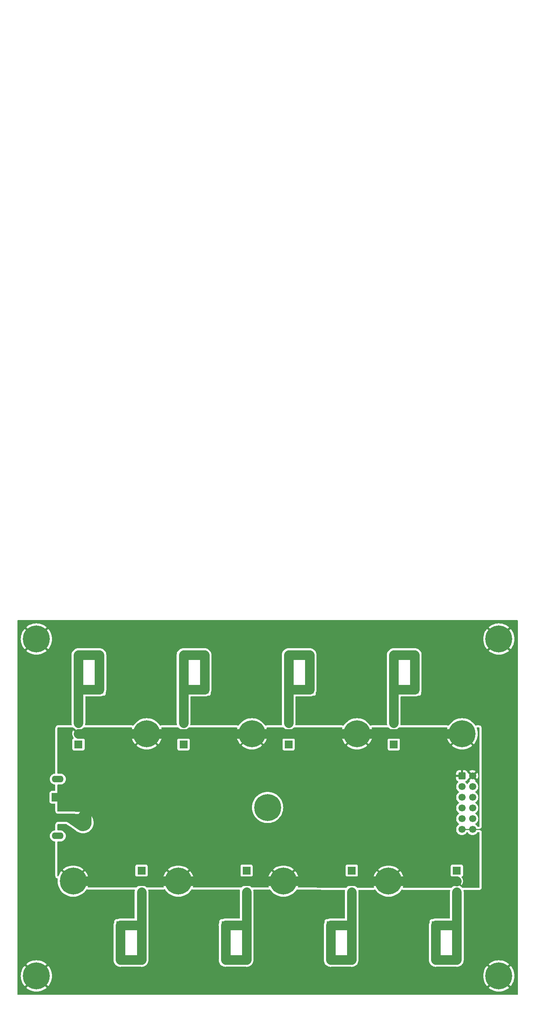
<source format=gbr>
G04 #@! TF.GenerationSoftware,KiCad,Pcbnew,(6.0.5)*
G04 #@! TF.CreationDate,2022-06-25T18:23:23-07:00*
G04 #@! TF.ProjectId,solid_state_relays_24v,736f6c69-645f-4737-9461-74655f72656c,0.0.6*
G04 #@! TF.SameCoordinates,Original*
G04 #@! TF.FileFunction,Copper,L2,Bot*
G04 #@! TF.FilePolarity,Positive*
%FSLAX46Y46*%
G04 Gerber Fmt 4.6, Leading zero omitted, Abs format (unit mm)*
G04 Created by KiCad (PCBNEW (6.0.5)) date 2022-06-25 18:23:23*
%MOMM*%
%LPD*%
G01*
G04 APERTURE LIST*
G04 Aperture macros list*
%AMRoundRect*
0 Rectangle with rounded corners*
0 $1 Rounding radius*
0 $2 $3 $4 $5 $6 $7 $8 $9 X,Y pos of 4 corners*
0 Add a 4 corners polygon primitive as box body*
4,1,4,$2,$3,$4,$5,$6,$7,$8,$9,$2,$3,0*
0 Add four circle primitives for the rounded corners*
1,1,$1+$1,$2,$3*
1,1,$1+$1,$4,$5*
1,1,$1+$1,$6,$7*
1,1,$1+$1,$8,$9*
0 Add four rect primitives between the rounded corners*
20,1,$1+$1,$2,$3,$4,$5,0*
20,1,$1+$1,$4,$5,$6,$7,0*
20,1,$1+$1,$6,$7,$8,$9,0*
20,1,$1+$1,$8,$9,$2,$3,0*%
%AMFreePoly0*
4,1,49,2.135355,7.464855,2.150000,7.429500,2.150000,3.175000,2.148124,3.170471,2.148343,3.170047,2.149457,3.156966,2.153880,3.144602,1.999446,0.007822,2.000000,0.000000,1.996053,-0.125581,1.958446,-0.405575,1.881762,-0.677476,1.767531,-0.935860,1.618034,-1.175571,1.436253,-1.391826,1.225814,-1.580310,0.990917,-1.737263,0.736249,-1.859553,0.466891,-1.944740,0.188217,-1.991124,
-0.094213,-1.997780,-0.374763,-1.964575,-0.647835,-1.892171,-0.907981,-1.782013,-1.150011,-1.636299,-1.369094,-1.457937,-1.560861,-1.250485,-1.721484,-1.018083,-1.847759,-0.765367,-1.937166,-0.497380,-1.987922,-0.219469,-1.999013,0.062822,-1.970219,0.343858,-1.902113,0.618034,-1.796055,0.879878,-1.775958,0.914478,-1.775454,0.916957,-1.768707,0.926961,-1.654161,1.124167,-1.526461,1.286153,
0.066046,3.647457,0.079502,3.656364,0.091689,3.666934,0.167860,3.692324,0.167860,7.429500,0.182505,7.464855,0.217860,7.479500,2.100000,7.479500,2.135355,7.464855,2.135355,7.464855,$1*%
%AMFreePoly1*
4,1,47,-0.199145,7.464855,-0.184500,7.429500,-0.184500,3.805567,-0.165806,3.789025,-0.162929,3.783124,-0.157457,3.779494,1.488463,1.333474,1.488900,1.331313,1.520812,1.298896,1.688656,1.071654,1.822807,0.823029,1.920587,0.557982,1.980047,0.281802,2.000000,0.000000,1.996053,-0.125581,1.958446,-0.405575,1.881762,-0.677476,1.767531,-0.935860,1.618034,-1.175571,1.436253,-1.391826,
1.225814,-1.580310,0.990917,-1.737263,0.736249,-1.859553,0.466891,-1.944740,0.188217,-1.991124,-0.094213,-1.997780,-0.374763,-1.964575,-0.647835,-1.892171,-0.907981,-1.782013,-1.150011,-1.636299,-1.369094,-1.457937,-1.560861,-1.250485,-1.721484,-1.018083,-1.847759,-0.765367,-1.937166,-0.497380,-1.987922,-0.219469,-1.990619,-0.150827,-1.995069,-0.146434,-1.995127,-0.137495,-1.998942,-0.129411,
-2.157387,3.152662,-2.166640,3.175000,-2.166640,7.429500,-2.151995,7.464855,-2.116640,7.479500,-0.234500,7.479500,-0.199145,7.464855,-0.199145,7.464855,$1*%
G04 Aperture macros list end*
G04 #@! TA.AperFunction,ComponentPad*
%ADD10C,0.800000*%
G04 #@! TD*
G04 #@! TA.AperFunction,ComponentPad*
%ADD11C,6.400000*%
G04 #@! TD*
G04 #@! TA.AperFunction,ComponentPad*
%ADD12R,1.950000X1.950000*%
G04 #@! TD*
G04 #@! TA.AperFunction,ComponentPad*
%ADD13C,1.950000*%
G04 #@! TD*
G04 #@! TA.AperFunction,ComponentPad*
%ADD14RoundRect,0.250000X-0.600000X-0.600000X0.600000X-0.600000X0.600000X0.600000X-0.600000X0.600000X0*%
G04 #@! TD*
G04 #@! TA.AperFunction,ComponentPad*
%ADD15C,1.700000*%
G04 #@! TD*
G04 #@! TA.AperFunction,ComponentPad*
%ADD16O,2.800000X1.600000*%
G04 #@! TD*
G04 #@! TA.AperFunction,ComponentPad*
%ADD17FreePoly0,90.000000*%
G04 #@! TD*
G04 #@! TA.AperFunction,ComponentPad*
%ADD18C,2.200000*%
G04 #@! TD*
G04 #@! TA.AperFunction,ComponentPad*
%ADD19FreePoly1,90.000000*%
G04 #@! TD*
G04 #@! TA.AperFunction,ComponentPad*
%ADD20R,1.920000X1.920000*%
G04 #@! TD*
G04 #@! TA.AperFunction,ComponentPad*
%ADD21C,1.920000*%
G04 #@! TD*
G04 #@! TA.AperFunction,ViaPad*
%ADD22C,0.800000*%
G04 #@! TD*
G04 #@! TA.AperFunction,Conductor*
%ADD23C,0.250000*%
G04 #@! TD*
G04 #@! TA.AperFunction,Conductor*
%ADD24C,2.250000*%
G04 #@! TD*
G04 APERTURE END LIST*
D10*
G04 #@! TO.P,H1,1,1*
G04 #@! TO.N,GNDPWR*
X53302944Y-53302944D03*
D11*
X55000000Y-55000000D03*
D10*
X57400000Y-55000000D03*
X53302944Y-56697056D03*
X56697056Y-53302944D03*
X55000000Y-52600000D03*
X52600000Y-55000000D03*
X55000000Y-57400000D03*
X56697056Y-56697056D03*
G04 #@! TD*
G04 #@! TO.P,H4,1,1*
G04 #@! TO.N,GNDPWR*
X53302944Y-133302944D03*
X56697056Y-136697056D03*
X56697056Y-133302944D03*
X57400000Y-135000000D03*
X53302944Y-136697056D03*
X52600000Y-135000000D03*
X55000000Y-137400000D03*
X55000000Y-132600000D03*
D11*
X55000000Y-135000000D03*
G04 #@! TD*
G04 #@! TO.P,HQ2,1,1*
G04 #@! TO.N,+BATT*
X106250000Y-77500000D03*
D10*
X107947056Y-75802944D03*
X107947056Y-79197056D03*
X106250000Y-75100000D03*
X103850000Y-77500000D03*
X104552944Y-79197056D03*
X108650000Y-77500000D03*
X106250000Y-79900000D03*
X104552944Y-75802944D03*
G04 #@! TD*
G04 #@! TO.P,H2,1,1*
G04 #@! TO.N,GNDPWR*
X163302944Y-56697056D03*
X165000000Y-52600000D03*
D11*
X165000000Y-55000000D03*
D10*
X162600000Y-55000000D03*
X165000000Y-57400000D03*
X166697056Y-53302944D03*
X163302944Y-53302944D03*
X167400000Y-55000000D03*
X166697056Y-56697056D03*
G04 #@! TD*
G04 #@! TO.P,HQ1,1,1*
G04 #@! TO.N,+BATT*
X81250000Y-75100000D03*
X78850000Y-77500000D03*
D11*
X81250000Y-77500000D03*
D10*
X79552944Y-75802944D03*
X82947056Y-79197056D03*
X83650000Y-77500000D03*
X81250000Y-79900000D03*
X82947056Y-75802944D03*
X79552944Y-79197056D03*
G04 #@! TD*
D12*
G04 #@! TO.P,J2,1,1*
G04 #@! TO.N,OUT2*
X95000000Y-67000000D03*
D13*
G04 #@! TO.P,J2,2,2*
X95000000Y-58800000D03*
G04 #@! TO.P,J2,3,3*
X90000000Y-67000000D03*
G04 #@! TO.P,J2,4,4*
X90000000Y-58800000D03*
G04 #@! TD*
D11*
G04 #@! TO.P,H3,1,1*
G04 #@! TO.N,GNDPWR*
X165000000Y-135000000D03*
D10*
X166697056Y-133302944D03*
X167400000Y-135000000D03*
X166697056Y-136697056D03*
X165000000Y-132600000D03*
X162600000Y-135000000D03*
X165000000Y-137400000D03*
X163302944Y-136697056D03*
X163302944Y-133302944D03*
G04 #@! TD*
D12*
G04 #@! TO.P,J1,1,1*
G04 #@! TO.N,OUT1*
X70000000Y-67000000D03*
D13*
G04 #@! TO.P,J1,2,2*
X70000000Y-58800000D03*
G04 #@! TO.P,J1,3,3*
X65000000Y-67000000D03*
G04 #@! TO.P,J1,4,4*
X65000000Y-58800000D03*
G04 #@! TD*
D10*
G04 #@! TO.P,HQ7,1,1*
G04 #@! TO.N,+BATT*
X91150000Y-112500000D03*
X88750000Y-110100000D03*
D11*
X88750000Y-112500000D03*
D10*
X90447056Y-114197056D03*
X87052944Y-114197056D03*
X87052944Y-110802944D03*
X86350000Y-112500000D03*
X90447056Y-110802944D03*
X88750000Y-114900000D03*
G04 #@! TD*
D12*
G04 #@! TO.P,J6,1,1*
G04 #@! TO.N,OUT6*
X125000000Y-123000000D03*
D13*
G04 #@! TO.P,J6,2,2*
X125000000Y-131200000D03*
G04 #@! TO.P,J6,3,3*
X130000000Y-123000000D03*
G04 #@! TO.P,J6,4,4*
X130000000Y-131200000D03*
G04 #@! TD*
D12*
G04 #@! TO.P,J4,1,1*
G04 #@! TO.N,OUT4*
X145000000Y-67000000D03*
D13*
G04 #@! TO.P,J4,2,2*
X145000000Y-58800000D03*
G04 #@! TO.P,J4,3,3*
X140000000Y-67000000D03*
G04 #@! TO.P,J4,4,4*
X140000000Y-58800000D03*
G04 #@! TD*
D12*
G04 #@! TO.P,J3,1,1*
G04 #@! TO.N,OUT3*
X120000000Y-67000000D03*
D13*
G04 #@! TO.P,J3,2,2*
X120000000Y-58800000D03*
G04 #@! TO.P,J3,3,3*
X115000000Y-67000000D03*
G04 #@! TO.P,J3,4,4*
X115000000Y-58800000D03*
G04 #@! TD*
D14*
G04 #@! TO.P,JCNTL1,1,Pin_1*
G04 #@! TO.N,+BATT*
X156200000Y-87500000D03*
D15*
G04 #@! TO.P,JCNTL1,2,Pin_2*
X158740000Y-87500000D03*
G04 #@! TO.P,JCNTL1,3,Pin_3*
G04 #@! TO.N,/a3*
X156200000Y-90040000D03*
G04 #@! TO.P,JCNTL1,4,Pin_4*
G04 #@! TO.N,/a4*
X158740000Y-90040000D03*
G04 #@! TO.P,JCNTL1,5,Pin_5*
G04 #@! TO.N,/a1*
X156200000Y-92580000D03*
G04 #@! TO.P,JCNTL1,6,Pin_6*
G04 #@! TO.N,/a2*
X158740000Y-92580000D03*
G04 #@! TO.P,JCNTL1,7,Pin_7*
G04 #@! TO.N,/a8*
X156200000Y-95120000D03*
G04 #@! TO.P,JCNTL1,8,Pin_8*
G04 #@! TO.N,/a7*
X158740000Y-95120000D03*
G04 #@! TO.P,JCNTL1,9,Pin_9*
G04 #@! TO.N,/a6*
X156200000Y-97660000D03*
G04 #@! TO.P,JCNTL1,10,Pin_10*
G04 #@! TO.N,/a5*
X158740000Y-97660000D03*
G04 #@! TO.P,JCNTL1,11,Pin_11*
G04 #@! TO.N,GNDPWR*
X156200000Y-100200000D03*
G04 #@! TO.P,JCNTL1,12,Pin_12*
X158740000Y-100200000D03*
G04 #@! TD*
D10*
G04 #@! TO.P,HQ6,1,1*
G04 #@! TO.N,+BATT*
X112052944Y-114197056D03*
X115447056Y-110802944D03*
X111350000Y-112500000D03*
D11*
X113750000Y-112500000D03*
D10*
X113750000Y-110100000D03*
X113750000Y-114900000D03*
X116150000Y-112500000D03*
X115447056Y-114197056D03*
X112052944Y-110802944D03*
G04 #@! TD*
G04 #@! TO.P,HQ8,1,1*
G04 #@! TO.N,+BATT*
X65447056Y-110802944D03*
X65447056Y-114197056D03*
X63750000Y-114900000D03*
D11*
X63750000Y-112500000D03*
D10*
X61350000Y-112500000D03*
X62052944Y-114197056D03*
X66150000Y-112500000D03*
X62052944Y-110802944D03*
X63750000Y-110100000D03*
G04 #@! TD*
D12*
G04 #@! TO.P,J8,1,1*
G04 #@! TO.N,OUT8*
X75000000Y-123000000D03*
D13*
G04 #@! TO.P,J8,2,2*
X75000000Y-131200000D03*
G04 #@! TO.P,J8,3,3*
X80000000Y-123000000D03*
G04 #@! TO.P,J8,4,4*
X80000000Y-131200000D03*
G04 #@! TD*
D16*
G04 #@! TO.P,JPWR1,*
G04 #@! TO.N,*
X60100000Y-88250000D03*
X60100000Y-101750000D03*
D17*
G04 #@! TO.P,JPWR1,1,-*
G04 #@! TO.N,GNDPWR*
X66100000Y-98600000D03*
D18*
X62925000Y-97540000D03*
D19*
G04 #@! TO.P,JPWR1,2,+*
G04 #@! TO.N,+BATT*
X66100000Y-91400000D03*
D18*
X62925000Y-92460000D03*
G04 #@! TD*
D10*
G04 #@! TO.P,HC1,1*
G04 #@! TO.N,N/C*
X108302944Y-96697056D03*
X111697056Y-96697056D03*
X108302944Y-93302944D03*
D11*
X110000000Y-95000000D03*
D10*
X110000000Y-97400000D03*
X112400000Y-95000000D03*
X107600000Y-95000000D03*
X110000000Y-92600000D03*
X111697056Y-93302944D03*
G04 #@! TD*
D12*
G04 #@! TO.P,J7,1,1*
G04 #@! TO.N,OUT7*
X100000000Y-123000000D03*
D13*
G04 #@! TO.P,J7,2,2*
X100000000Y-131200000D03*
G04 #@! TO.P,J7,3,3*
X105000000Y-123000000D03*
G04 #@! TO.P,J7,4,4*
X105000000Y-131200000D03*
G04 #@! TD*
D12*
G04 #@! TO.P,J5,1,1*
G04 #@! TO.N,OUT5*
X150000000Y-123000000D03*
D13*
G04 #@! TO.P,J5,2,2*
X150000000Y-131200000D03*
G04 #@! TO.P,J5,3,3*
X155000000Y-123000000D03*
G04 #@! TO.P,J5,4,4*
X155000000Y-131200000D03*
G04 #@! TD*
D11*
G04 #@! TO.P,HQ5,1,1*
G04 #@! TO.N,+BATT*
X138750000Y-112500000D03*
D10*
X137052944Y-114197056D03*
X141150000Y-112500000D03*
X136350000Y-112500000D03*
X140447056Y-110802944D03*
X138750000Y-114900000D03*
X140447056Y-114197056D03*
X137052944Y-110802944D03*
X138750000Y-110100000D03*
G04 #@! TD*
G04 #@! TO.P,HQ4,1,1*
G04 #@! TO.N,+BATT*
X154552944Y-79197056D03*
X156250000Y-75100000D03*
D11*
X156250000Y-77500000D03*
D10*
X158650000Y-77500000D03*
X157947056Y-79197056D03*
X154552944Y-75802944D03*
X156250000Y-79900000D03*
X157947056Y-75802944D03*
X153850000Y-77500000D03*
G04 #@! TD*
G04 #@! TO.P,HQ3,1,1*
G04 #@! TO.N,+BATT*
X131250000Y-75100000D03*
X129552944Y-79197056D03*
X132947056Y-79197056D03*
X129552944Y-75802944D03*
D11*
X131250000Y-77500000D03*
D10*
X128850000Y-77500000D03*
X133650000Y-77500000D03*
X132947056Y-75802944D03*
X131250000Y-79900000D03*
G04 #@! TD*
D20*
G04 #@! TO.P,Q5,1*
G04 #@! TO.N,/a5*
X155000000Y-110000000D03*
D21*
G04 #@! TO.P,Q5,2*
G04 #@! TO.N,+BATT*
X155000000Y-112540000D03*
G04 #@! TO.P,Q5,3*
G04 #@! TO.N,OUT5*
X155000000Y-115080000D03*
G04 #@! TD*
D20*
G04 #@! TO.P,Q4,1*
G04 #@! TO.N,/a4*
X140000000Y-80000000D03*
D21*
G04 #@! TO.P,Q4,2*
G04 #@! TO.N,+BATT*
X140000000Y-77460000D03*
G04 #@! TO.P,Q4,3*
G04 #@! TO.N,OUT4*
X140000000Y-74920000D03*
G04 #@! TD*
D20*
G04 #@! TO.P,Q1,1*
G04 #@! TO.N,/a1*
X65000000Y-80000000D03*
D21*
G04 #@! TO.P,Q1,2*
G04 #@! TO.N,+BATT*
X65000000Y-77460000D03*
G04 #@! TO.P,Q1,3*
G04 #@! TO.N,OUT1*
X65000000Y-74920000D03*
G04 #@! TD*
D20*
G04 #@! TO.P,Q8,1*
G04 #@! TO.N,/a8*
X80000000Y-110000000D03*
D21*
G04 #@! TO.P,Q8,2*
G04 #@! TO.N,+BATT*
X80000000Y-112540000D03*
G04 #@! TO.P,Q8,3*
G04 #@! TO.N,OUT8*
X80000000Y-115080000D03*
G04 #@! TD*
D20*
G04 #@! TO.P,Q2,1*
G04 #@! TO.N,/a2*
X90000000Y-80000000D03*
D21*
G04 #@! TO.P,Q2,2*
G04 #@! TO.N,+BATT*
X90000000Y-77460000D03*
G04 #@! TO.P,Q2,3*
G04 #@! TO.N,OUT2*
X90000000Y-74920000D03*
G04 #@! TD*
D20*
G04 #@! TO.P,Q3,1*
G04 #@! TO.N,/a3*
X115000000Y-80000000D03*
D21*
G04 #@! TO.P,Q3,2*
G04 #@! TO.N,+BATT*
X115000000Y-77460000D03*
G04 #@! TO.P,Q3,3*
G04 #@! TO.N,OUT3*
X115000000Y-74920000D03*
G04 #@! TD*
D20*
G04 #@! TO.P,Q6,1*
G04 #@! TO.N,/a6*
X130000000Y-110000000D03*
D21*
G04 #@! TO.P,Q6,2*
G04 #@! TO.N,+BATT*
X130000000Y-112540000D03*
G04 #@! TO.P,Q6,3*
G04 #@! TO.N,OUT6*
X130000000Y-115080000D03*
G04 #@! TD*
D20*
G04 #@! TO.P,Q7,1*
G04 #@! TO.N,/a7*
X105000000Y-110000000D03*
D21*
G04 #@! TO.P,Q7,2*
G04 #@! TO.N,+BATT*
X105000000Y-112540000D03*
G04 #@! TO.P,Q7,3*
G04 #@! TO.N,OUT7*
X105000000Y-115080000D03*
G04 #@! TD*
D22*
G04 #@! TO.N,GNDPWR*
X55000000Y-95000000D03*
X148500000Y-135000000D03*
X55000000Y-85000000D03*
X55000000Y-105000000D03*
X121500000Y-74000000D03*
X55000000Y-115000000D03*
X71500000Y-74000000D03*
X73500000Y-135000000D03*
X165000000Y-115000000D03*
X55000000Y-75000000D03*
X161450000Y-100200000D03*
X165000000Y-95000000D03*
X98500000Y-135000000D03*
X55000000Y-125000000D03*
X165000000Y-125000000D03*
X165000000Y-75000000D03*
X165000000Y-105000000D03*
X121500000Y-55000000D03*
X55000000Y-65000000D03*
X98500000Y-116000000D03*
X73500000Y-116000000D03*
X146500000Y-55000000D03*
X165000000Y-65000000D03*
X96500000Y-74000000D03*
X123500000Y-135000000D03*
X71500000Y-55000000D03*
X148500000Y-116000000D03*
X146500000Y-74000000D03*
X96500000Y-55000000D03*
X165000000Y-85000000D03*
X123500000Y-116000000D03*
G04 #@! TO.N,+BATT*
X80000000Y-95000000D03*
X126500000Y-80000000D03*
X150000000Y-95000000D03*
X70000000Y-95000000D03*
X101500000Y-80000000D03*
X90000000Y-95000000D03*
X140000000Y-95000000D03*
X68500000Y-110000000D03*
X76500000Y-80000000D03*
X93500000Y-110000000D03*
X120000000Y-95000000D03*
X143500000Y-110000000D03*
X100000000Y-95000000D03*
X151500000Y-80000000D03*
X130000000Y-95000000D03*
X118500000Y-110000000D03*
G04 #@! TD*
D23*
G04 #@! TO.N,GNDPWR*
X156200000Y-100200000D02*
X161450000Y-100200000D01*
D24*
G04 #@! TO.N,+BATT*
X63750000Y-112500000D02*
X88750000Y-112500000D01*
X154960000Y-112500000D02*
X155000000Y-112540000D01*
X65000000Y-77460000D02*
X156210000Y-77460000D01*
X88750000Y-112500000D02*
X113750000Y-112500000D01*
X138750000Y-112500000D02*
X154960000Y-112500000D01*
X113750000Y-112500000D02*
X138750000Y-112500000D01*
G04 #@! TO.N,OUT1*
X65000000Y-74920000D02*
X65000000Y-58800000D01*
X65000000Y-67000000D02*
X70000000Y-67000000D01*
X65000000Y-58800000D02*
X70000000Y-58800000D01*
X70000000Y-67000000D02*
X70000000Y-58800000D01*
G04 #@! TO.N,OUT2*
X95000000Y-67000000D02*
X95000000Y-58800000D01*
X90000000Y-58800000D02*
X95000000Y-58800000D01*
X90000000Y-67000000D02*
X95000000Y-67000000D01*
X90000000Y-74920000D02*
X90000000Y-58800000D01*
G04 #@! TO.N,OUT3*
X120000000Y-67000000D02*
X120000000Y-58800000D01*
X115000000Y-58800000D02*
X120000000Y-58800000D01*
X115000000Y-74920000D02*
X115000000Y-58800000D01*
X115000000Y-67000000D02*
X120000000Y-67000000D01*
G04 #@! TO.N,OUT4*
X140000000Y-58800000D02*
X145000000Y-58800000D01*
X145000000Y-67000000D02*
X145000000Y-58800000D01*
X140000000Y-74920000D02*
X140000000Y-58800000D01*
X140000000Y-67000000D02*
X145000000Y-67000000D01*
G04 #@! TO.N,OUT5*
X155000000Y-131200000D02*
X150000000Y-131200000D01*
X150000000Y-131200000D02*
X150000000Y-123000000D01*
X155000000Y-115080000D02*
X155000000Y-131200000D01*
X150000000Y-123000000D02*
X155000000Y-123000000D01*
G04 #@! TO.N,OUT6*
X130000000Y-131200000D02*
X125000000Y-131200000D01*
X125000000Y-123000000D02*
X125000000Y-131200000D01*
X130000000Y-123000000D02*
X125000000Y-123000000D01*
X130000000Y-115080000D02*
X130000000Y-131200000D01*
G04 #@! TO.N,OUT7*
X105000000Y-115080000D02*
X105000000Y-131200000D01*
X100000000Y-131200000D02*
X100000000Y-123000000D01*
X105000000Y-131200000D02*
X100000000Y-131200000D01*
X100000000Y-123000000D02*
X105000000Y-123000000D01*
G04 #@! TO.N,OUT8*
X80000000Y-115080000D02*
X80000000Y-131200000D01*
X80000000Y-123000000D02*
X75000000Y-123000000D01*
X75000000Y-123000000D02*
X75000000Y-131200000D01*
X80000000Y-131200000D02*
X75000000Y-131200000D01*
G04 #@! TD*
G04 #@! TA.AperFunction,Conductor*
G04 #@! TO.N,+BATT*
G36*
X160342582Y-76019767D02*
G01*
X160389075Y-76073422D01*
X160400462Y-76125732D01*
X160406574Y-99448467D01*
X160386590Y-99516593D01*
X160332946Y-99563100D01*
X160280574Y-99574500D01*
X160016267Y-99574500D01*
X159948146Y-99554498D01*
X159913054Y-99520770D01*
X159781654Y-99333111D01*
X159778495Y-99328599D01*
X159611401Y-99161505D01*
X159606893Y-99158348D01*
X159606890Y-99158346D01*
X159430950Y-99035152D01*
X159428181Y-99033213D01*
X159383853Y-98977756D01*
X159376544Y-98907137D01*
X159408575Y-98843776D01*
X159428181Y-98826787D01*
X159606890Y-98701654D01*
X159606893Y-98701652D01*
X159611401Y-98698495D01*
X159778495Y-98531401D01*
X159914035Y-98337829D01*
X159918487Y-98328283D01*
X160011580Y-98128645D01*
X160011581Y-98128643D01*
X160013903Y-98123663D01*
X160075063Y-97895408D01*
X160095659Y-97660000D01*
X160075063Y-97424592D01*
X160013903Y-97196337D01*
X160006590Y-97180655D01*
X159916358Y-96987152D01*
X159916356Y-96987149D01*
X159914035Y-96982171D01*
X159778495Y-96788599D01*
X159611401Y-96621505D01*
X159606893Y-96618348D01*
X159606890Y-96618346D01*
X159443742Y-96504109D01*
X159428181Y-96493213D01*
X159383853Y-96437756D01*
X159376544Y-96367137D01*
X159408575Y-96303776D01*
X159428181Y-96286787D01*
X159606890Y-96161654D01*
X159606893Y-96161652D01*
X159611401Y-96158495D01*
X159778495Y-95991401D01*
X159914035Y-95797829D01*
X159929880Y-95763851D01*
X160011580Y-95588645D01*
X160011581Y-95588643D01*
X160013903Y-95583663D01*
X160066508Y-95387338D01*
X160073639Y-95360723D01*
X160073639Y-95360722D01*
X160075063Y-95355408D01*
X160095659Y-95120000D01*
X160075063Y-94884592D01*
X160013903Y-94656337D01*
X159933288Y-94483458D01*
X159916358Y-94447152D01*
X159916356Y-94447149D01*
X159914035Y-94442171D01*
X159778495Y-94248599D01*
X159611401Y-94081505D01*
X159606893Y-94078348D01*
X159606890Y-94078346D01*
X159479408Y-93989082D01*
X159428181Y-93953213D01*
X159383853Y-93897756D01*
X159376544Y-93827137D01*
X159408575Y-93763776D01*
X159428181Y-93746787D01*
X159606890Y-93621654D01*
X159606893Y-93621652D01*
X159611401Y-93618495D01*
X159778495Y-93451401D01*
X159914035Y-93257829D01*
X159929880Y-93223851D01*
X160011580Y-93048645D01*
X160011581Y-93048643D01*
X160013903Y-93043663D01*
X160072577Y-92824688D01*
X160073639Y-92820723D01*
X160073639Y-92820722D01*
X160075063Y-92815408D01*
X160095659Y-92580000D01*
X160075063Y-92344592D01*
X160073639Y-92339277D01*
X160015326Y-92121647D01*
X160015325Y-92121645D01*
X160013903Y-92116337D01*
X159933288Y-91943458D01*
X159916358Y-91907152D01*
X159916356Y-91907149D01*
X159914035Y-91902171D01*
X159778495Y-91708599D01*
X159611401Y-91541505D01*
X159606893Y-91538348D01*
X159606890Y-91538346D01*
X159479408Y-91449082D01*
X159428181Y-91413213D01*
X159383853Y-91357756D01*
X159376544Y-91287137D01*
X159408575Y-91223776D01*
X159428181Y-91206787D01*
X159606890Y-91081654D01*
X159606893Y-91081652D01*
X159611401Y-91078495D01*
X159778495Y-90911401D01*
X159914035Y-90717829D01*
X159929880Y-90683851D01*
X160011580Y-90508645D01*
X160011581Y-90508643D01*
X160013903Y-90503663D01*
X160075063Y-90275408D01*
X160095659Y-90040000D01*
X160075063Y-89804592D01*
X160013903Y-89576337D01*
X159968123Y-89478162D01*
X159916358Y-89367152D01*
X159916356Y-89367149D01*
X159914035Y-89362171D01*
X159778495Y-89168599D01*
X159611401Y-89001505D01*
X159606893Y-88998348D01*
X159606890Y-88998346D01*
X159476775Y-88907239D01*
X159435336Y-88878223D01*
X159391008Y-88822766D01*
X159383699Y-88752147D01*
X159415730Y-88688786D01*
X159438018Y-88670859D01*
X159437737Y-88670465D01*
X159489247Y-88633723D01*
X159497648Y-88623023D01*
X159490660Y-88609870D01*
X158752812Y-87872022D01*
X158738868Y-87864408D01*
X158737035Y-87864539D01*
X158730420Y-87868790D01*
X157986737Y-88612473D01*
X157979977Y-88624853D01*
X157985257Y-88631906D01*
X158039612Y-88663669D01*
X158088335Y-88715308D01*
X158101406Y-88785091D01*
X158074674Y-88850863D01*
X158048312Y-88875669D01*
X157868599Y-89001505D01*
X157701505Y-89168599D01*
X157698346Y-89173111D01*
X157573213Y-89351820D01*
X157517756Y-89396149D01*
X157447137Y-89403458D01*
X157383776Y-89371428D01*
X157366787Y-89351820D01*
X157241654Y-89173111D01*
X157238495Y-89168599D01*
X157071401Y-89001505D01*
X157073138Y-88999768D01*
X157039554Y-88949342D01*
X157038392Y-88878355D01*
X157075794Y-88818009D01*
X157110721Y-88797722D01*
X157110156Y-88796517D01*
X157129962Y-88787239D01*
X157267807Y-88701937D01*
X157279208Y-88692901D01*
X157393739Y-88578171D01*
X157402751Y-88566760D01*
X157487816Y-88428757D01*
X157493964Y-88415574D01*
X157516297Y-88348241D01*
X157556727Y-88289881D01*
X157586015Y-88272199D01*
X157625694Y-88255096D01*
X158367978Y-87512812D01*
X158374356Y-87501132D01*
X159104408Y-87501132D01*
X159104539Y-87502965D01*
X159108790Y-87509580D01*
X159850474Y-88251264D01*
X159862484Y-88257823D01*
X159874223Y-88248855D01*
X159905004Y-88206019D01*
X159910315Y-88197180D01*
X160004670Y-88006267D01*
X160008469Y-87996672D01*
X160070376Y-87792915D01*
X160072555Y-87782834D01*
X160100590Y-87569887D01*
X160101109Y-87563212D01*
X160102572Y-87503364D01*
X160102378Y-87496646D01*
X160084781Y-87282604D01*
X160083096Y-87272424D01*
X160031214Y-87065875D01*
X160027894Y-87056124D01*
X159942972Y-86860814D01*
X159938105Y-86851739D01*
X159873063Y-86751197D01*
X159862377Y-86741995D01*
X159852812Y-86746398D01*
X159112022Y-87487188D01*
X159104408Y-87501132D01*
X158374356Y-87501132D01*
X158375592Y-87498868D01*
X158375461Y-87497035D01*
X158371210Y-87490420D01*
X157629849Y-86749059D01*
X157589966Y-86727280D01*
X157576009Y-86724244D01*
X157525807Y-86674042D01*
X157516871Y-86653532D01*
X157493413Y-86583218D01*
X157487239Y-86570038D01*
X157401937Y-86432193D01*
X157392901Y-86420792D01*
X157348459Y-86376427D01*
X157981223Y-86376427D01*
X157987968Y-86388758D01*
X158727188Y-87127978D01*
X158741132Y-87135592D01*
X158742965Y-87135461D01*
X158749580Y-87131210D01*
X159493389Y-86387401D01*
X159500410Y-86374544D01*
X159493611Y-86365213D01*
X159489554Y-86362518D01*
X159303117Y-86259599D01*
X159293705Y-86255369D01*
X159092959Y-86184280D01*
X159082989Y-86181646D01*
X158873327Y-86144301D01*
X158863073Y-86143331D01*
X158650116Y-86140728D01*
X158639832Y-86141448D01*
X158429321Y-86173661D01*
X158419293Y-86176050D01*
X158216868Y-86242212D01*
X158207359Y-86246209D01*
X158018466Y-86344540D01*
X158009734Y-86350039D01*
X157989677Y-86365099D01*
X157981223Y-86376427D01*
X157348459Y-86376427D01*
X157278171Y-86306261D01*
X157266760Y-86297249D01*
X157128757Y-86212184D01*
X157115576Y-86206037D01*
X156961290Y-86154862D01*
X156947914Y-86151995D01*
X156853562Y-86142328D01*
X156847145Y-86142000D01*
X156472115Y-86142000D01*
X156456876Y-86146475D01*
X156455671Y-86147865D01*
X156454000Y-86155548D01*
X156454000Y-87628000D01*
X156433998Y-87696121D01*
X156380342Y-87742614D01*
X156328000Y-87754000D01*
X154860116Y-87754000D01*
X154844877Y-87758475D01*
X154843672Y-87759865D01*
X154842001Y-87767548D01*
X154842001Y-88147095D01*
X154842338Y-88153614D01*
X154852257Y-88249206D01*
X154855149Y-88262600D01*
X154906588Y-88416784D01*
X154912761Y-88429962D01*
X154998063Y-88567807D01*
X155007099Y-88579208D01*
X155121829Y-88693739D01*
X155133240Y-88702751D01*
X155271243Y-88787816D01*
X155291057Y-88797056D01*
X155289925Y-88799484D01*
X155338050Y-88832833D01*
X155365279Y-88898400D01*
X155352737Y-88968280D01*
X155327439Y-89000345D01*
X155328599Y-89001505D01*
X155161505Y-89168599D01*
X155025965Y-89362171D01*
X155023644Y-89367149D01*
X155023642Y-89367152D01*
X154971877Y-89478162D01*
X154926097Y-89576337D01*
X154864937Y-89804592D01*
X154844341Y-90040000D01*
X154864937Y-90275408D01*
X154926097Y-90503663D01*
X154928419Y-90508643D01*
X154928420Y-90508645D01*
X155010121Y-90683851D01*
X155025965Y-90717829D01*
X155161505Y-90911401D01*
X155328599Y-91078495D01*
X155333107Y-91081652D01*
X155333110Y-91081654D01*
X155511820Y-91206788D01*
X155556148Y-91262245D01*
X155563457Y-91332865D01*
X155531426Y-91396225D01*
X155511822Y-91413211D01*
X155328599Y-91541505D01*
X155161505Y-91708599D01*
X155025965Y-91902171D01*
X155023644Y-91907149D01*
X155023642Y-91907152D01*
X155006712Y-91943458D01*
X154926097Y-92116337D01*
X154924675Y-92121645D01*
X154924674Y-92121647D01*
X154866361Y-92339277D01*
X154864937Y-92344592D01*
X154844341Y-92580000D01*
X154864937Y-92815408D01*
X154866361Y-92820722D01*
X154866361Y-92820723D01*
X154867424Y-92824688D01*
X154926097Y-93043663D01*
X154928419Y-93048643D01*
X154928420Y-93048645D01*
X155010121Y-93223851D01*
X155025965Y-93257829D01*
X155161505Y-93451401D01*
X155328599Y-93618495D01*
X155333107Y-93621652D01*
X155333110Y-93621654D01*
X155511820Y-93746788D01*
X155556148Y-93802245D01*
X155563457Y-93872865D01*
X155531426Y-93936225D01*
X155511822Y-93953211D01*
X155328599Y-94081505D01*
X155161505Y-94248599D01*
X155025965Y-94442171D01*
X155023644Y-94447149D01*
X155023642Y-94447152D01*
X155006712Y-94483458D01*
X154926097Y-94656337D01*
X154864937Y-94884592D01*
X154844341Y-95120000D01*
X154864937Y-95355408D01*
X154866361Y-95360722D01*
X154866361Y-95360723D01*
X154873493Y-95387338D01*
X154926097Y-95583663D01*
X154928419Y-95588643D01*
X154928420Y-95588645D01*
X155010121Y-95763851D01*
X155025965Y-95797829D01*
X155161505Y-95991401D01*
X155328599Y-96158495D01*
X155333107Y-96161652D01*
X155333110Y-96161654D01*
X155511820Y-96286788D01*
X155556148Y-96342245D01*
X155563457Y-96412865D01*
X155531426Y-96476225D01*
X155511822Y-96493211D01*
X155328599Y-96621505D01*
X155161505Y-96788599D01*
X155025965Y-96982171D01*
X155023644Y-96987149D01*
X155023642Y-96987152D01*
X154933410Y-97180655D01*
X154926097Y-97196337D01*
X154864937Y-97424592D01*
X154844341Y-97660000D01*
X154864937Y-97895408D01*
X154926097Y-98123663D01*
X154928419Y-98128643D01*
X154928420Y-98128645D01*
X155021514Y-98328283D01*
X155025965Y-98337829D01*
X155161505Y-98531401D01*
X155328599Y-98698495D01*
X155333107Y-98701652D01*
X155333110Y-98701654D01*
X155511820Y-98826788D01*
X155556148Y-98882245D01*
X155563457Y-98952865D01*
X155531426Y-99016225D01*
X155511822Y-99033211D01*
X155328599Y-99161505D01*
X155161505Y-99328599D01*
X155025965Y-99522171D01*
X155023644Y-99527149D01*
X155023642Y-99527152D01*
X155006879Y-99563100D01*
X154926097Y-99736337D01*
X154924675Y-99741645D01*
X154924674Y-99741647D01*
X154916781Y-99771106D01*
X154864937Y-99964592D01*
X154844341Y-100200000D01*
X154864937Y-100435408D01*
X154866361Y-100440722D01*
X154866361Y-100440723D01*
X154903898Y-100580813D01*
X154926097Y-100663663D01*
X154928419Y-100668643D01*
X154928420Y-100668645D01*
X155021535Y-100868328D01*
X155025965Y-100877829D01*
X155161505Y-101071401D01*
X155328599Y-101238495D01*
X155333107Y-101241652D01*
X155333110Y-101241654D01*
X155517661Y-101370878D01*
X155522170Y-101374035D01*
X155527152Y-101376358D01*
X155527157Y-101376361D01*
X155731355Y-101471580D01*
X155736337Y-101473903D01*
X155741645Y-101475325D01*
X155741647Y-101475326D01*
X155900885Y-101517993D01*
X155964592Y-101535063D01*
X156200000Y-101555659D01*
X156435408Y-101535063D01*
X156499115Y-101517993D01*
X156658353Y-101475326D01*
X156658355Y-101475325D01*
X156663663Y-101473903D01*
X156668645Y-101471580D01*
X156872843Y-101376361D01*
X156872848Y-101376358D01*
X156877830Y-101374035D01*
X156882339Y-101370878D01*
X157066890Y-101241654D01*
X157066893Y-101241652D01*
X157071401Y-101238495D01*
X157238495Y-101071401D01*
X157366787Y-100888180D01*
X157422244Y-100843851D01*
X157492863Y-100836542D01*
X157556224Y-100868572D01*
X157573212Y-100888179D01*
X157701505Y-101071401D01*
X157868599Y-101238495D01*
X157873107Y-101241652D01*
X157873110Y-101241654D01*
X158057661Y-101370878D01*
X158062170Y-101374035D01*
X158067152Y-101376358D01*
X158067157Y-101376361D01*
X158271355Y-101471580D01*
X158276337Y-101473903D01*
X158281645Y-101475325D01*
X158281647Y-101475326D01*
X158440885Y-101517993D01*
X158504592Y-101535063D01*
X158740000Y-101555659D01*
X158975408Y-101535063D01*
X159039115Y-101517993D01*
X159198353Y-101475326D01*
X159198355Y-101475325D01*
X159203663Y-101473903D01*
X159208645Y-101471580D01*
X159412843Y-101376361D01*
X159412848Y-101376358D01*
X159417830Y-101374035D01*
X159422339Y-101370878D01*
X159606890Y-101241654D01*
X159606893Y-101241652D01*
X159611401Y-101238495D01*
X159778495Y-101071401D01*
X159913054Y-100879230D01*
X159968511Y-100834901D01*
X160016267Y-100825500D01*
X160280968Y-100825500D01*
X160349089Y-100845502D01*
X160395582Y-100899158D01*
X160406968Y-100951467D01*
X160409710Y-111411335D01*
X160410098Y-112891371D01*
X160410374Y-113946239D01*
X160390390Y-114014365D01*
X160336746Y-114060872D01*
X160284251Y-114072272D01*
X156402422Y-114068414D01*
X156331599Y-114068344D01*
X156263498Y-114048274D01*
X156235915Y-114024177D01*
X156152956Y-113927044D01*
X155958399Y-113760877D01*
X155740243Y-113627191D01*
X155735671Y-113625297D01*
X155733914Y-113624402D01*
X155702019Y-113601229D01*
X155012812Y-112912022D01*
X154998868Y-112904408D01*
X154997035Y-112904539D01*
X154990420Y-112908790D01*
X154297981Y-113601229D01*
X154266086Y-113624402D01*
X154264329Y-113625297D01*
X154259757Y-113627191D01*
X154041601Y-113760877D01*
X153847044Y-113927044D01*
X153768833Y-114018618D01*
X153766346Y-114021530D01*
X153706895Y-114060339D01*
X153670410Y-114065699D01*
X142308330Y-114054409D01*
X142240229Y-114034339D01*
X142193789Y-113980637D01*
X142183755Y-113910353D01*
X142190824Y-113883255D01*
X142280171Y-113650498D01*
X142282212Y-113644216D01*
X142381094Y-113275184D01*
X142382465Y-113268734D01*
X142442234Y-112891371D01*
X142442920Y-112884833D01*
X142462609Y-112509167D01*
X153527706Y-112509167D01*
X153541006Y-112739838D01*
X153542442Y-112750058D01*
X153593238Y-112975454D01*
X153596317Y-112985282D01*
X153683249Y-113199370D01*
X153687892Y-113208561D01*
X153786464Y-113369416D01*
X153796921Y-113378876D01*
X153805697Y-113375093D01*
X154910905Y-112269885D01*
X154973217Y-112235859D01*
X155044032Y-112240924D01*
X155089095Y-112269885D01*
X156189296Y-113370086D01*
X156201306Y-113376645D01*
X156213046Y-113367677D01*
X156259616Y-113302867D01*
X156264927Y-113294028D01*
X156367296Y-113086901D01*
X156371094Y-113077308D01*
X156438262Y-112856232D01*
X156440439Y-112846162D01*
X156470835Y-112615279D01*
X156471354Y-112608604D01*
X156472949Y-112543364D01*
X156472755Y-112536647D01*
X156453675Y-112304567D01*
X156451992Y-112294405D01*
X156395703Y-112070306D01*
X156392382Y-112060551D01*
X156300252Y-111848667D01*
X156295374Y-111839570D01*
X156169877Y-111645581D01*
X156163585Y-111637410D01*
X156140008Y-111611499D01*
X156108956Y-111547653D01*
X156117352Y-111477154D01*
X156162529Y-111422386D01*
X156188974Y-111408718D01*
X156202824Y-111403526D01*
X156210003Y-111398146D01*
X156210006Y-111398144D01*
X156310365Y-111322928D01*
X156317546Y-111317546D01*
X156347511Y-111277564D01*
X156398144Y-111210006D01*
X156398146Y-111210003D01*
X156403526Y-111202824D01*
X156453851Y-111068580D01*
X156460500Y-111007377D01*
X156460499Y-108992624D01*
X156458023Y-108969829D01*
X156454705Y-108939278D01*
X156454704Y-108939274D01*
X156453851Y-108931420D01*
X156403526Y-108797176D01*
X156398146Y-108789997D01*
X156398144Y-108789994D01*
X156322928Y-108689635D01*
X156317546Y-108682454D01*
X156310365Y-108677072D01*
X156210006Y-108601856D01*
X156210003Y-108601854D01*
X156202824Y-108596474D01*
X156113439Y-108562966D01*
X156075975Y-108548921D01*
X156075973Y-108548921D01*
X156068580Y-108546149D01*
X156060730Y-108545296D01*
X156060729Y-108545296D01*
X156010774Y-108539869D01*
X156010773Y-108539869D01*
X156007377Y-108539500D01*
X155000148Y-108539500D01*
X153992624Y-108539501D01*
X153989230Y-108539870D01*
X153989224Y-108539870D01*
X153939278Y-108545295D01*
X153939274Y-108545296D01*
X153931420Y-108546149D01*
X153797176Y-108596474D01*
X153789997Y-108601854D01*
X153789994Y-108601856D01*
X153689635Y-108677072D01*
X153682454Y-108682454D01*
X153677072Y-108689635D01*
X153601856Y-108789994D01*
X153601854Y-108789997D01*
X153596474Y-108797176D01*
X153546149Y-108931420D01*
X153539500Y-108992623D01*
X153539501Y-111007376D01*
X153546149Y-111068580D01*
X153596474Y-111202824D01*
X153601854Y-111210003D01*
X153601856Y-111210006D01*
X153652489Y-111277564D01*
X153682454Y-111317546D01*
X153689635Y-111322928D01*
X153789994Y-111398144D01*
X153789997Y-111398146D01*
X153797176Y-111403526D01*
X153808541Y-111407786D01*
X153811050Y-111409671D01*
X153813455Y-111410988D01*
X153813265Y-111411335D01*
X153865304Y-111450426D01*
X153890005Y-111516987D01*
X153874798Y-111586336D01*
X153861379Y-111604680D01*
X153862066Y-111605236D01*
X153852326Y-111617264D01*
X153722119Y-111808139D01*
X153717031Y-111817095D01*
X153619750Y-112026670D01*
X153616187Y-112036357D01*
X153554442Y-112258999D01*
X153552511Y-112269118D01*
X153527958Y-112498878D01*
X153527706Y-112509167D01*
X142462609Y-112509167D01*
X142462916Y-112503301D01*
X142462916Y-112496699D01*
X142442920Y-112115167D01*
X142442234Y-112108629D01*
X142382465Y-111731266D01*
X142381094Y-111724816D01*
X142282212Y-111355784D01*
X142280171Y-111349502D01*
X142143260Y-110992836D01*
X142140578Y-110986811D01*
X141967128Y-110646397D01*
X141963831Y-110640687D01*
X141755747Y-110320265D01*
X141751877Y-110314939D01*
X141558522Y-110076165D01*
X141546267Y-110067700D01*
X141535176Y-110074034D01*
X138839095Y-112770115D01*
X138776783Y-112804141D01*
X138705968Y-112799076D01*
X138660905Y-112770115D01*
X135965690Y-110074900D01*
X135952614Y-110067759D01*
X135942247Y-110075216D01*
X135748123Y-110314939D01*
X135744253Y-110320265D01*
X135536169Y-110640687D01*
X135532872Y-110646397D01*
X135359422Y-110986811D01*
X135356740Y-110992836D01*
X135219829Y-111349502D01*
X135217788Y-111355784D01*
X135118906Y-111724816D01*
X135117535Y-111731266D01*
X135057766Y-112108629D01*
X135057080Y-112115167D01*
X135037084Y-112496699D01*
X135037084Y-112503301D01*
X135057080Y-112884833D01*
X135057766Y-112891371D01*
X135117535Y-113268734D01*
X135118906Y-113275184D01*
X135217788Y-113644216D01*
X135219829Y-113650498D01*
X135306460Y-113876181D01*
X135312199Y-113946945D01*
X135278768Y-114009578D01*
X135216783Y-114044195D01*
X135188705Y-114047335D01*
X131310362Y-114043481D01*
X131242264Y-114023412D01*
X131214680Y-113999314D01*
X131152956Y-113927044D01*
X131149194Y-113923831D01*
X131149189Y-113923826D01*
X131014462Y-113808759D01*
X130958399Y-113760877D01*
X130740243Y-113627191D01*
X130735671Y-113625297D01*
X130733914Y-113624402D01*
X130702019Y-113601229D01*
X130012812Y-112912022D01*
X129998868Y-112904408D01*
X129997035Y-112904539D01*
X129990420Y-112908790D01*
X129297981Y-113601229D01*
X129266086Y-113624402D01*
X129264329Y-113625297D01*
X129259757Y-113627191D01*
X129041601Y-113760877D01*
X128847044Y-113927044D01*
X128787543Y-113996711D01*
X128728095Y-114035518D01*
X128691609Y-114040879D01*
X126222941Y-114038426D01*
X117317862Y-114029577D01*
X117249761Y-114009507D01*
X117203321Y-113955805D01*
X117193287Y-113885521D01*
X117200356Y-113858423D01*
X117280171Y-113650498D01*
X117282212Y-113644216D01*
X117381094Y-113275184D01*
X117382465Y-113268734D01*
X117442234Y-112891371D01*
X117442920Y-112884833D01*
X117462609Y-112509167D01*
X128527706Y-112509167D01*
X128541006Y-112739838D01*
X128542442Y-112750058D01*
X128593238Y-112975454D01*
X128596317Y-112985282D01*
X128683249Y-113199370D01*
X128687892Y-113208561D01*
X128786464Y-113369416D01*
X128796921Y-113378876D01*
X128805697Y-113375093D01*
X129910905Y-112269885D01*
X129973217Y-112235859D01*
X130044032Y-112240924D01*
X130089095Y-112269885D01*
X131189296Y-113370086D01*
X131201306Y-113376645D01*
X131213046Y-113367677D01*
X131259616Y-113302867D01*
X131264927Y-113294028D01*
X131367296Y-113086901D01*
X131371094Y-113077308D01*
X131438262Y-112856232D01*
X131440439Y-112846162D01*
X131470835Y-112615279D01*
X131471354Y-112608604D01*
X131472949Y-112543364D01*
X131472755Y-112536647D01*
X131453675Y-112304567D01*
X131451992Y-112294405D01*
X131395703Y-112070306D01*
X131392382Y-112060551D01*
X131300252Y-111848667D01*
X131295374Y-111839570D01*
X131169877Y-111645581D01*
X131163585Y-111637410D01*
X131140008Y-111611499D01*
X131108956Y-111547653D01*
X131117352Y-111477154D01*
X131162529Y-111422386D01*
X131188974Y-111408718D01*
X131202824Y-111403526D01*
X131210003Y-111398146D01*
X131210006Y-111398144D01*
X131310365Y-111322928D01*
X131317546Y-111317546D01*
X131347511Y-111277564D01*
X131398144Y-111210006D01*
X131398146Y-111210003D01*
X131403526Y-111202824D01*
X131453851Y-111068580D01*
X131460500Y-111007377D01*
X131460499Y-109703733D01*
X136317700Y-109703733D01*
X136324034Y-109714824D01*
X138737188Y-112127978D01*
X138751132Y-112135592D01*
X138752965Y-112135461D01*
X138759580Y-112131210D01*
X141175100Y-109715690D01*
X141182241Y-109702614D01*
X141174784Y-109692247D01*
X140935065Y-109498126D01*
X140929728Y-109494249D01*
X140609315Y-109286170D01*
X140603606Y-109282873D01*
X140263189Y-109109422D01*
X140257164Y-109106740D01*
X139900498Y-108969829D01*
X139894216Y-108967788D01*
X139525184Y-108868906D01*
X139518734Y-108867535D01*
X139141371Y-108807766D01*
X139134833Y-108807080D01*
X138753301Y-108787084D01*
X138746699Y-108787084D01*
X138365167Y-108807080D01*
X138358629Y-108807766D01*
X137981266Y-108867535D01*
X137974816Y-108868906D01*
X137605784Y-108967788D01*
X137599502Y-108969829D01*
X137242836Y-109106740D01*
X137236811Y-109109422D01*
X136896397Y-109282872D01*
X136890687Y-109286169D01*
X136570265Y-109494253D01*
X136564939Y-109498123D01*
X136326165Y-109691478D01*
X136317700Y-109703733D01*
X131460499Y-109703733D01*
X131460499Y-108992624D01*
X131458023Y-108969829D01*
X131454705Y-108939278D01*
X131454704Y-108939274D01*
X131453851Y-108931420D01*
X131403526Y-108797176D01*
X131398146Y-108789997D01*
X131398144Y-108789994D01*
X131322928Y-108689635D01*
X131317546Y-108682454D01*
X131310365Y-108677072D01*
X131210006Y-108601856D01*
X131210003Y-108601854D01*
X131202824Y-108596474D01*
X131113439Y-108562966D01*
X131075975Y-108548921D01*
X131075973Y-108548921D01*
X131068580Y-108546149D01*
X131060730Y-108545296D01*
X131060729Y-108545296D01*
X131010774Y-108539869D01*
X131010773Y-108539869D01*
X131007377Y-108539500D01*
X130000148Y-108539500D01*
X128992624Y-108539501D01*
X128989230Y-108539870D01*
X128989224Y-108539870D01*
X128939278Y-108545295D01*
X128939274Y-108545296D01*
X128931420Y-108546149D01*
X128797176Y-108596474D01*
X128789997Y-108601854D01*
X128789994Y-108601856D01*
X128689635Y-108677072D01*
X128682454Y-108682454D01*
X128677072Y-108689635D01*
X128601856Y-108789994D01*
X128601854Y-108789997D01*
X128596474Y-108797176D01*
X128546149Y-108931420D01*
X128539500Y-108992623D01*
X128539501Y-111007376D01*
X128546149Y-111068580D01*
X128596474Y-111202824D01*
X128601854Y-111210003D01*
X128601856Y-111210006D01*
X128652489Y-111277564D01*
X128682454Y-111317546D01*
X128689635Y-111322928D01*
X128789994Y-111398144D01*
X128789997Y-111398146D01*
X128797176Y-111403526D01*
X128808541Y-111407786D01*
X128811050Y-111409671D01*
X128813455Y-111410988D01*
X128813265Y-111411335D01*
X128865304Y-111450426D01*
X128890005Y-111516987D01*
X128874798Y-111586336D01*
X128861379Y-111604680D01*
X128862066Y-111605236D01*
X128852326Y-111617264D01*
X128722119Y-111808139D01*
X128717031Y-111817095D01*
X128619750Y-112026670D01*
X128616187Y-112036357D01*
X128554442Y-112258999D01*
X128552511Y-112269118D01*
X128527958Y-112498878D01*
X128527706Y-112509167D01*
X117462609Y-112509167D01*
X117462916Y-112503301D01*
X117462916Y-112496699D01*
X117442920Y-112115167D01*
X117442234Y-112108629D01*
X117382465Y-111731266D01*
X117381094Y-111724816D01*
X117282212Y-111355784D01*
X117280171Y-111349502D01*
X117143260Y-110992836D01*
X117140578Y-110986811D01*
X116967128Y-110646397D01*
X116963831Y-110640687D01*
X116755747Y-110320265D01*
X116751877Y-110314939D01*
X116558522Y-110076165D01*
X116546267Y-110067700D01*
X116535176Y-110074034D01*
X113839095Y-112770115D01*
X113776783Y-112804141D01*
X113705968Y-112799076D01*
X113660905Y-112770115D01*
X110965690Y-110074900D01*
X110952614Y-110067759D01*
X110942247Y-110075216D01*
X110748123Y-110314939D01*
X110744253Y-110320265D01*
X110536169Y-110640687D01*
X110532872Y-110646397D01*
X110359422Y-110986811D01*
X110356740Y-110992836D01*
X110219829Y-111349502D01*
X110217788Y-111355784D01*
X110118906Y-111724816D01*
X110117535Y-111731266D01*
X110057766Y-112108629D01*
X110057080Y-112115167D01*
X110037084Y-112496699D01*
X110037084Y-112503301D01*
X110057080Y-112884833D01*
X110057766Y-112891371D01*
X110117535Y-113268734D01*
X110118906Y-113275184D01*
X110217788Y-113644216D01*
X110219829Y-113650498D01*
X110296921Y-113851330D01*
X110302660Y-113922094D01*
X110269229Y-113984727D01*
X110207244Y-114019344D01*
X110179168Y-114022484D01*
X106289127Y-114018618D01*
X106221029Y-113998549D01*
X106193445Y-113974451D01*
X106152956Y-113927044D01*
X106149194Y-113923831D01*
X106149189Y-113923826D01*
X106014462Y-113808759D01*
X105958399Y-113760877D01*
X105740243Y-113627191D01*
X105735671Y-113625297D01*
X105733914Y-113624402D01*
X105702019Y-113601229D01*
X105012812Y-112912022D01*
X104998868Y-112904408D01*
X104997035Y-112904539D01*
X104990420Y-112908790D01*
X104297981Y-113601229D01*
X104266086Y-113624402D01*
X104264329Y-113625297D01*
X104259757Y-113627191D01*
X104041601Y-113760877D01*
X103985538Y-113808759D01*
X103850811Y-113923826D01*
X103850806Y-113923831D01*
X103847044Y-113927044D01*
X103843831Y-113930806D01*
X103843822Y-113930815D01*
X103808741Y-113971889D01*
X103749290Y-114010698D01*
X103712806Y-114016058D01*
X96136790Y-114008530D01*
X92327395Y-114004745D01*
X92259294Y-113984675D01*
X92212854Y-113930973D01*
X92202820Y-113860689D01*
X92209889Y-113833591D01*
X92280171Y-113650498D01*
X92282212Y-113644216D01*
X92381094Y-113275184D01*
X92382465Y-113268734D01*
X92442234Y-112891371D01*
X92442920Y-112884833D01*
X92462609Y-112509167D01*
X103527706Y-112509167D01*
X103541006Y-112739838D01*
X103542442Y-112750058D01*
X103593238Y-112975454D01*
X103596317Y-112985282D01*
X103683249Y-113199370D01*
X103687892Y-113208561D01*
X103786464Y-113369416D01*
X103796921Y-113378876D01*
X103805697Y-113375093D01*
X104910905Y-112269885D01*
X104973217Y-112235859D01*
X105044032Y-112240924D01*
X105089095Y-112269885D01*
X106189296Y-113370086D01*
X106201306Y-113376645D01*
X106213046Y-113367677D01*
X106259616Y-113302867D01*
X106264927Y-113294028D01*
X106367296Y-113086901D01*
X106371094Y-113077308D01*
X106438262Y-112856232D01*
X106440439Y-112846162D01*
X106470835Y-112615279D01*
X106471354Y-112608604D01*
X106472949Y-112543364D01*
X106472755Y-112536647D01*
X106453675Y-112304567D01*
X106451992Y-112294405D01*
X106395703Y-112070306D01*
X106392382Y-112060551D01*
X106300252Y-111848667D01*
X106295374Y-111839570D01*
X106169877Y-111645581D01*
X106163585Y-111637410D01*
X106140008Y-111611499D01*
X106108956Y-111547653D01*
X106117352Y-111477154D01*
X106162529Y-111422386D01*
X106188974Y-111408718D01*
X106202824Y-111403526D01*
X106210003Y-111398146D01*
X106210006Y-111398144D01*
X106310365Y-111322928D01*
X106317546Y-111317546D01*
X106347511Y-111277564D01*
X106398144Y-111210006D01*
X106398146Y-111210003D01*
X106403526Y-111202824D01*
X106453851Y-111068580D01*
X106460500Y-111007377D01*
X106460499Y-109703733D01*
X111317700Y-109703733D01*
X111324034Y-109714824D01*
X113737188Y-112127978D01*
X113751132Y-112135592D01*
X113752965Y-112135461D01*
X113759580Y-112131210D01*
X116175100Y-109715690D01*
X116182241Y-109702614D01*
X116174784Y-109692247D01*
X115935065Y-109498126D01*
X115929728Y-109494249D01*
X115609315Y-109286170D01*
X115603606Y-109282873D01*
X115263189Y-109109422D01*
X115257164Y-109106740D01*
X114900498Y-108969829D01*
X114894216Y-108967788D01*
X114525184Y-108868906D01*
X114518734Y-108867535D01*
X114141371Y-108807766D01*
X114134833Y-108807080D01*
X113753301Y-108787084D01*
X113746699Y-108787084D01*
X113365167Y-108807080D01*
X113358629Y-108807766D01*
X112981266Y-108867535D01*
X112974816Y-108868906D01*
X112605784Y-108967788D01*
X112599502Y-108969829D01*
X112242836Y-109106740D01*
X112236811Y-109109422D01*
X111896397Y-109282872D01*
X111890687Y-109286169D01*
X111570265Y-109494253D01*
X111564939Y-109498123D01*
X111326165Y-109691478D01*
X111317700Y-109703733D01*
X106460499Y-109703733D01*
X106460499Y-108992624D01*
X106458023Y-108969829D01*
X106454705Y-108939278D01*
X106454704Y-108939274D01*
X106453851Y-108931420D01*
X106403526Y-108797176D01*
X106398146Y-108789997D01*
X106398144Y-108789994D01*
X106322928Y-108689635D01*
X106317546Y-108682454D01*
X106310365Y-108677072D01*
X106210006Y-108601856D01*
X106210003Y-108601854D01*
X106202824Y-108596474D01*
X106113439Y-108562966D01*
X106075975Y-108548921D01*
X106075973Y-108548921D01*
X106068580Y-108546149D01*
X106060730Y-108545296D01*
X106060729Y-108545296D01*
X106010774Y-108539869D01*
X106010773Y-108539869D01*
X106007377Y-108539500D01*
X105000148Y-108539500D01*
X103992624Y-108539501D01*
X103989230Y-108539870D01*
X103989224Y-108539870D01*
X103939278Y-108545295D01*
X103939274Y-108545296D01*
X103931420Y-108546149D01*
X103797176Y-108596474D01*
X103789997Y-108601854D01*
X103789994Y-108601856D01*
X103689635Y-108677072D01*
X103682454Y-108682454D01*
X103677072Y-108689635D01*
X103601856Y-108789994D01*
X103601854Y-108789997D01*
X103596474Y-108797176D01*
X103546149Y-108931420D01*
X103539500Y-108992623D01*
X103539501Y-111007376D01*
X103546149Y-111068580D01*
X103596474Y-111202824D01*
X103601854Y-111210003D01*
X103601856Y-111210006D01*
X103652489Y-111277564D01*
X103682454Y-111317546D01*
X103689635Y-111322928D01*
X103789994Y-111398144D01*
X103789997Y-111398146D01*
X103797176Y-111403526D01*
X103808541Y-111407786D01*
X103811050Y-111409671D01*
X103813455Y-111410988D01*
X103813265Y-111411335D01*
X103865304Y-111450426D01*
X103890005Y-111516987D01*
X103874798Y-111586336D01*
X103861379Y-111604680D01*
X103862066Y-111605236D01*
X103852326Y-111617264D01*
X103722119Y-111808139D01*
X103717031Y-111817095D01*
X103619750Y-112026670D01*
X103616187Y-112036357D01*
X103554442Y-112258999D01*
X103552511Y-112269118D01*
X103527958Y-112498878D01*
X103527706Y-112509167D01*
X92462609Y-112509167D01*
X92462916Y-112503301D01*
X92462916Y-112496699D01*
X92442920Y-112115167D01*
X92442234Y-112108629D01*
X92382465Y-111731266D01*
X92381094Y-111724816D01*
X92282212Y-111355784D01*
X92280171Y-111349502D01*
X92143260Y-110992836D01*
X92140578Y-110986811D01*
X91967128Y-110646397D01*
X91963831Y-110640687D01*
X91755747Y-110320265D01*
X91751877Y-110314939D01*
X91558522Y-110076165D01*
X91546267Y-110067700D01*
X91535176Y-110074034D01*
X88839095Y-112770115D01*
X88776783Y-112804141D01*
X88705968Y-112799076D01*
X88660905Y-112770115D01*
X85965690Y-110074900D01*
X85952614Y-110067759D01*
X85942247Y-110075216D01*
X85748123Y-110314939D01*
X85744253Y-110320265D01*
X85536169Y-110640687D01*
X85532872Y-110646397D01*
X85359422Y-110986811D01*
X85356740Y-110992836D01*
X85219829Y-111349502D01*
X85217788Y-111355784D01*
X85118906Y-111724816D01*
X85117535Y-111731266D01*
X85057766Y-112108629D01*
X85057080Y-112115167D01*
X85037084Y-112496699D01*
X85037084Y-112503301D01*
X85057080Y-112884833D01*
X85057766Y-112891371D01*
X85117535Y-113268734D01*
X85118906Y-113275184D01*
X85217788Y-113644216D01*
X85219829Y-113650498D01*
X85287381Y-113826479D01*
X85293120Y-113897243D01*
X85259689Y-113959877D01*
X85197704Y-113994493D01*
X85169630Y-113997632D01*
X81267893Y-113993755D01*
X81199794Y-113973686D01*
X81172208Y-113949585D01*
X81156175Y-113930812D01*
X81156169Y-113930806D01*
X81152956Y-113927044D01*
X81149194Y-113923831D01*
X81149189Y-113923826D01*
X81014462Y-113808759D01*
X80958399Y-113760877D01*
X80740243Y-113627191D01*
X80735671Y-113625297D01*
X80733914Y-113624402D01*
X80702019Y-113601229D01*
X80012812Y-112912022D01*
X79998868Y-112904408D01*
X79997035Y-112904539D01*
X79990420Y-112908790D01*
X79297981Y-113601229D01*
X79266086Y-113624402D01*
X79264329Y-113625297D01*
X79259757Y-113627191D01*
X79041601Y-113760877D01*
X78985538Y-113808759D01*
X78850811Y-113923826D01*
X78850806Y-113923831D01*
X78847044Y-113927044D01*
X78830650Y-113946239D01*
X78829943Y-113947067D01*
X78770492Y-113985876D01*
X78734006Y-113991237D01*
X72423532Y-113984967D01*
X67336926Y-113979913D01*
X67268826Y-113959843D01*
X67222386Y-113906141D01*
X67212352Y-113835857D01*
X67219421Y-113808759D01*
X67280171Y-113650498D01*
X67282212Y-113644216D01*
X67381094Y-113275184D01*
X67382465Y-113268734D01*
X67442234Y-112891371D01*
X67442920Y-112884833D01*
X67462609Y-112509167D01*
X78527706Y-112509167D01*
X78541006Y-112739838D01*
X78542442Y-112750058D01*
X78593238Y-112975454D01*
X78596317Y-112985282D01*
X78683249Y-113199370D01*
X78687892Y-113208561D01*
X78786464Y-113369416D01*
X78796921Y-113378876D01*
X78805697Y-113375093D01*
X79910905Y-112269885D01*
X79973217Y-112235859D01*
X80044032Y-112240924D01*
X80089095Y-112269885D01*
X81189296Y-113370086D01*
X81201306Y-113376645D01*
X81213046Y-113367677D01*
X81259616Y-113302867D01*
X81264927Y-113294028D01*
X81367296Y-113086901D01*
X81371094Y-113077308D01*
X81438262Y-112856232D01*
X81440439Y-112846162D01*
X81470835Y-112615279D01*
X81471354Y-112608604D01*
X81472949Y-112543364D01*
X81472755Y-112536647D01*
X81453675Y-112304567D01*
X81451992Y-112294405D01*
X81395703Y-112070306D01*
X81392382Y-112060551D01*
X81300252Y-111848667D01*
X81295374Y-111839570D01*
X81169877Y-111645581D01*
X81163585Y-111637410D01*
X81140008Y-111611499D01*
X81108956Y-111547653D01*
X81117352Y-111477154D01*
X81162529Y-111422386D01*
X81188974Y-111408718D01*
X81202824Y-111403526D01*
X81210003Y-111398146D01*
X81210006Y-111398144D01*
X81310365Y-111322928D01*
X81317546Y-111317546D01*
X81347511Y-111277564D01*
X81398144Y-111210006D01*
X81398146Y-111210003D01*
X81403526Y-111202824D01*
X81453851Y-111068580D01*
X81460500Y-111007377D01*
X81460499Y-109703733D01*
X86317700Y-109703733D01*
X86324034Y-109714824D01*
X88737188Y-112127978D01*
X88751132Y-112135592D01*
X88752965Y-112135461D01*
X88759580Y-112131210D01*
X91175100Y-109715690D01*
X91182241Y-109702614D01*
X91174784Y-109692247D01*
X90935065Y-109498126D01*
X90929728Y-109494249D01*
X90609315Y-109286170D01*
X90603606Y-109282873D01*
X90263189Y-109109422D01*
X90257164Y-109106740D01*
X89900498Y-108969829D01*
X89894216Y-108967788D01*
X89525184Y-108868906D01*
X89518734Y-108867535D01*
X89141371Y-108807766D01*
X89134833Y-108807080D01*
X88753301Y-108787084D01*
X88746699Y-108787084D01*
X88365167Y-108807080D01*
X88358629Y-108807766D01*
X87981266Y-108867535D01*
X87974816Y-108868906D01*
X87605784Y-108967788D01*
X87599502Y-108969829D01*
X87242836Y-109106740D01*
X87236811Y-109109422D01*
X86896397Y-109282872D01*
X86890687Y-109286169D01*
X86570265Y-109494253D01*
X86564939Y-109498123D01*
X86326165Y-109691478D01*
X86317700Y-109703733D01*
X81460499Y-109703733D01*
X81460499Y-108992624D01*
X81458023Y-108969829D01*
X81454705Y-108939278D01*
X81454704Y-108939274D01*
X81453851Y-108931420D01*
X81403526Y-108797176D01*
X81398146Y-108789997D01*
X81398144Y-108789994D01*
X81322928Y-108689635D01*
X81317546Y-108682454D01*
X81310365Y-108677072D01*
X81210006Y-108601856D01*
X81210003Y-108601854D01*
X81202824Y-108596474D01*
X81113439Y-108562966D01*
X81075975Y-108548921D01*
X81075973Y-108548921D01*
X81068580Y-108546149D01*
X81060730Y-108545296D01*
X81060729Y-108545296D01*
X81010774Y-108539869D01*
X81010773Y-108539869D01*
X81007377Y-108539500D01*
X80000148Y-108539500D01*
X78992624Y-108539501D01*
X78989230Y-108539870D01*
X78989224Y-108539870D01*
X78939278Y-108545295D01*
X78939274Y-108545296D01*
X78931420Y-108546149D01*
X78797176Y-108596474D01*
X78789997Y-108601854D01*
X78789994Y-108601856D01*
X78689635Y-108677072D01*
X78682454Y-108682454D01*
X78677072Y-108689635D01*
X78601856Y-108789994D01*
X78601854Y-108789997D01*
X78596474Y-108797176D01*
X78546149Y-108931420D01*
X78539500Y-108992623D01*
X78539501Y-111007376D01*
X78546149Y-111068580D01*
X78596474Y-111202824D01*
X78601854Y-111210003D01*
X78601856Y-111210006D01*
X78652489Y-111277564D01*
X78682454Y-111317546D01*
X78689635Y-111322928D01*
X78789994Y-111398144D01*
X78789997Y-111398146D01*
X78797176Y-111403526D01*
X78808541Y-111407786D01*
X78811050Y-111409671D01*
X78813455Y-111410988D01*
X78813265Y-111411335D01*
X78865304Y-111450426D01*
X78890005Y-111516987D01*
X78874798Y-111586336D01*
X78861379Y-111604680D01*
X78862066Y-111605236D01*
X78852326Y-111617264D01*
X78722119Y-111808139D01*
X78717031Y-111817095D01*
X78619750Y-112026670D01*
X78616187Y-112036357D01*
X78554442Y-112258999D01*
X78552511Y-112269118D01*
X78527958Y-112498878D01*
X78527706Y-112509167D01*
X67462609Y-112509167D01*
X67462916Y-112503301D01*
X67462916Y-112496699D01*
X67442920Y-112115167D01*
X67442234Y-112108629D01*
X67382465Y-111731266D01*
X67381094Y-111724816D01*
X67282212Y-111355784D01*
X67280171Y-111349502D01*
X67143260Y-110992836D01*
X67140578Y-110986811D01*
X66967128Y-110646397D01*
X66963831Y-110640687D01*
X66755747Y-110320265D01*
X66751877Y-110314939D01*
X66558522Y-110076165D01*
X66546267Y-110067700D01*
X66535176Y-110074034D01*
X63839095Y-112770115D01*
X63776783Y-112804141D01*
X63705968Y-112799076D01*
X63660905Y-112770115D01*
X60965690Y-110074900D01*
X60952614Y-110067759D01*
X60942247Y-110075216D01*
X60748123Y-110314939D01*
X60744253Y-110320265D01*
X60536169Y-110640687D01*
X60532872Y-110646397D01*
X60359422Y-110986811D01*
X60356740Y-110992836D01*
X60252885Y-111263388D01*
X60209799Y-111319816D01*
X60143046Y-111343993D01*
X60073819Y-111328242D01*
X60024097Y-111277564D01*
X60009254Y-111218267D01*
X60009200Y-111010776D01*
X60008856Y-109703733D01*
X61317700Y-109703733D01*
X61324034Y-109714824D01*
X63737188Y-112127978D01*
X63751132Y-112135592D01*
X63752965Y-112135461D01*
X63759580Y-112131210D01*
X66175100Y-109715690D01*
X66182241Y-109702614D01*
X66174784Y-109692247D01*
X65935065Y-109498126D01*
X65929728Y-109494249D01*
X65609315Y-109286170D01*
X65603606Y-109282873D01*
X65263189Y-109109422D01*
X65257164Y-109106740D01*
X64900498Y-108969829D01*
X64894216Y-108967788D01*
X64525184Y-108868906D01*
X64518734Y-108867535D01*
X64141371Y-108807766D01*
X64134833Y-108807080D01*
X63753301Y-108787084D01*
X63746699Y-108787084D01*
X63365167Y-108807080D01*
X63358629Y-108807766D01*
X62981266Y-108867535D01*
X62974816Y-108868906D01*
X62605784Y-108967788D01*
X62599502Y-108969829D01*
X62242836Y-109106740D01*
X62236811Y-109109422D01*
X61896397Y-109282872D01*
X61890687Y-109286169D01*
X61570265Y-109494253D01*
X61564939Y-109498123D01*
X61326165Y-109691478D01*
X61317700Y-109703733D01*
X60008856Y-109703733D01*
X60007141Y-103176533D01*
X60027125Y-103108407D01*
X60080769Y-103061900D01*
X60133141Y-103050500D01*
X60756784Y-103050500D01*
X60759501Y-103050262D01*
X60759508Y-103050262D01*
X60827698Y-103044296D01*
X60926692Y-103035635D01*
X60932005Y-103034211D01*
X60932007Y-103034211D01*
X61141186Y-102978162D01*
X61141188Y-102978161D01*
X61146496Y-102976739D01*
X61151478Y-102974416D01*
X61347753Y-102882891D01*
X61347756Y-102882889D01*
X61352734Y-102880568D01*
X61539139Y-102750047D01*
X61700047Y-102589139D01*
X61830568Y-102402734D01*
X61926739Y-102196496D01*
X61985635Y-101976692D01*
X62005468Y-101750000D01*
X61985635Y-101523308D01*
X61926739Y-101303504D01*
X61896425Y-101238495D01*
X61832891Y-101102247D01*
X61832889Y-101102244D01*
X61830568Y-101097266D01*
X61700047Y-100910861D01*
X61539139Y-100749953D01*
X61352734Y-100619432D01*
X61347756Y-100617111D01*
X61347753Y-100617109D01*
X61151478Y-100525584D01*
X61151476Y-100525583D01*
X61146496Y-100523261D01*
X61141188Y-100521839D01*
X61141186Y-100521838D01*
X60932007Y-100465789D01*
X60932005Y-100465789D01*
X60926692Y-100464365D01*
X60827698Y-100455704D01*
X60759508Y-100449738D01*
X60759501Y-100449738D01*
X60756784Y-100449500D01*
X60132392Y-100449500D01*
X60064271Y-100429498D01*
X60017778Y-100375842D01*
X60006392Y-100323533D01*
X60006182Y-99527152D01*
X60006060Y-99063819D01*
X60026044Y-98995694D01*
X60079688Y-98949187D01*
X60132060Y-98937787D01*
X62106576Y-98937787D01*
X62166909Y-98953171D01*
X62173293Y-98956653D01*
X62178764Y-98959818D01*
X62186360Y-98964472D01*
X62190940Y-98967418D01*
X63005233Y-99516593D01*
X64454705Y-100494145D01*
X64462259Y-100499658D01*
X64563444Y-100579425D01*
X64659919Y-100655480D01*
X64661747Y-100656722D01*
X64661752Y-100656726D01*
X64693846Y-100678537D01*
X64718993Y-100695627D01*
X64720913Y-100696742D01*
X64720919Y-100696746D01*
X64796389Y-100740582D01*
X64963905Y-100837883D01*
X64965889Y-100838855D01*
X64965891Y-100838856D01*
X65026051Y-100868328D01*
X65026059Y-100868331D01*
X65028046Y-100869305D01*
X65290559Y-100975634D01*
X65358487Y-100997706D01*
X65360627Y-100998238D01*
X65360632Y-100998239D01*
X65631212Y-101065452D01*
X65631220Y-101065454D01*
X65633363Y-101065986D01*
X65664390Y-101071401D01*
X65701535Y-101077884D01*
X65701541Y-101077885D01*
X65703725Y-101078266D01*
X65705927Y-101078492D01*
X65705937Y-101078493D01*
X65818455Y-101090021D01*
X65985480Y-101107134D01*
X66056870Y-101109377D01*
X66059084Y-101109290D01*
X66059090Y-101109290D01*
X66198376Y-101103817D01*
X66339881Y-101098257D01*
X66342084Y-101098014D01*
X66342095Y-101098013D01*
X66387806Y-101092966D01*
X66410874Y-101090420D01*
X66689495Y-101039535D01*
X66758676Y-101021772D01*
X67027348Y-100932136D01*
X67093334Y-100904803D01*
X67095324Y-100903809D01*
X67095332Y-100903805D01*
X67219051Y-100841986D01*
X67346696Y-100778206D01*
X67408176Y-100741847D01*
X67409997Y-100740588D01*
X67410007Y-100740582D01*
X67639349Y-100582073D01*
X67639350Y-100582072D01*
X67641172Y-100580813D01*
X67642905Y-100579425D01*
X67695191Y-100537536D01*
X67695198Y-100537530D01*
X67696913Y-100536156D01*
X67904895Y-100343900D01*
X67953790Y-100291832D01*
X68047499Y-100176728D01*
X68131196Y-100073922D01*
X68131205Y-100073910D01*
X68132607Y-100072188D01*
X68173676Y-100013754D01*
X68223162Y-99931559D01*
X68318611Y-99773018D01*
X68318612Y-99773016D01*
X68319762Y-99771106D01*
X68352188Y-99707466D01*
X68428541Y-99527152D01*
X68461749Y-99448730D01*
X68461751Y-99448724D01*
X68462627Y-99446656D01*
X68485762Y-99379082D01*
X68558351Y-99105312D01*
X68571735Y-99035152D01*
X68605025Y-98753886D01*
X68608390Y-98682541D01*
X68607005Y-98623747D01*
X68601770Y-98401625D01*
X68601769Y-98401616D01*
X68601717Y-98399390D01*
X68596876Y-98348180D01*
X68595205Y-98330502D01*
X68595204Y-98330496D01*
X68594995Y-98328283D01*
X68548493Y-98048897D01*
X68531819Y-97979445D01*
X68506923Y-97900723D01*
X68447090Y-97711535D01*
X68447089Y-97711531D01*
X68446414Y-97709398D01*
X68420121Y-97642990D01*
X68297519Y-97387671D01*
X68262131Y-97325628D01*
X68104777Y-97090132D01*
X68061001Y-97033697D01*
X67872035Y-96822720D01*
X67870441Y-96821175D01*
X67870433Y-96821167D01*
X67822333Y-96774556D01*
X67820741Y-96773013D01*
X67819041Y-96771584D01*
X67605642Y-96592204D01*
X67605633Y-96592197D01*
X67603933Y-96590768D01*
X67546151Y-96548786D01*
X67483875Y-96509947D01*
X67307714Y-96400083D01*
X67307710Y-96400080D01*
X67305828Y-96398907D01*
X67242705Y-96365486D01*
X66983661Y-96250964D01*
X66916459Y-96226770D01*
X66643864Y-96149890D01*
X66573924Y-96135405D01*
X66293215Y-96097701D01*
X66291620Y-96097569D01*
X66291609Y-96097568D01*
X66243399Y-96093584D01*
X66243387Y-96093583D01*
X66241786Y-96093451D01*
X66240180Y-96093401D01*
X66240171Y-96093400D01*
X66199812Y-96092132D01*
X66115884Y-96089494D01*
X66064289Y-96090507D01*
X66051705Y-96091398D01*
X66036618Y-96091560D01*
X63628183Y-95972984D01*
X63056229Y-95944825D01*
X63052555Y-95944590D01*
X62925000Y-95934551D01*
X62920070Y-95934939D01*
X62805385Y-95943965D01*
X62795499Y-95944353D01*
X60131208Y-95944353D01*
X60063087Y-95924351D01*
X60016594Y-95870695D01*
X60005208Y-95818386D01*
X60004993Y-95000000D01*
X106294422Y-95000000D01*
X106314722Y-95387338D01*
X106375398Y-95770433D01*
X106475786Y-96145087D01*
X106476971Y-96148175D01*
X106476972Y-96148177D01*
X106479437Y-96154598D01*
X106614786Y-96507194D01*
X106790875Y-96852789D01*
X107002124Y-97178084D01*
X107246219Y-97479516D01*
X107520484Y-97753781D01*
X107821916Y-97997876D01*
X108147211Y-98209125D01*
X108492806Y-98385214D01*
X108854913Y-98524214D01*
X109229567Y-98624602D01*
X109433201Y-98656854D01*
X109609414Y-98684764D01*
X109609422Y-98684765D01*
X109612662Y-98685278D01*
X110000000Y-98705578D01*
X110387338Y-98685278D01*
X110390578Y-98684765D01*
X110390586Y-98684764D01*
X110566799Y-98656854D01*
X110770433Y-98624602D01*
X111145087Y-98524214D01*
X111507194Y-98385214D01*
X111852789Y-98209125D01*
X112178084Y-97997876D01*
X112479516Y-97753781D01*
X112753781Y-97479516D01*
X112997876Y-97178084D01*
X113209125Y-96852789D01*
X113385214Y-96507194D01*
X113520563Y-96154598D01*
X113523028Y-96148177D01*
X113523029Y-96148175D01*
X113524214Y-96145087D01*
X113624602Y-95770433D01*
X113685278Y-95387338D01*
X113705578Y-95000000D01*
X113685278Y-94612662D01*
X113624602Y-94229567D01*
X113524214Y-93854913D01*
X113385214Y-93492806D01*
X113209125Y-93147211D01*
X112997876Y-92821916D01*
X112753781Y-92520484D01*
X112479516Y-92246219D01*
X112178084Y-92002124D01*
X111852789Y-91790875D01*
X111507194Y-91614786D01*
X111145087Y-91475786D01*
X110770433Y-91375398D01*
X110566799Y-91343146D01*
X110390586Y-91315236D01*
X110390578Y-91315235D01*
X110387338Y-91314722D01*
X110000000Y-91294422D01*
X109612662Y-91314722D01*
X109609422Y-91315235D01*
X109609414Y-91315236D01*
X109433201Y-91343146D01*
X109229567Y-91375398D01*
X108854913Y-91475786D01*
X108492806Y-91614786D01*
X108147211Y-91790875D01*
X107821916Y-92002124D01*
X107520484Y-92246219D01*
X107246219Y-92520484D01*
X107002124Y-92821916D01*
X106790875Y-93147211D01*
X106614786Y-93492806D01*
X106475786Y-93854913D01*
X106375398Y-94229567D01*
X106314722Y-94612662D01*
X106294422Y-95000000D01*
X60004993Y-95000000D01*
X60003594Y-89676533D01*
X60023578Y-89608407D01*
X60077222Y-89561900D01*
X60129594Y-89550500D01*
X60756784Y-89550500D01*
X60759501Y-89550262D01*
X60759508Y-89550262D01*
X60827698Y-89544296D01*
X60926692Y-89535635D01*
X60932005Y-89534211D01*
X60932007Y-89534211D01*
X61141186Y-89478162D01*
X61141188Y-89478161D01*
X61146496Y-89476739D01*
X61319321Y-89396149D01*
X61347753Y-89382891D01*
X61347756Y-89382889D01*
X61352734Y-89380568D01*
X61539139Y-89250047D01*
X61700047Y-89089139D01*
X61830568Y-88902734D01*
X61843189Y-88875670D01*
X61924416Y-88701478D01*
X61924417Y-88701476D01*
X61926739Y-88696496D01*
X61933609Y-88670859D01*
X61984211Y-88482007D01*
X61984211Y-88482005D01*
X61985635Y-88476692D01*
X62005468Y-88250000D01*
X61985635Y-88023308D01*
X61926739Y-87803504D01*
X61921801Y-87792915D01*
X61832891Y-87602247D01*
X61832889Y-87602244D01*
X61830568Y-87597266D01*
X61700047Y-87410861D01*
X61539139Y-87249953D01*
X61507622Y-87227885D01*
X154842000Y-87227885D01*
X154846475Y-87243124D01*
X154847865Y-87244329D01*
X154855548Y-87246000D01*
X155927885Y-87246000D01*
X155943124Y-87241525D01*
X155944329Y-87240135D01*
X155946000Y-87232452D01*
X155946000Y-86160116D01*
X155941525Y-86144877D01*
X155940135Y-86143672D01*
X155932452Y-86142001D01*
X155552905Y-86142001D01*
X155546386Y-86142338D01*
X155450794Y-86152257D01*
X155437400Y-86155149D01*
X155283216Y-86206588D01*
X155270038Y-86212761D01*
X155132193Y-86298063D01*
X155120792Y-86307099D01*
X155006261Y-86421829D01*
X154997249Y-86433240D01*
X154912184Y-86571243D01*
X154906037Y-86584424D01*
X154854862Y-86738710D01*
X154851995Y-86752086D01*
X154842328Y-86846438D01*
X154842000Y-86852855D01*
X154842000Y-87227885D01*
X61507622Y-87227885D01*
X61352734Y-87119432D01*
X61347756Y-87117111D01*
X61347753Y-87117109D01*
X61151478Y-87025584D01*
X61151476Y-87025583D01*
X61146496Y-87023261D01*
X61141188Y-87021839D01*
X61141186Y-87021838D01*
X60932007Y-86965789D01*
X60932005Y-86965789D01*
X60926692Y-86964365D01*
X60827698Y-86955704D01*
X60759508Y-86949738D01*
X60759501Y-86949738D01*
X60756784Y-86949500D01*
X60128844Y-86949500D01*
X60060723Y-86929498D01*
X60014230Y-86875842D01*
X60002844Y-86823533D01*
X60002825Y-86751197D01*
X60000375Y-77429167D01*
X63527706Y-77429167D01*
X63541006Y-77659838D01*
X63542442Y-77670058D01*
X63593238Y-77895454D01*
X63596317Y-77905282D01*
X63683249Y-78119370D01*
X63687892Y-78128561D01*
X63808624Y-78325577D01*
X63814702Y-78333881D01*
X63863525Y-78390243D01*
X63893008Y-78454828D01*
X63882894Y-78525101D01*
X63836393Y-78578749D01*
X63812517Y-78590723D01*
X63797176Y-78596474D01*
X63789997Y-78601854D01*
X63789994Y-78601856D01*
X63733474Y-78644216D01*
X63682454Y-78682454D01*
X63677072Y-78689635D01*
X63601856Y-78789994D01*
X63601854Y-78789997D01*
X63596474Y-78797176D01*
X63546149Y-78931420D01*
X63539500Y-78992623D01*
X63539501Y-81007376D01*
X63539870Y-81010770D01*
X63539870Y-81010776D01*
X63542199Y-81032212D01*
X63546149Y-81068580D01*
X63596474Y-81202824D01*
X63601854Y-81210003D01*
X63601856Y-81210006D01*
X63677072Y-81310365D01*
X63682454Y-81317546D01*
X63689635Y-81322928D01*
X63789994Y-81398144D01*
X63789997Y-81398146D01*
X63797176Y-81403526D01*
X63886561Y-81437034D01*
X63924025Y-81451079D01*
X63924027Y-81451079D01*
X63931420Y-81453851D01*
X63939270Y-81454704D01*
X63939271Y-81454704D01*
X63989217Y-81460130D01*
X63992623Y-81460500D01*
X64999852Y-81460500D01*
X66007376Y-81460499D01*
X66010770Y-81460130D01*
X66010776Y-81460130D01*
X66060722Y-81454705D01*
X66060726Y-81454704D01*
X66068580Y-81453851D01*
X66202824Y-81403526D01*
X66210003Y-81398146D01*
X66210006Y-81398144D01*
X66310365Y-81322928D01*
X66317546Y-81317546D01*
X66322928Y-81310365D01*
X66398144Y-81210006D01*
X66398146Y-81210003D01*
X66403526Y-81202824D01*
X66453851Y-81068580D01*
X66460500Y-81007377D01*
X66460500Y-80297386D01*
X78817759Y-80297386D01*
X78825216Y-80307753D01*
X79064935Y-80501874D01*
X79070272Y-80505751D01*
X79390685Y-80713830D01*
X79396394Y-80717127D01*
X79736811Y-80890578D01*
X79742836Y-80893260D01*
X80099502Y-81030171D01*
X80105784Y-81032212D01*
X80474816Y-81131094D01*
X80481266Y-81132465D01*
X80858629Y-81192234D01*
X80865167Y-81192920D01*
X81246699Y-81212916D01*
X81253301Y-81212916D01*
X81634833Y-81192920D01*
X81641371Y-81192234D01*
X82018734Y-81132465D01*
X82025184Y-81131094D01*
X82394216Y-81032212D01*
X82400498Y-81030171D01*
X82757164Y-80893260D01*
X82763189Y-80890578D01*
X83103606Y-80717127D01*
X83109315Y-80713830D01*
X83429728Y-80505751D01*
X83435065Y-80501874D01*
X83673835Y-80308522D01*
X83682300Y-80296267D01*
X83675966Y-80285176D01*
X81262812Y-77872022D01*
X81248868Y-77864408D01*
X81247035Y-77864539D01*
X81240420Y-77868790D01*
X78824900Y-80284310D01*
X78817759Y-80297386D01*
X66460500Y-80297386D01*
X66460499Y-78992624D01*
X66453851Y-78931420D01*
X66403526Y-78797176D01*
X66398146Y-78789997D01*
X66398144Y-78789994D01*
X66322928Y-78689635D01*
X66317546Y-78682454D01*
X66266526Y-78644216D01*
X66210006Y-78601856D01*
X66210003Y-78601854D01*
X66202824Y-78596474D01*
X66190245Y-78591759D01*
X66186708Y-78589101D01*
X66186545Y-78589012D01*
X66186558Y-78588988D01*
X66133481Y-78549117D01*
X66108782Y-78482555D01*
X66123990Y-78413206D01*
X66132153Y-78400251D01*
X66259616Y-78222867D01*
X66264927Y-78214028D01*
X66367296Y-78006901D01*
X66371094Y-77997308D01*
X66438262Y-77776232D01*
X66440439Y-77766162D01*
X66470835Y-77535279D01*
X66471354Y-77528604D01*
X66472949Y-77463364D01*
X66472755Y-77456647D01*
X66453675Y-77224567D01*
X66451992Y-77214405D01*
X66395703Y-76990306D01*
X66392382Y-76980551D01*
X66300252Y-76768667D01*
X66295374Y-76759570D01*
X66212616Y-76631645D01*
X66201930Y-76622442D01*
X66192365Y-76626845D01*
X65089095Y-77730115D01*
X65026783Y-77764141D01*
X64955968Y-77759076D01*
X64910905Y-77730115D01*
X63810687Y-76629897D01*
X63799151Y-76623597D01*
X63786868Y-76633221D01*
X63722126Y-76728129D01*
X63717028Y-76737103D01*
X63619750Y-76946670D01*
X63616187Y-76956357D01*
X63554442Y-77178999D01*
X63552511Y-77189118D01*
X63527958Y-77418878D01*
X63527706Y-77429167D01*
X60000375Y-77429167D01*
X60000033Y-76126033D01*
X60020017Y-76057907D01*
X60073661Y-76011400D01*
X60126033Y-76000000D01*
X61981926Y-75999995D01*
X63726641Y-75999991D01*
X63794760Y-76019993D01*
X63822447Y-76044157D01*
X63847044Y-76072956D01*
X64041601Y-76239123D01*
X64259757Y-76372809D01*
X64264329Y-76374703D01*
X64266086Y-76375598D01*
X64297981Y-76398771D01*
X64987188Y-77087978D01*
X65001132Y-77095592D01*
X65002965Y-77095461D01*
X65009580Y-77091210D01*
X65702019Y-76398771D01*
X65733914Y-76375598D01*
X65735671Y-76374703D01*
X65740243Y-76372809D01*
X65958399Y-76239123D01*
X66038098Y-76171054D01*
X66149189Y-76076174D01*
X66149194Y-76076169D01*
X66152956Y-76072956D01*
X66165809Y-76057907D01*
X66177556Y-76044154D01*
X66237007Y-76005346D01*
X66273366Y-75999986D01*
X72161867Y-75999972D01*
X77670677Y-75999959D01*
X77738795Y-76019960D01*
X77785289Y-76073615D01*
X77795393Y-76143889D01*
X77788306Y-76171112D01*
X77719829Y-76349502D01*
X77717788Y-76355784D01*
X77618906Y-76724816D01*
X77617535Y-76731266D01*
X77557766Y-77108629D01*
X77557080Y-77115167D01*
X77537084Y-77496699D01*
X77537084Y-77503301D01*
X77557080Y-77884833D01*
X77557766Y-77891371D01*
X77617535Y-78268734D01*
X77618906Y-78275184D01*
X77717788Y-78644216D01*
X77719829Y-78650498D01*
X77856740Y-79007164D01*
X77859422Y-79013189D01*
X78032872Y-79353603D01*
X78036169Y-79359313D01*
X78244253Y-79679735D01*
X78248123Y-79685061D01*
X78441478Y-79923835D01*
X78453733Y-79932300D01*
X78464824Y-79925966D01*
X81160905Y-77229885D01*
X81223217Y-77195859D01*
X81294032Y-77200924D01*
X81339095Y-77229885D01*
X84034310Y-79925100D01*
X84047386Y-79932241D01*
X84057753Y-79924784D01*
X84251877Y-79685061D01*
X84255747Y-79679735D01*
X84463831Y-79359313D01*
X84467128Y-79353603D01*
X84640578Y-79013189D01*
X84643260Y-79007164D01*
X84780171Y-78650498D01*
X84782212Y-78644216D01*
X84881094Y-78275184D01*
X84882465Y-78268734D01*
X84942234Y-77891371D01*
X84942920Y-77884833D01*
X84962916Y-77503301D01*
X84962916Y-77496699D01*
X84959377Y-77429167D01*
X88527706Y-77429167D01*
X88541006Y-77659838D01*
X88542442Y-77670058D01*
X88593238Y-77895454D01*
X88596317Y-77905282D01*
X88683249Y-78119370D01*
X88687892Y-78128561D01*
X88808624Y-78325577D01*
X88814702Y-78333881D01*
X88863525Y-78390243D01*
X88893008Y-78454828D01*
X88882894Y-78525101D01*
X88836393Y-78578749D01*
X88812517Y-78590723D01*
X88797176Y-78596474D01*
X88789997Y-78601854D01*
X88789994Y-78601856D01*
X88733474Y-78644216D01*
X88682454Y-78682454D01*
X88677072Y-78689635D01*
X88601856Y-78789994D01*
X88601854Y-78789997D01*
X88596474Y-78797176D01*
X88546149Y-78931420D01*
X88539500Y-78992623D01*
X88539501Y-81007376D01*
X88539870Y-81010770D01*
X88539870Y-81010776D01*
X88542199Y-81032212D01*
X88546149Y-81068580D01*
X88596474Y-81202824D01*
X88601854Y-81210003D01*
X88601856Y-81210006D01*
X88677072Y-81310365D01*
X88682454Y-81317546D01*
X88689635Y-81322928D01*
X88789994Y-81398144D01*
X88789997Y-81398146D01*
X88797176Y-81403526D01*
X88886561Y-81437034D01*
X88924025Y-81451079D01*
X88924027Y-81451079D01*
X88931420Y-81453851D01*
X88939270Y-81454704D01*
X88939271Y-81454704D01*
X88989217Y-81460130D01*
X88992623Y-81460500D01*
X89999852Y-81460500D01*
X91007376Y-81460499D01*
X91010770Y-81460130D01*
X91010776Y-81460130D01*
X91060722Y-81454705D01*
X91060726Y-81454704D01*
X91068580Y-81453851D01*
X91202824Y-81403526D01*
X91210003Y-81398146D01*
X91210006Y-81398144D01*
X91310365Y-81322928D01*
X91317546Y-81317546D01*
X91322928Y-81310365D01*
X91398144Y-81210006D01*
X91398146Y-81210003D01*
X91403526Y-81202824D01*
X91453851Y-81068580D01*
X91460500Y-81007377D01*
X91460500Y-80297386D01*
X103817759Y-80297386D01*
X103825216Y-80307753D01*
X104064935Y-80501874D01*
X104070272Y-80505751D01*
X104390685Y-80713830D01*
X104396394Y-80717127D01*
X104736811Y-80890578D01*
X104742836Y-80893260D01*
X105099502Y-81030171D01*
X105105784Y-81032212D01*
X105474816Y-81131094D01*
X105481266Y-81132465D01*
X105858629Y-81192234D01*
X105865167Y-81192920D01*
X106246699Y-81212916D01*
X106253301Y-81212916D01*
X106634833Y-81192920D01*
X106641371Y-81192234D01*
X107018734Y-81132465D01*
X107025184Y-81131094D01*
X107394216Y-81032212D01*
X107400498Y-81030171D01*
X107757164Y-80893260D01*
X107763189Y-80890578D01*
X108103606Y-80717127D01*
X108109315Y-80713830D01*
X108429728Y-80505751D01*
X108435065Y-80501874D01*
X108673835Y-80308522D01*
X108682300Y-80296267D01*
X108675966Y-80285176D01*
X106262812Y-77872022D01*
X106248868Y-77864408D01*
X106247035Y-77864539D01*
X106240420Y-77868790D01*
X103824900Y-80284310D01*
X103817759Y-80297386D01*
X91460500Y-80297386D01*
X91460499Y-78992624D01*
X91453851Y-78931420D01*
X91403526Y-78797176D01*
X91398146Y-78789997D01*
X91398144Y-78789994D01*
X91322928Y-78689635D01*
X91317546Y-78682454D01*
X91266526Y-78644216D01*
X91210006Y-78601856D01*
X91210003Y-78601854D01*
X91202824Y-78596474D01*
X91190245Y-78591759D01*
X91186708Y-78589101D01*
X91186545Y-78589012D01*
X91186558Y-78588988D01*
X91133481Y-78549117D01*
X91108782Y-78482555D01*
X91123990Y-78413206D01*
X91132153Y-78400251D01*
X91259616Y-78222867D01*
X91264927Y-78214028D01*
X91367296Y-78006901D01*
X91371094Y-77997308D01*
X91438262Y-77776232D01*
X91440439Y-77766162D01*
X91470835Y-77535279D01*
X91471354Y-77528604D01*
X91472949Y-77463364D01*
X91472755Y-77456647D01*
X91453675Y-77224567D01*
X91451992Y-77214405D01*
X91395703Y-76990306D01*
X91392382Y-76980551D01*
X91300252Y-76768667D01*
X91295374Y-76759570D01*
X91212616Y-76631645D01*
X91201930Y-76622442D01*
X91192365Y-76626845D01*
X90089095Y-77730115D01*
X90026783Y-77764141D01*
X89955968Y-77759076D01*
X89910905Y-77730115D01*
X88810687Y-76629897D01*
X88799151Y-76623597D01*
X88786868Y-76633221D01*
X88722126Y-76728129D01*
X88717028Y-76737103D01*
X88619750Y-76946670D01*
X88616187Y-76956357D01*
X88554442Y-77178999D01*
X88552511Y-77189118D01*
X88527958Y-77418878D01*
X88527706Y-77429167D01*
X84959377Y-77429167D01*
X84942920Y-77115167D01*
X84942234Y-77108629D01*
X84882465Y-76731266D01*
X84881094Y-76724816D01*
X84782212Y-76355784D01*
X84780171Y-76349502D01*
X84711687Y-76171096D01*
X84705948Y-76100332D01*
X84739378Y-76037699D01*
X84801364Y-76003082D01*
X84829318Y-75999942D01*
X85345069Y-75999941D01*
X88726593Y-75999933D01*
X88794710Y-76019934D01*
X88822399Y-76044100D01*
X88847044Y-76072956D01*
X89041601Y-76239123D01*
X89259757Y-76372809D01*
X89264329Y-76374703D01*
X89266086Y-76375598D01*
X89297981Y-76398771D01*
X89987188Y-77087978D01*
X90001132Y-77095592D01*
X90002965Y-77095461D01*
X90009580Y-77091210D01*
X90702019Y-76398771D01*
X90733914Y-76375598D01*
X90735671Y-76374703D01*
X90740243Y-76372809D01*
X90958399Y-76239123D01*
X91038098Y-76171054D01*
X91149189Y-76076174D01*
X91149194Y-76076169D01*
X91152956Y-76072956D01*
X91156171Y-76069192D01*
X91177605Y-76044096D01*
X91237056Y-76005287D01*
X91273416Y-75999927D01*
X98305347Y-75999910D01*
X102670697Y-75999900D01*
X102738817Y-76019902D01*
X102785311Y-76073557D01*
X102795415Y-76143831D01*
X102788328Y-76171054D01*
X102719829Y-76349502D01*
X102717788Y-76355784D01*
X102618906Y-76724816D01*
X102617535Y-76731266D01*
X102557766Y-77108629D01*
X102557080Y-77115167D01*
X102537084Y-77496699D01*
X102537084Y-77503301D01*
X102557080Y-77884833D01*
X102557766Y-77891371D01*
X102617535Y-78268734D01*
X102618906Y-78275184D01*
X102717788Y-78644216D01*
X102719829Y-78650498D01*
X102856740Y-79007164D01*
X102859422Y-79013189D01*
X103032872Y-79353603D01*
X103036169Y-79359313D01*
X103244253Y-79679735D01*
X103248123Y-79685061D01*
X103441478Y-79923835D01*
X103453733Y-79932300D01*
X103464824Y-79925966D01*
X106160905Y-77229885D01*
X106223217Y-77195859D01*
X106294032Y-77200924D01*
X106339095Y-77229885D01*
X109034310Y-79925100D01*
X109047386Y-79932241D01*
X109057753Y-79924784D01*
X109251877Y-79685061D01*
X109255747Y-79679735D01*
X109463831Y-79359313D01*
X109467128Y-79353603D01*
X109640578Y-79013189D01*
X109643260Y-79007164D01*
X109780171Y-78650498D01*
X109782212Y-78644216D01*
X109881094Y-78275184D01*
X109882465Y-78268734D01*
X109942234Y-77891371D01*
X109942920Y-77884833D01*
X109962916Y-77503301D01*
X109962916Y-77496699D01*
X109959377Y-77429167D01*
X113527706Y-77429167D01*
X113541006Y-77659838D01*
X113542442Y-77670058D01*
X113593238Y-77895454D01*
X113596317Y-77905282D01*
X113683249Y-78119370D01*
X113687892Y-78128561D01*
X113808624Y-78325577D01*
X113814702Y-78333881D01*
X113863525Y-78390243D01*
X113893008Y-78454828D01*
X113882894Y-78525101D01*
X113836393Y-78578749D01*
X113812517Y-78590723D01*
X113797176Y-78596474D01*
X113789997Y-78601854D01*
X113789994Y-78601856D01*
X113733474Y-78644216D01*
X113682454Y-78682454D01*
X113677072Y-78689635D01*
X113601856Y-78789994D01*
X113601854Y-78789997D01*
X113596474Y-78797176D01*
X113546149Y-78931420D01*
X113539500Y-78992623D01*
X113539501Y-81007376D01*
X113539870Y-81010770D01*
X113539870Y-81010776D01*
X113542199Y-81032212D01*
X113546149Y-81068580D01*
X113596474Y-81202824D01*
X113601854Y-81210003D01*
X113601856Y-81210006D01*
X113677072Y-81310365D01*
X113682454Y-81317546D01*
X113689635Y-81322928D01*
X113789994Y-81398144D01*
X113789997Y-81398146D01*
X113797176Y-81403526D01*
X113886561Y-81437034D01*
X113924025Y-81451079D01*
X113924027Y-81451079D01*
X113931420Y-81453851D01*
X113939270Y-81454704D01*
X113939271Y-81454704D01*
X113989217Y-81460130D01*
X113992623Y-81460500D01*
X114999852Y-81460500D01*
X116007376Y-81460499D01*
X116010770Y-81460130D01*
X116010776Y-81460130D01*
X116060722Y-81454705D01*
X116060726Y-81454704D01*
X116068580Y-81453851D01*
X116202824Y-81403526D01*
X116210003Y-81398146D01*
X116210006Y-81398144D01*
X116310365Y-81322928D01*
X116317546Y-81317546D01*
X116322928Y-81310365D01*
X116398144Y-81210006D01*
X116398146Y-81210003D01*
X116403526Y-81202824D01*
X116453851Y-81068580D01*
X116460500Y-81007377D01*
X116460500Y-80297386D01*
X128817759Y-80297386D01*
X128825216Y-80307753D01*
X129064935Y-80501874D01*
X129070272Y-80505751D01*
X129390685Y-80713830D01*
X129396394Y-80717127D01*
X129736811Y-80890578D01*
X129742836Y-80893260D01*
X130099502Y-81030171D01*
X130105784Y-81032212D01*
X130474816Y-81131094D01*
X130481266Y-81132465D01*
X130858629Y-81192234D01*
X130865167Y-81192920D01*
X131246699Y-81212916D01*
X131253301Y-81212916D01*
X131634833Y-81192920D01*
X131641371Y-81192234D01*
X132018734Y-81132465D01*
X132025184Y-81131094D01*
X132394216Y-81032212D01*
X132400498Y-81030171D01*
X132757164Y-80893260D01*
X132763189Y-80890578D01*
X133103606Y-80717127D01*
X133109315Y-80713830D01*
X133429728Y-80505751D01*
X133435065Y-80501874D01*
X133673835Y-80308522D01*
X133682300Y-80296267D01*
X133675966Y-80285176D01*
X131262812Y-77872022D01*
X131248868Y-77864408D01*
X131247035Y-77864539D01*
X131240420Y-77868790D01*
X128824900Y-80284310D01*
X128817759Y-80297386D01*
X116460500Y-80297386D01*
X116460499Y-78992624D01*
X116453851Y-78931420D01*
X116403526Y-78797176D01*
X116398146Y-78789997D01*
X116398144Y-78789994D01*
X116322928Y-78689635D01*
X116317546Y-78682454D01*
X116266526Y-78644216D01*
X116210006Y-78601856D01*
X116210003Y-78601854D01*
X116202824Y-78596474D01*
X116190245Y-78591759D01*
X116186708Y-78589101D01*
X116186545Y-78589012D01*
X116186558Y-78588988D01*
X116133481Y-78549117D01*
X116108782Y-78482555D01*
X116123990Y-78413206D01*
X116132153Y-78400251D01*
X116259616Y-78222867D01*
X116264927Y-78214028D01*
X116367296Y-78006901D01*
X116371094Y-77997308D01*
X116438262Y-77776232D01*
X116440439Y-77766162D01*
X116470835Y-77535279D01*
X116471354Y-77528604D01*
X116472949Y-77463364D01*
X116472755Y-77456647D01*
X116453675Y-77224567D01*
X116451992Y-77214405D01*
X116395703Y-76990306D01*
X116392382Y-76980551D01*
X116300252Y-76768667D01*
X116295374Y-76759570D01*
X116212616Y-76631645D01*
X116201930Y-76622442D01*
X116192365Y-76626845D01*
X115089095Y-77730115D01*
X115026783Y-77764141D01*
X114955968Y-77759076D01*
X114910905Y-77730115D01*
X113810687Y-76629897D01*
X113799151Y-76623597D01*
X113786868Y-76633221D01*
X113722126Y-76728129D01*
X113717028Y-76737103D01*
X113619750Y-76946670D01*
X113616187Y-76956357D01*
X113554442Y-77178999D01*
X113552511Y-77189118D01*
X113527958Y-77418878D01*
X113527706Y-77429167D01*
X109959377Y-77429167D01*
X109942920Y-77115167D01*
X109942234Y-77108629D01*
X109882465Y-76731266D01*
X109881094Y-76724816D01*
X109782212Y-76355784D01*
X109780171Y-76349502D01*
X109711665Y-76171038D01*
X109705926Y-76100274D01*
X109739356Y-76037641D01*
X109801342Y-76003024D01*
X109829296Y-75999884D01*
X112633773Y-75999877D01*
X113726540Y-75999874D01*
X113794659Y-76019876D01*
X113822350Y-76044044D01*
X113843822Y-76069185D01*
X113843829Y-76069192D01*
X113847044Y-76072956D01*
X113850806Y-76076169D01*
X113850811Y-76076174D01*
X113961902Y-76171054D01*
X114041601Y-76239123D01*
X114259757Y-76372809D01*
X114264329Y-76374703D01*
X114266086Y-76375598D01*
X114297981Y-76398771D01*
X114987188Y-77087978D01*
X115001132Y-77095592D01*
X115002965Y-77095461D01*
X115009580Y-77091210D01*
X115702019Y-76398771D01*
X115733914Y-76375598D01*
X115735671Y-76374703D01*
X115740243Y-76372809D01*
X115958399Y-76239123D01*
X116152956Y-76072956D01*
X116177655Y-76044037D01*
X116237102Y-76005230D01*
X116273464Y-75999869D01*
X122433570Y-75999854D01*
X127670722Y-75999842D01*
X127738840Y-76019843D01*
X127785334Y-76073498D01*
X127795438Y-76143772D01*
X127788351Y-76170995D01*
X127719829Y-76349502D01*
X127717788Y-76355784D01*
X127618906Y-76724816D01*
X127617535Y-76731266D01*
X127557766Y-77108629D01*
X127557080Y-77115167D01*
X127537084Y-77496699D01*
X127537084Y-77503301D01*
X127557080Y-77884833D01*
X127557766Y-77891371D01*
X127617535Y-78268734D01*
X127618906Y-78275184D01*
X127717788Y-78644216D01*
X127719829Y-78650498D01*
X127856740Y-79007164D01*
X127859422Y-79013189D01*
X128032872Y-79353603D01*
X128036169Y-79359313D01*
X128244253Y-79679735D01*
X128248123Y-79685061D01*
X128441478Y-79923835D01*
X128453733Y-79932300D01*
X128464824Y-79925966D01*
X131160905Y-77229885D01*
X131223217Y-77195859D01*
X131294032Y-77200924D01*
X131339095Y-77229885D01*
X134034310Y-79925100D01*
X134047386Y-79932241D01*
X134057753Y-79924784D01*
X134251877Y-79685061D01*
X134255747Y-79679735D01*
X134463831Y-79359313D01*
X134467128Y-79353603D01*
X134640578Y-79013189D01*
X134643260Y-79007164D01*
X134780171Y-78650498D01*
X134782212Y-78644216D01*
X134881094Y-78275184D01*
X134882465Y-78268734D01*
X134942234Y-77891371D01*
X134942920Y-77884833D01*
X134962916Y-77503301D01*
X134962916Y-77496699D01*
X134959377Y-77429167D01*
X138527706Y-77429167D01*
X138541006Y-77659838D01*
X138542442Y-77670058D01*
X138593238Y-77895454D01*
X138596317Y-77905282D01*
X138683249Y-78119370D01*
X138687892Y-78128561D01*
X138808624Y-78325577D01*
X138814702Y-78333881D01*
X138863525Y-78390243D01*
X138893008Y-78454828D01*
X138882894Y-78525101D01*
X138836393Y-78578749D01*
X138812517Y-78590723D01*
X138797176Y-78596474D01*
X138789997Y-78601854D01*
X138789994Y-78601856D01*
X138733474Y-78644216D01*
X138682454Y-78682454D01*
X138677072Y-78689635D01*
X138601856Y-78789994D01*
X138601854Y-78789997D01*
X138596474Y-78797176D01*
X138546149Y-78931420D01*
X138539500Y-78992623D01*
X138539501Y-81007376D01*
X138539870Y-81010770D01*
X138539870Y-81010776D01*
X138542199Y-81032212D01*
X138546149Y-81068580D01*
X138596474Y-81202824D01*
X138601854Y-81210003D01*
X138601856Y-81210006D01*
X138677072Y-81310365D01*
X138682454Y-81317546D01*
X138689635Y-81322928D01*
X138789994Y-81398144D01*
X138789997Y-81398146D01*
X138797176Y-81403526D01*
X138886561Y-81437034D01*
X138924025Y-81451079D01*
X138924027Y-81451079D01*
X138931420Y-81453851D01*
X138939270Y-81454704D01*
X138939271Y-81454704D01*
X138989217Y-81460130D01*
X138992623Y-81460500D01*
X139999852Y-81460500D01*
X141007376Y-81460499D01*
X141010770Y-81460130D01*
X141010776Y-81460130D01*
X141060722Y-81454705D01*
X141060726Y-81454704D01*
X141068580Y-81453851D01*
X141202824Y-81403526D01*
X141210003Y-81398146D01*
X141210006Y-81398144D01*
X141310365Y-81322928D01*
X141317546Y-81317546D01*
X141322928Y-81310365D01*
X141398144Y-81210006D01*
X141398146Y-81210003D01*
X141403526Y-81202824D01*
X141453851Y-81068580D01*
X141460500Y-81007377D01*
X141460500Y-80297386D01*
X153817759Y-80297386D01*
X153825216Y-80307753D01*
X154064935Y-80501874D01*
X154070272Y-80505751D01*
X154390685Y-80713830D01*
X154396394Y-80717127D01*
X154736811Y-80890578D01*
X154742836Y-80893260D01*
X155099502Y-81030171D01*
X155105784Y-81032212D01*
X155474816Y-81131094D01*
X155481266Y-81132465D01*
X155858629Y-81192234D01*
X155865167Y-81192920D01*
X156246699Y-81212916D01*
X156253301Y-81212916D01*
X156634833Y-81192920D01*
X156641371Y-81192234D01*
X157018734Y-81132465D01*
X157025184Y-81131094D01*
X157394216Y-81032212D01*
X157400498Y-81030171D01*
X157757164Y-80893260D01*
X157763189Y-80890578D01*
X158103606Y-80717127D01*
X158109315Y-80713830D01*
X158429728Y-80505751D01*
X158435065Y-80501874D01*
X158673835Y-80308522D01*
X158682300Y-80296267D01*
X158675966Y-80285176D01*
X156262812Y-77872022D01*
X156248868Y-77864408D01*
X156247035Y-77864539D01*
X156240420Y-77868790D01*
X153824900Y-80284310D01*
X153817759Y-80297386D01*
X141460500Y-80297386D01*
X141460499Y-78992624D01*
X141453851Y-78931420D01*
X141403526Y-78797176D01*
X141398146Y-78789997D01*
X141398144Y-78789994D01*
X141322928Y-78689635D01*
X141317546Y-78682454D01*
X141266526Y-78644216D01*
X141210006Y-78601856D01*
X141210003Y-78601854D01*
X141202824Y-78596474D01*
X141190245Y-78591759D01*
X141186708Y-78589101D01*
X141186545Y-78589012D01*
X141186558Y-78588988D01*
X141133481Y-78549117D01*
X141108782Y-78482555D01*
X141123990Y-78413206D01*
X141132153Y-78400251D01*
X141259616Y-78222867D01*
X141264927Y-78214028D01*
X141367296Y-78006901D01*
X141371094Y-77997308D01*
X141438262Y-77776232D01*
X141440439Y-77766162D01*
X141470835Y-77535279D01*
X141471354Y-77528604D01*
X141472949Y-77463364D01*
X141472755Y-77456647D01*
X141453675Y-77224567D01*
X141451992Y-77214405D01*
X141395703Y-76990306D01*
X141392382Y-76980551D01*
X141300252Y-76768667D01*
X141295374Y-76759570D01*
X141212616Y-76631645D01*
X141201930Y-76622442D01*
X141192365Y-76626845D01*
X140089095Y-77730115D01*
X140026783Y-77764141D01*
X139955968Y-77759076D01*
X139910905Y-77730115D01*
X138810687Y-76629897D01*
X138799151Y-76623597D01*
X138786868Y-76633221D01*
X138722126Y-76728129D01*
X138717028Y-76737103D01*
X138619750Y-76946670D01*
X138616187Y-76956357D01*
X138554442Y-77178999D01*
X138552511Y-77189118D01*
X138527958Y-77418878D01*
X138527706Y-77429167D01*
X134959377Y-77429167D01*
X134942920Y-77115167D01*
X134942234Y-77108629D01*
X134882465Y-76731266D01*
X134881094Y-76724816D01*
X134782212Y-76355784D01*
X134780173Y-76349509D01*
X134711642Y-76170980D01*
X134705903Y-76100215D01*
X134739333Y-76037582D01*
X134801319Y-76002965D01*
X134829273Y-75999825D01*
X135483717Y-75999823D01*
X138726492Y-75999816D01*
X138794610Y-76019817D01*
X138822299Y-76043984D01*
X138847044Y-76072956D01*
X139041601Y-76239123D01*
X139259757Y-76372809D01*
X139264329Y-76374703D01*
X139266086Y-76375598D01*
X139297981Y-76398771D01*
X139987188Y-77087978D01*
X140001132Y-77095592D01*
X140002965Y-77095461D01*
X140009580Y-77091210D01*
X140702019Y-76398771D01*
X140733914Y-76375598D01*
X140735671Y-76374703D01*
X140740243Y-76372809D01*
X140958399Y-76239123D01*
X141038098Y-76171054D01*
X141149189Y-76076174D01*
X141149194Y-76076169D01*
X141152956Y-76072956D01*
X141156171Y-76069192D01*
X141177705Y-76043979D01*
X141237156Y-76005170D01*
X141273516Y-75999810D01*
X149416693Y-75999791D01*
X152670742Y-75999783D01*
X152738862Y-76019785D01*
X152785356Y-76073440D01*
X152795460Y-76143714D01*
X152788373Y-76170937D01*
X152719829Y-76349502D01*
X152717788Y-76355784D01*
X152618906Y-76724816D01*
X152617535Y-76731266D01*
X152557766Y-77108629D01*
X152557080Y-77115167D01*
X152537084Y-77496699D01*
X152537084Y-77503301D01*
X152557080Y-77884833D01*
X152557766Y-77891371D01*
X152617535Y-78268734D01*
X152618906Y-78275184D01*
X152717788Y-78644216D01*
X152719829Y-78650498D01*
X152856740Y-79007164D01*
X152859422Y-79013189D01*
X153032872Y-79353603D01*
X153036169Y-79359313D01*
X153244253Y-79679735D01*
X153248123Y-79685061D01*
X153441478Y-79923835D01*
X153453733Y-79932300D01*
X153464824Y-79925966D01*
X156160905Y-77229885D01*
X156223217Y-77195859D01*
X156294032Y-77200924D01*
X156339095Y-77229885D01*
X159034310Y-79925100D01*
X159047386Y-79932241D01*
X159057753Y-79924784D01*
X159251877Y-79685061D01*
X159255747Y-79679735D01*
X159463831Y-79359313D01*
X159467128Y-79353603D01*
X159640578Y-79013189D01*
X159643260Y-79007164D01*
X159780171Y-78650498D01*
X159782212Y-78644216D01*
X159881094Y-78275184D01*
X159882465Y-78268734D01*
X159942234Y-77891371D01*
X159942920Y-77884833D01*
X159962916Y-77503301D01*
X159962916Y-77496699D01*
X159942920Y-77115167D01*
X159942234Y-77108629D01*
X159882465Y-76731266D01*
X159881094Y-76724816D01*
X159782212Y-76355784D01*
X159780171Y-76349502D01*
X159711620Y-76170921D01*
X159705881Y-76100157D01*
X159739311Y-76037524D01*
X159801297Y-76002907D01*
X159829250Y-75999767D01*
X160137428Y-75999766D01*
X160274462Y-75999765D01*
X160342582Y-76019767D01*
G37*
G04 #@! TD.AperFunction*
G04 #@! TA.AperFunction,Conductor*
G36*
X140000356Y-113407248D02*
G01*
X140045419Y-113436209D01*
X140661984Y-114052774D01*
X139942849Y-114052059D01*
X139686209Y-113795419D01*
X139652183Y-113733107D01*
X139657248Y-113662292D01*
X139686209Y-113617229D01*
X139867229Y-113436209D01*
X139929541Y-113402183D01*
X140000356Y-113407248D01*
G37*
G04 #@! TD.AperFunction*
G04 #@! TA.AperFunction,Conductor*
G36*
X137587708Y-113407248D02*
G01*
X137632771Y-113436209D01*
X137813791Y-113617229D01*
X137847817Y-113679541D01*
X137842752Y-113750356D01*
X137813791Y-113795419D01*
X137559519Y-114049691D01*
X136841812Y-114048978D01*
X137454581Y-113436209D01*
X137516893Y-113402183D01*
X137587708Y-113407248D01*
G37*
G04 #@! TD.AperFunction*
G04 #@! TA.AperFunction,Conductor*
G36*
X115000356Y-113407248D02*
G01*
X115045419Y-113436209D01*
X115637117Y-114027907D01*
X114917982Y-114027192D01*
X114686209Y-113795419D01*
X114652183Y-113733107D01*
X114657248Y-113662292D01*
X114686209Y-113617229D01*
X114867229Y-113436209D01*
X114929541Y-113402183D01*
X115000356Y-113407248D01*
G37*
G04 #@! TD.AperFunction*
G04 #@! TA.AperFunction,Conductor*
G36*
X112587708Y-113407248D02*
G01*
X112632771Y-113436209D01*
X112813791Y-113617229D01*
X112847817Y-113679541D01*
X112842752Y-113750356D01*
X112813791Y-113795419D01*
X112584336Y-114024874D01*
X111866630Y-114024160D01*
X112454581Y-113436209D01*
X112516893Y-113402183D01*
X112587708Y-113407248D01*
G37*
G04 #@! TD.AperFunction*
G04 #@! TA.AperFunction,Conductor*
G36*
X90000356Y-113407248D02*
G01*
X90045419Y-113436209D01*
X90612251Y-114003041D01*
X89893116Y-114002326D01*
X89686209Y-113795419D01*
X89652183Y-113733107D01*
X89657248Y-113662292D01*
X89686209Y-113617229D01*
X89867229Y-113436209D01*
X89929541Y-113402183D01*
X90000356Y-113407248D01*
G37*
G04 #@! TD.AperFunction*
G04 #@! TA.AperFunction,Conductor*
G36*
X87587708Y-113407248D02*
G01*
X87632771Y-113436209D01*
X87813791Y-113617229D01*
X87847817Y-113679541D01*
X87842752Y-113750356D01*
X87813791Y-113795419D01*
X87609153Y-114000057D01*
X86891447Y-113999343D01*
X87454581Y-113436209D01*
X87516893Y-113402183D01*
X87587708Y-113407248D01*
G37*
G04 #@! TD.AperFunction*
G04 #@! TA.AperFunction,Conductor*
G36*
X65000356Y-113407248D02*
G01*
X65045419Y-113436209D01*
X65587384Y-113978174D01*
X64868250Y-113977460D01*
X64686209Y-113795419D01*
X64652183Y-113733107D01*
X64657248Y-113662292D01*
X64686209Y-113617229D01*
X64867229Y-113436209D01*
X64929541Y-113402183D01*
X65000356Y-113407248D01*
G37*
G04 #@! TD.AperFunction*
G04 #@! TA.AperFunction,Conductor*
G36*
X62587708Y-113407248D02*
G01*
X62632771Y-113436209D01*
X62813791Y-113617229D01*
X62847817Y-113679541D01*
X62842752Y-113750356D01*
X62813791Y-113795419D01*
X62633971Y-113975239D01*
X61916264Y-113974526D01*
X62454581Y-113436209D01*
X62516893Y-113402183D01*
X62587708Y-113407248D01*
G37*
G04 #@! TD.AperFunction*
G04 #@! TA.AperFunction,Conductor*
G36*
X157545419Y-76563791D02*
G01*
X157483107Y-76597817D01*
X157412292Y-76592752D01*
X157367229Y-76563791D01*
X157186209Y-76382771D01*
X157152183Y-76320459D01*
X157157248Y-76249644D01*
X157186209Y-76204581D01*
X157391018Y-75999772D01*
X158109440Y-75999770D01*
X157545419Y-76563791D01*
G37*
G04 #@! TD.AperFunction*
G04 #@! TA.AperFunction,Conductor*
G36*
X132545419Y-76563791D02*
G01*
X132483107Y-76597817D01*
X132412292Y-76592752D01*
X132367229Y-76563791D01*
X132186209Y-76382771D01*
X132152183Y-76320459D01*
X132157248Y-76249644D01*
X132186209Y-76204581D01*
X132390959Y-75999831D01*
X133109381Y-75999829D01*
X132545419Y-76563791D01*
G37*
G04 #@! TD.AperFunction*
G04 #@! TA.AperFunction,Conductor*
G36*
X82545419Y-76563791D02*
G01*
X82483107Y-76597817D01*
X82412292Y-76592752D01*
X82367229Y-76563791D01*
X82186209Y-76382771D01*
X82152183Y-76320459D01*
X82157248Y-76249644D01*
X82186209Y-76204581D01*
X82390842Y-75999948D01*
X83109264Y-75999946D01*
X82545419Y-76563791D01*
G37*
G04 #@! TD.AperFunction*
G04 #@! TA.AperFunction,Conductor*
G36*
X130313791Y-76204581D02*
G01*
X130347817Y-76266893D01*
X130342752Y-76337708D01*
X130313791Y-76382771D01*
X130132771Y-76563791D01*
X130070459Y-76597817D01*
X129999644Y-76592752D01*
X129954581Y-76563791D01*
X129390628Y-75999838D01*
X130109046Y-75999836D01*
X130313791Y-76204581D01*
G37*
G04 #@! TD.AperFunction*
G04 #@! TA.AperFunction,Conductor*
G36*
X107545419Y-76563791D02*
G01*
X107483107Y-76597817D01*
X107412292Y-76592752D01*
X107367229Y-76563791D01*
X107186209Y-76382771D01*
X107152183Y-76320459D01*
X107157248Y-76249644D01*
X107186209Y-76204581D01*
X107390901Y-75999889D01*
X108109323Y-75999887D01*
X107545419Y-76563791D01*
G37*
G04 #@! TD.AperFunction*
G04 #@! TA.AperFunction,Conductor*
G36*
X155313791Y-76204581D02*
G01*
X155347817Y-76266893D01*
X155342752Y-76337708D01*
X155313791Y-76382771D01*
X155132771Y-76563791D01*
X155070459Y-76597817D01*
X154999644Y-76592752D01*
X154954581Y-76563791D01*
X154390569Y-75999779D01*
X155108987Y-75999777D01*
X155313791Y-76204581D01*
G37*
G04 #@! TD.AperFunction*
G04 #@! TA.AperFunction,Conductor*
G36*
X105313791Y-76204581D02*
G01*
X105347817Y-76266893D01*
X105342752Y-76337708D01*
X105313791Y-76382771D01*
X105132771Y-76563791D01*
X105070459Y-76597817D01*
X104999644Y-76592752D01*
X104954581Y-76563791D01*
X104390686Y-75999896D01*
X105109104Y-75999894D01*
X105313791Y-76204581D01*
G37*
G04 #@! TD.AperFunction*
G04 #@! TA.AperFunction,Conductor*
G36*
X80313791Y-76204581D02*
G01*
X80347817Y-76266893D01*
X80342752Y-76337708D01*
X80313791Y-76382771D01*
X80132771Y-76563791D01*
X80070459Y-76597817D01*
X79999644Y-76592752D01*
X79954581Y-76563791D01*
X79390745Y-75999955D01*
X80109163Y-75999953D01*
X80313791Y-76204581D01*
G37*
G04 #@! TD.AperFunction*
G04 #@! TD*
G04 #@! TA.AperFunction,Conductor*
G04 #@! TO.N,GNDPWR*
G36*
X169441621Y-50520502D02*
G01*
X169488114Y-50574158D01*
X169499500Y-50626500D01*
X169499500Y-139373500D01*
X169479498Y-139441621D01*
X169425842Y-139488114D01*
X169373500Y-139499500D01*
X50626500Y-139499500D01*
X50558379Y-139479498D01*
X50511886Y-139425842D01*
X50500500Y-139373500D01*
X50500500Y-137797386D01*
X52567759Y-137797386D01*
X52575216Y-137807753D01*
X52814935Y-138001874D01*
X52820272Y-138005751D01*
X53140685Y-138213830D01*
X53146394Y-138217127D01*
X53486811Y-138390578D01*
X53492836Y-138393260D01*
X53849502Y-138530171D01*
X53855784Y-138532212D01*
X54224816Y-138631094D01*
X54231266Y-138632465D01*
X54608629Y-138692234D01*
X54615167Y-138692920D01*
X54996699Y-138712916D01*
X55003301Y-138712916D01*
X55384833Y-138692920D01*
X55391371Y-138692234D01*
X55768734Y-138632465D01*
X55775184Y-138631094D01*
X56144216Y-138532212D01*
X56150498Y-138530171D01*
X56507164Y-138393260D01*
X56513189Y-138390578D01*
X56853606Y-138217127D01*
X56859315Y-138213830D01*
X57179728Y-138005751D01*
X57185065Y-138001874D01*
X57423835Y-137808522D01*
X57431527Y-137797386D01*
X162567759Y-137797386D01*
X162575216Y-137807753D01*
X162814935Y-138001874D01*
X162820272Y-138005751D01*
X163140685Y-138213830D01*
X163146394Y-138217127D01*
X163486811Y-138390578D01*
X163492836Y-138393260D01*
X163849502Y-138530171D01*
X163855784Y-138532212D01*
X164224816Y-138631094D01*
X164231266Y-138632465D01*
X164608629Y-138692234D01*
X164615167Y-138692920D01*
X164996699Y-138712916D01*
X165003301Y-138712916D01*
X165384833Y-138692920D01*
X165391371Y-138692234D01*
X165768734Y-138632465D01*
X165775184Y-138631094D01*
X166144216Y-138532212D01*
X166150498Y-138530171D01*
X166507164Y-138393260D01*
X166513189Y-138390578D01*
X166853606Y-138217127D01*
X166859315Y-138213830D01*
X167179728Y-138005751D01*
X167185065Y-138001874D01*
X167423835Y-137808522D01*
X167432300Y-137796267D01*
X167425966Y-137785176D01*
X165012812Y-135372022D01*
X164998868Y-135364408D01*
X164997035Y-135364539D01*
X164990420Y-135368790D01*
X162574900Y-137784310D01*
X162567759Y-137797386D01*
X57431527Y-137797386D01*
X57432300Y-137796267D01*
X57425966Y-137785176D01*
X55012812Y-135372022D01*
X54998868Y-135364408D01*
X54997035Y-135364539D01*
X54990420Y-135368790D01*
X52574900Y-137784310D01*
X52567759Y-137797386D01*
X50500500Y-137797386D01*
X50500500Y-135003301D01*
X51287084Y-135003301D01*
X51307080Y-135384833D01*
X51307766Y-135391371D01*
X51367535Y-135768734D01*
X51368906Y-135775184D01*
X51467788Y-136144216D01*
X51469829Y-136150498D01*
X51606740Y-136507164D01*
X51609422Y-136513189D01*
X51782872Y-136853603D01*
X51786169Y-136859313D01*
X51994253Y-137179735D01*
X51998123Y-137185061D01*
X52191478Y-137423835D01*
X52203733Y-137432300D01*
X52214824Y-137425966D01*
X54627978Y-135012812D01*
X54634356Y-135001132D01*
X55364408Y-135001132D01*
X55364539Y-135002965D01*
X55368790Y-135009580D01*
X57784310Y-137425100D01*
X57797386Y-137432241D01*
X57807753Y-137424784D01*
X58001877Y-137185061D01*
X58005747Y-137179735D01*
X58213831Y-136859313D01*
X58217128Y-136853603D01*
X58390578Y-136513189D01*
X58393260Y-136507164D01*
X58530171Y-136150498D01*
X58532212Y-136144216D01*
X58631094Y-135775184D01*
X58632465Y-135768734D01*
X58692234Y-135391371D01*
X58692920Y-135384833D01*
X58712916Y-135003301D01*
X161287084Y-135003301D01*
X161307080Y-135384833D01*
X161307766Y-135391371D01*
X161367535Y-135768734D01*
X161368906Y-135775184D01*
X161467788Y-136144216D01*
X161469829Y-136150498D01*
X161606740Y-136507164D01*
X161609422Y-136513189D01*
X161782872Y-136853603D01*
X161786169Y-136859313D01*
X161994253Y-137179735D01*
X161998123Y-137185061D01*
X162191478Y-137423835D01*
X162203733Y-137432300D01*
X162214824Y-137425966D01*
X164627978Y-135012812D01*
X164634356Y-135001132D01*
X165364408Y-135001132D01*
X165364539Y-135002965D01*
X165368790Y-135009580D01*
X167784310Y-137425100D01*
X167797386Y-137432241D01*
X167807753Y-137424784D01*
X168001877Y-137185061D01*
X168005747Y-137179735D01*
X168213831Y-136859313D01*
X168217128Y-136853603D01*
X168390578Y-136513189D01*
X168393260Y-136507164D01*
X168530171Y-136150498D01*
X168532212Y-136144216D01*
X168631094Y-135775184D01*
X168632465Y-135768734D01*
X168692234Y-135391371D01*
X168692920Y-135384833D01*
X168712916Y-135003301D01*
X168712916Y-134996699D01*
X168692920Y-134615167D01*
X168692234Y-134608629D01*
X168632465Y-134231266D01*
X168631094Y-134224816D01*
X168532212Y-133855784D01*
X168530171Y-133849502D01*
X168393260Y-133492836D01*
X168390578Y-133486811D01*
X168217128Y-133146397D01*
X168213831Y-133140687D01*
X168005747Y-132820265D01*
X168001877Y-132814939D01*
X167808522Y-132576165D01*
X167796267Y-132567700D01*
X167785176Y-132574034D01*
X165372022Y-134987188D01*
X165364408Y-135001132D01*
X164634356Y-135001132D01*
X164635592Y-134998868D01*
X164635461Y-134997035D01*
X164631210Y-134990420D01*
X162215690Y-132574900D01*
X162202614Y-132567759D01*
X162192247Y-132575216D01*
X161998123Y-132814939D01*
X161994253Y-132820265D01*
X161786169Y-133140687D01*
X161782872Y-133146397D01*
X161609422Y-133486811D01*
X161606740Y-133492836D01*
X161469829Y-133849502D01*
X161467788Y-133855784D01*
X161368906Y-134224816D01*
X161367535Y-134231266D01*
X161307766Y-134608629D01*
X161307080Y-134615167D01*
X161287084Y-134996699D01*
X161287084Y-135003301D01*
X58712916Y-135003301D01*
X58712916Y-134996699D01*
X58692920Y-134615167D01*
X58692234Y-134608629D01*
X58632465Y-134231266D01*
X58631094Y-134224816D01*
X58532212Y-133855784D01*
X58530171Y-133849502D01*
X58393260Y-133492836D01*
X58390578Y-133486811D01*
X58217128Y-133146397D01*
X58213831Y-133140687D01*
X58005747Y-132820265D01*
X58001877Y-132814939D01*
X57808522Y-132576165D01*
X57796267Y-132567700D01*
X57785176Y-132574034D01*
X55372022Y-134987188D01*
X55364408Y-135001132D01*
X54634356Y-135001132D01*
X54635592Y-134998868D01*
X54635461Y-134997035D01*
X54631210Y-134990420D01*
X52215690Y-132574900D01*
X52202614Y-132567759D01*
X52192247Y-132575216D01*
X51998123Y-132814939D01*
X51994253Y-132820265D01*
X51786169Y-133140687D01*
X51782872Y-133146397D01*
X51609422Y-133486811D01*
X51606740Y-133492836D01*
X51469829Y-133849502D01*
X51467788Y-133855784D01*
X51368906Y-134224816D01*
X51367535Y-134231266D01*
X51307766Y-134608629D01*
X51307080Y-134615167D01*
X51287084Y-134996699D01*
X51287084Y-135003301D01*
X50500500Y-135003301D01*
X50500500Y-132203733D01*
X52567700Y-132203733D01*
X52574034Y-132214824D01*
X54987188Y-134627978D01*
X55001132Y-134635592D01*
X55002965Y-134635461D01*
X55009580Y-134631210D01*
X57425100Y-132215690D01*
X57432241Y-132202614D01*
X57424784Y-132192247D01*
X57185065Y-131998126D01*
X57179728Y-131994249D01*
X56859315Y-131786170D01*
X56853606Y-131782873D01*
X56513189Y-131609422D01*
X56507164Y-131606740D01*
X56150498Y-131469829D01*
X56144216Y-131467788D01*
X55775184Y-131368906D01*
X55768734Y-131367535D01*
X55391371Y-131307766D01*
X55384833Y-131307080D01*
X55003301Y-131287084D01*
X54996699Y-131287084D01*
X54615167Y-131307080D01*
X54608629Y-131307766D01*
X54231266Y-131367535D01*
X54224816Y-131368906D01*
X53855784Y-131467788D01*
X53849502Y-131469829D01*
X53492836Y-131606740D01*
X53486811Y-131609422D01*
X53146397Y-131782872D01*
X53140687Y-131786169D01*
X52820265Y-131994253D01*
X52814939Y-131998123D01*
X52576165Y-132191478D01*
X52567700Y-132203733D01*
X50500500Y-132203733D01*
X50500500Y-91644294D01*
X58110929Y-91644294D01*
X58110943Y-91644447D01*
X58114853Y-91644447D01*
X58114853Y-91652031D01*
X58114773Y-91656530D01*
X58113629Y-91688543D01*
X58114762Y-91692981D01*
X58114853Y-91694686D01*
X58114853Y-93506693D01*
X58114709Y-93506693D01*
X58115649Y-93514173D01*
X58113629Y-93570683D01*
X58149220Y-93710135D01*
X58153340Y-93720082D01*
X58153341Y-93720085D01*
X58165072Y-93748407D01*
X58216886Y-93843296D01*
X58222259Y-93849067D01*
X58308815Y-93942034D01*
X58308818Y-93942037D01*
X58314958Y-93948631D01*
X58438734Y-94022068D01*
X58477003Y-94037919D01*
X58514045Y-94048795D01*
X58573151Y-94066151D01*
X58573154Y-94066151D01*
X58580713Y-94068371D01*
X58680447Y-94071935D01*
X58680294Y-94076211D01*
X58680447Y-94076197D01*
X58680447Y-94072287D01*
X58688031Y-94072287D01*
X58692530Y-94072367D01*
X58724543Y-94073511D01*
X58728981Y-94072378D01*
X58730686Y-94072287D01*
X59373282Y-94072287D01*
X59441403Y-94092289D01*
X59487896Y-94145945D01*
X59499282Y-94198254D01*
X59499493Y-95000133D01*
X59499708Y-95818519D01*
X59511274Y-95925900D01*
X59522660Y-95978209D01*
X59556775Y-96080686D01*
X59634562Y-96201726D01*
X59681055Y-96255382D01*
X59684448Y-96258322D01*
X59782982Y-96343703D01*
X59782985Y-96343705D01*
X59789794Y-96349605D01*
X59920672Y-96409375D01*
X59988793Y-96429377D01*
X59993233Y-96430015D01*
X59993236Y-96430016D01*
X60126762Y-96449214D01*
X60126765Y-96449214D01*
X60131208Y-96449853D01*
X62795499Y-96449853D01*
X62810048Y-96449568D01*
X62814718Y-96449476D01*
X62814731Y-96449476D01*
X62815323Y-96449464D01*
X62815903Y-96449441D01*
X62815945Y-96449440D01*
X62824608Y-96449100D01*
X62824647Y-96449098D01*
X62825209Y-96449076D01*
X62839453Y-96448237D01*
X62844438Y-96447943D01*
X62844456Y-96447942D01*
X62845046Y-96447907D01*
X62845595Y-96447864D01*
X62845738Y-96447854D01*
X62915112Y-96442393D01*
X62934886Y-96442393D01*
X63012416Y-96448495D01*
X63012553Y-96448505D01*
X63012893Y-96448532D01*
X63014968Y-96448680D01*
X63020046Y-96449042D01*
X63020118Y-96449047D01*
X63020288Y-96449059D01*
X63020439Y-96449069D01*
X63020503Y-96449073D01*
X63022711Y-96449214D01*
X63023962Y-96449294D01*
X63024097Y-96449302D01*
X63024152Y-96449305D01*
X63029967Y-96449634D01*
X63031372Y-96449713D01*
X63031390Y-96449714D01*
X63031410Y-96449715D01*
X65382963Y-96565490D01*
X66011761Y-96596448D01*
X66042046Y-96597031D01*
X66042978Y-96597021D01*
X66042980Y-96597021D01*
X66056236Y-96596879D01*
X66056261Y-96596878D01*
X66057133Y-96596869D01*
X66057995Y-96596834D01*
X66058030Y-96596833D01*
X66085376Y-96595719D01*
X66088024Y-96595639D01*
X66091122Y-96595578D01*
X66109695Y-96595213D01*
X66116115Y-96595251D01*
X66209820Y-96598196D01*
X66216216Y-96598561D01*
X66235503Y-96600155D01*
X66241887Y-96600846D01*
X66481057Y-96632971D01*
X66484492Y-96633432D01*
X66493272Y-96634929D01*
X66519500Y-96640361D01*
X66528149Y-96642474D01*
X66757752Y-96707230D01*
X66766228Y-96709947D01*
X66791423Y-96719017D01*
X66799692Y-96722328D01*
X66862452Y-96750074D01*
X67017899Y-96818796D01*
X67025900Y-96822677D01*
X67049573Y-96835212D01*
X67057269Y-96839642D01*
X67259713Y-96965898D01*
X67267076Y-96970860D01*
X67288752Y-96986609D01*
X67295744Y-96992076D01*
X67478383Y-97145598D01*
X67484994Y-97151566D01*
X67504212Y-97170190D01*
X67510383Y-97176608D01*
X67669562Y-97354329D01*
X67675261Y-97361164D01*
X67691675Y-97382323D01*
X67696884Y-97389551D01*
X67829413Y-97587895D01*
X67834095Y-97595469D01*
X67847363Y-97618730D01*
X67851499Y-97626616D01*
X67954772Y-97841682D01*
X67958340Y-97849839D01*
X67968195Y-97874729D01*
X67971177Y-97883113D01*
X68024952Y-98053148D01*
X68024951Y-98053148D01*
X68043120Y-98110599D01*
X68045495Y-98119152D01*
X68051748Y-98145197D01*
X68053520Y-98153925D01*
X68092689Y-98389253D01*
X68093840Y-98398082D01*
X68096359Y-98424729D01*
X68096883Y-98433618D01*
X68101645Y-98635650D01*
X68101645Y-98635652D01*
X68102504Y-98672124D01*
X68102399Y-98681026D01*
X68101138Y-98707767D01*
X68100405Y-98716642D01*
X68098740Y-98730711D01*
X68075628Y-98925984D01*
X68072363Y-98953567D01*
X68071007Y-98962350D01*
X68065989Y-98988656D01*
X68064013Y-98997336D01*
X68002867Y-99227951D01*
X68000281Y-99236474D01*
X67991614Y-99261787D01*
X67988435Y-99270103D01*
X67895402Y-99489809D01*
X67891647Y-99497871D01*
X67879491Y-99521728D01*
X67875178Y-99529500D01*
X67752123Y-99733894D01*
X67747261Y-99741359D01*
X67731869Y-99763258D01*
X67726498Y-99770354D01*
X67575876Y-99955366D01*
X67570013Y-99962069D01*
X67551693Y-99981578D01*
X67545372Y-99987849D01*
X67370172Y-100149803D01*
X67363436Y-100155603D01*
X67342530Y-100172351D01*
X67335400Y-100177661D01*
X67139138Y-100313306D01*
X67131651Y-100318098D01*
X67108599Y-100331732D01*
X67100778Y-100335992D01*
X66887354Y-100442633D01*
X66879256Y-100446328D01*
X66871599Y-100449500D01*
X66854528Y-100456571D01*
X66846186Y-100459685D01*
X66619875Y-100535189D01*
X66611345Y-100537704D01*
X66586930Y-100543973D01*
X66585412Y-100544363D01*
X66576715Y-100546271D01*
X66517071Y-100557164D01*
X66341995Y-100589138D01*
X66333209Y-100590423D01*
X66306610Y-100593360D01*
X66297750Y-100594022D01*
X66098622Y-100601847D01*
X66059341Y-100603390D01*
X66050436Y-100603425D01*
X66040829Y-100603123D01*
X66023673Y-100602584D01*
X66014793Y-100601990D01*
X65978161Y-100598237D01*
X65777462Y-100577674D01*
X65768644Y-100576454D01*
X65742272Y-100571852D01*
X65733565Y-100570014D01*
X65523624Y-100517864D01*
X65502010Y-100512495D01*
X65493456Y-100510046D01*
X65468017Y-100501780D01*
X65459652Y-100498732D01*
X65238501Y-100409156D01*
X65230373Y-100405524D01*
X65206349Y-100393755D01*
X65198506Y-100389564D01*
X64992194Y-100269728D01*
X64984661Y-100264988D01*
X64962520Y-100249942D01*
X64955360Y-100244698D01*
X64775210Y-100102680D01*
X64760258Y-100091336D01*
X64752704Y-100085823D01*
X64752201Y-100085470D01*
X64737876Y-100075417D01*
X64737847Y-100075397D01*
X64737351Y-100075049D01*
X62473586Y-98548322D01*
X62464406Y-98542275D01*
X62459826Y-98539329D01*
X62459608Y-98539192D01*
X62450660Y-98533573D01*
X62450607Y-98533540D01*
X62450449Y-98533441D01*
X62442853Y-98528787D01*
X62431893Y-98522261D01*
X62431550Y-98522063D01*
X62431515Y-98522042D01*
X62426794Y-98519311D01*
X62426772Y-98519298D01*
X62426422Y-98519096D01*
X62415343Y-98512871D01*
X62408959Y-98509389D01*
X62351814Y-98486929D01*
X62295469Y-98464783D01*
X62295465Y-98464782D01*
X62291807Y-98463344D01*
X62287991Y-98462371D01*
X62287988Y-98462370D01*
X62235283Y-98448931D01*
X62235279Y-98448930D01*
X62231474Y-98447960D01*
X62227586Y-98447472D01*
X62227580Y-98447471D01*
X62110476Y-98432776D01*
X62110470Y-98432776D01*
X62106576Y-98432287D01*
X60132060Y-98432287D01*
X60128707Y-98432648D01*
X60128701Y-98432648D01*
X60027908Y-98443491D01*
X60027906Y-98443491D01*
X60024544Y-98443853D01*
X60021246Y-98444571D01*
X60021239Y-98444572D01*
X60001215Y-98448931D01*
X59972172Y-98455253D01*
X59968977Y-98456317D01*
X59968970Y-98456319D01*
X59943557Y-98464783D01*
X59869577Y-98489422D01*
X59748557Y-98567241D01*
X59745156Y-98570189D01*
X59745150Y-98570194D01*
X59716312Y-98595196D01*
X59694913Y-98613748D01*
X59675945Y-98635650D01*
X59606618Y-98715699D01*
X59606617Y-98715701D01*
X59600719Y-98722511D01*
X59540983Y-98853405D01*
X59520999Y-98921530D01*
X59500560Y-99063952D01*
X59500561Y-99068446D01*
X59500561Y-99068449D01*
X59500891Y-100320000D01*
X59500892Y-100323666D01*
X59500646Y-100323666D01*
X59484685Y-100391291D01*
X59433608Y-100440603D01*
X59386158Y-100454492D01*
X59273308Y-100464365D01*
X59267995Y-100465789D01*
X59267993Y-100465789D01*
X59058814Y-100521838D01*
X59058812Y-100521839D01*
X59053504Y-100523261D01*
X59048524Y-100525583D01*
X59048522Y-100525584D01*
X58852247Y-100617109D01*
X58852244Y-100617111D01*
X58847266Y-100619432D01*
X58660861Y-100749953D01*
X58499953Y-100910861D01*
X58369432Y-101097266D01*
X58273261Y-101303504D01*
X58214365Y-101523308D01*
X58194532Y-101750000D01*
X58214365Y-101976692D01*
X58273261Y-102196496D01*
X58369432Y-102402734D01*
X58499953Y-102589139D01*
X58660861Y-102750047D01*
X58847266Y-102880568D01*
X58852244Y-102882889D01*
X58852247Y-102882891D01*
X59048522Y-102974416D01*
X59053504Y-102976739D01*
X59058812Y-102978161D01*
X59058814Y-102978162D01*
X59267993Y-103034211D01*
X59267995Y-103034211D01*
X59273308Y-103035635D01*
X59340455Y-103041510D01*
X59387022Y-103045584D01*
X59453140Y-103071448D01*
X59494780Y-103128951D01*
X59501259Y-103176666D01*
X59501641Y-103176666D01*
X59503356Y-109703866D01*
X59503700Y-111010908D01*
X59503754Y-111218399D01*
X59518883Y-111341015D01*
X59533726Y-111400312D01*
X59578144Y-111515589D01*
X59663267Y-111631587D01*
X59666408Y-111634788D01*
X59666411Y-111634792D01*
X59709838Y-111679054D01*
X59709842Y-111679058D01*
X59712989Y-111682265D01*
X59716562Y-111684993D01*
X59716563Y-111684994D01*
X59820185Y-111764115D01*
X59820188Y-111764116D01*
X59827347Y-111769583D01*
X59961670Y-111821145D01*
X59966055Y-111822143D01*
X59966056Y-111822143D01*
X59990770Y-111827766D01*
X60052755Y-111862383D01*
X60086185Y-111925017D01*
X60087264Y-111970337D01*
X60064722Y-112112662D01*
X60044422Y-112500000D01*
X60064722Y-112887338D01*
X60125398Y-113270433D01*
X60225786Y-113645087D01*
X60364786Y-114007194D01*
X60540875Y-114352789D01*
X60752124Y-114678084D01*
X60996219Y-114979516D01*
X61270484Y-115253781D01*
X61571916Y-115497876D01*
X61897211Y-115709125D01*
X62242806Y-115885214D01*
X62604913Y-116024214D01*
X62979567Y-116124602D01*
X63183201Y-116156854D01*
X63359414Y-116184764D01*
X63359422Y-116184765D01*
X63362662Y-116185278D01*
X63750000Y-116205578D01*
X64137338Y-116185278D01*
X64140578Y-116184765D01*
X64140586Y-116184764D01*
X64316799Y-116156854D01*
X64520433Y-116124602D01*
X64895087Y-116024214D01*
X65257194Y-115885214D01*
X65602789Y-115709125D01*
X65928084Y-115497876D01*
X66229516Y-115253781D01*
X66503781Y-114979516D01*
X66747876Y-114678084D01*
X66827900Y-114554858D01*
X66892100Y-114455999D01*
X66945976Y-114409762D01*
X67016297Y-114399993D01*
X67050229Y-114410063D01*
X67121836Y-114442852D01*
X67121840Y-114442853D01*
X67125925Y-114444724D01*
X67194025Y-114464794D01*
X67198472Y-114465438D01*
X67198477Y-114465439D01*
X67288716Y-114478505D01*
X67336424Y-114485413D01*
X73145708Y-114491185D01*
X78308737Y-114496315D01*
X78376838Y-114516385D01*
X78423278Y-114570087D01*
X78433312Y-114640371D01*
X78431130Y-114651730D01*
X78390705Y-114820108D01*
X78390704Y-114820116D01*
X78389548Y-114824930D01*
X78389160Y-114829864D01*
X78377198Y-114981860D01*
X78374500Y-115016137D01*
X78374500Y-121248500D01*
X78354498Y-121316621D01*
X78300842Y-121363114D01*
X78248500Y-121374500D01*
X75068819Y-121374500D01*
X75058933Y-121374112D01*
X75004930Y-121369862D01*
X75000000Y-121369474D01*
X74936137Y-121374500D01*
X74744930Y-121389548D01*
X74740123Y-121390702D01*
X74740117Y-121390703D01*
X74584157Y-121428147D01*
X74496140Y-121449278D01*
X74491569Y-121451171D01*
X74491567Y-121451172D01*
X74337691Y-121514910D01*
X74289473Y-121524501D01*
X73977624Y-121524501D01*
X73974230Y-121524870D01*
X73974224Y-121524870D01*
X73924278Y-121530295D01*
X73924274Y-121530296D01*
X73916420Y-121531149D01*
X73782176Y-121581474D01*
X73774997Y-121586854D01*
X73774994Y-121586856D01*
X73674635Y-121662072D01*
X73667454Y-121667454D01*
X73662072Y-121674635D01*
X73586856Y-121774994D01*
X73586854Y-121774997D01*
X73581474Y-121782176D01*
X73531149Y-121916420D01*
X73524500Y-121977623D01*
X73524500Y-122289475D01*
X73514909Y-122337692D01*
X73449278Y-122496140D01*
X73448123Y-122500952D01*
X73390703Y-122740117D01*
X73390702Y-122740123D01*
X73389548Y-122744930D01*
X73369474Y-123000000D01*
X73369862Y-123004930D01*
X73374112Y-123058933D01*
X73374500Y-123068819D01*
X73374500Y-131131181D01*
X73374112Y-131141067D01*
X73369474Y-131200000D01*
X73374500Y-131263863D01*
X73389548Y-131455070D01*
X73390702Y-131459877D01*
X73390703Y-131459883D01*
X73392601Y-131467788D01*
X73449278Y-131703860D01*
X73547191Y-131940243D01*
X73680877Y-132158399D01*
X73847044Y-132352956D01*
X74041601Y-132519123D01*
X74259757Y-132652809D01*
X74264327Y-132654702D01*
X74264331Y-132654704D01*
X74491567Y-132748828D01*
X74496140Y-132750722D01*
X74584157Y-132771853D01*
X74740117Y-132809297D01*
X74740123Y-132809298D01*
X74744930Y-132810452D01*
X75000000Y-132830526D01*
X75004930Y-132830138D01*
X75058933Y-132825888D01*
X75068819Y-132825500D01*
X79931181Y-132825500D01*
X79941067Y-132825888D01*
X80000000Y-132830526D01*
X80255070Y-132810452D01*
X80259877Y-132809298D01*
X80259883Y-132809297D01*
X80415843Y-132771853D01*
X80503860Y-132750722D01*
X80508433Y-132748828D01*
X80735669Y-132654704D01*
X80735673Y-132654702D01*
X80740243Y-132652809D01*
X80958399Y-132519123D01*
X81152956Y-132352956D01*
X81319123Y-132158399D01*
X81452809Y-131940243D01*
X81550722Y-131703860D01*
X81607399Y-131467788D01*
X81609297Y-131459883D01*
X81609298Y-131459877D01*
X81610452Y-131455070D01*
X81625500Y-131263863D01*
X81630526Y-131200000D01*
X81625888Y-131141067D01*
X81625500Y-131131181D01*
X81625500Y-123068819D01*
X81625888Y-123058933D01*
X81630138Y-123004930D01*
X81630526Y-123000000D01*
X81625888Y-122941067D01*
X81625500Y-122931181D01*
X81625500Y-115016137D01*
X81622803Y-114981860D01*
X81610840Y-114829864D01*
X81610452Y-114824930D01*
X81609298Y-114820123D01*
X81609297Y-114820117D01*
X81569677Y-114655091D01*
X81573224Y-114584183D01*
X81614544Y-114526449D01*
X81680517Y-114500219D01*
X81692316Y-114499677D01*
X85169128Y-114503132D01*
X85225801Y-114500001D01*
X85227539Y-114499807D01*
X85227547Y-114499806D01*
X85252123Y-114497058D01*
X85252127Y-114497057D01*
X85253875Y-114496862D01*
X85255612Y-114496568D01*
X85255621Y-114496567D01*
X85296658Y-114489627D01*
X85309851Y-114487396D01*
X85444175Y-114435835D01*
X85448113Y-114433636D01*
X85451813Y-114431570D01*
X85521041Y-114415824D01*
X85587793Y-114440004D01*
X85618913Y-114472957D01*
X85752124Y-114678084D01*
X85996219Y-114979516D01*
X86270484Y-115253781D01*
X86571916Y-115497876D01*
X86897211Y-115709125D01*
X87242806Y-115885214D01*
X87604913Y-116024214D01*
X87979567Y-116124602D01*
X88183201Y-116156854D01*
X88359414Y-116184764D01*
X88359422Y-116184765D01*
X88362662Y-116185278D01*
X88750000Y-116205578D01*
X89137338Y-116185278D01*
X89140578Y-116184765D01*
X89140586Y-116184764D01*
X89316799Y-116156854D01*
X89520433Y-116124602D01*
X89895087Y-116024214D01*
X90257194Y-115885214D01*
X90602789Y-115709125D01*
X90928084Y-115497876D01*
X91229516Y-115253781D01*
X91503781Y-114979516D01*
X91747876Y-114678084D01*
X91877484Y-114478505D01*
X91931361Y-114432268D01*
X92001682Y-114422498D01*
X92035614Y-114432568D01*
X92112306Y-114467685D01*
X92112310Y-114467686D01*
X92116395Y-114469557D01*
X92184496Y-114489627D01*
X92188940Y-114490270D01*
X92188947Y-114490272D01*
X92277767Y-114503132D01*
X92326893Y-114510245D01*
X100877490Y-114518741D01*
X103302774Y-114521151D01*
X103370875Y-114541221D01*
X103417315Y-114594923D01*
X103427349Y-114665207D01*
X103425167Y-114676566D01*
X103390705Y-114820108D01*
X103390704Y-114820116D01*
X103389548Y-114824930D01*
X103389160Y-114829864D01*
X103377198Y-114981860D01*
X103374500Y-115016137D01*
X103374500Y-121248500D01*
X103354498Y-121316621D01*
X103300842Y-121363114D01*
X103248500Y-121374500D01*
X100068819Y-121374500D01*
X100058933Y-121374112D01*
X100004930Y-121369862D01*
X100000000Y-121369474D01*
X99936137Y-121374500D01*
X99744930Y-121389548D01*
X99740123Y-121390702D01*
X99740117Y-121390703D01*
X99584157Y-121428147D01*
X99496140Y-121449278D01*
X99491569Y-121451171D01*
X99491567Y-121451172D01*
X99337691Y-121514910D01*
X99289473Y-121524501D01*
X98977624Y-121524501D01*
X98974230Y-121524870D01*
X98974224Y-121524870D01*
X98924278Y-121530295D01*
X98924274Y-121530296D01*
X98916420Y-121531149D01*
X98782176Y-121581474D01*
X98774997Y-121586854D01*
X98774994Y-121586856D01*
X98674635Y-121662072D01*
X98667454Y-121667454D01*
X98662072Y-121674635D01*
X98586856Y-121774994D01*
X98586854Y-121774997D01*
X98581474Y-121782176D01*
X98531149Y-121916420D01*
X98524500Y-121977623D01*
X98524500Y-122289475D01*
X98514909Y-122337692D01*
X98449278Y-122496140D01*
X98448123Y-122500952D01*
X98390703Y-122740117D01*
X98390702Y-122740123D01*
X98389548Y-122744930D01*
X98369474Y-123000000D01*
X98369862Y-123004930D01*
X98374112Y-123058933D01*
X98374500Y-123068819D01*
X98374500Y-131131181D01*
X98374112Y-131141067D01*
X98369474Y-131200000D01*
X98374500Y-131263863D01*
X98389548Y-131455070D01*
X98390702Y-131459877D01*
X98390703Y-131459883D01*
X98392601Y-131467788D01*
X98449278Y-131703860D01*
X98547191Y-131940243D01*
X98680877Y-132158399D01*
X98847044Y-132352956D01*
X99041601Y-132519123D01*
X99259757Y-132652809D01*
X99264327Y-132654702D01*
X99264331Y-132654704D01*
X99491567Y-132748828D01*
X99496140Y-132750722D01*
X99584157Y-132771853D01*
X99740117Y-132809297D01*
X99740123Y-132809298D01*
X99744930Y-132810452D01*
X100000000Y-132830526D01*
X100004930Y-132830138D01*
X100058933Y-132825888D01*
X100068819Y-132825500D01*
X104931181Y-132825500D01*
X104941067Y-132825888D01*
X105000000Y-132830526D01*
X105255070Y-132810452D01*
X105259877Y-132809298D01*
X105259883Y-132809297D01*
X105415843Y-132771853D01*
X105503860Y-132750722D01*
X105508433Y-132748828D01*
X105735669Y-132654704D01*
X105735673Y-132654702D01*
X105740243Y-132652809D01*
X105958399Y-132519123D01*
X106152956Y-132352956D01*
X106319123Y-132158399D01*
X106452809Y-131940243D01*
X106550722Y-131703860D01*
X106607399Y-131467788D01*
X106609297Y-131459883D01*
X106609298Y-131459877D01*
X106610452Y-131455070D01*
X106625500Y-131263863D01*
X106630526Y-131200000D01*
X106625888Y-131141067D01*
X106625500Y-131131181D01*
X106625500Y-123068819D01*
X106625888Y-123058933D01*
X106630138Y-123004930D01*
X106630526Y-123000000D01*
X106625888Y-122941067D01*
X106625500Y-122931181D01*
X106625500Y-115016137D01*
X106622803Y-114981860D01*
X106610840Y-114829864D01*
X106610452Y-114824930D01*
X106609296Y-114820116D01*
X106609295Y-114820108D01*
X106575643Y-114679940D01*
X106579189Y-114609032D01*
X106620508Y-114551298D01*
X106686482Y-114525067D01*
X106698286Y-114524525D01*
X107027329Y-114524852D01*
X110178666Y-114527984D01*
X110235352Y-114524852D01*
X110237118Y-114524655D01*
X110237124Y-114524654D01*
X110244949Y-114523779D01*
X110263428Y-114521712D01*
X110266745Y-114521151D01*
X110313214Y-114513292D01*
X110313217Y-114513291D01*
X110319397Y-114512246D01*
X110435941Y-114467508D01*
X110449516Y-114462297D01*
X110449518Y-114462296D01*
X110453720Y-114460683D01*
X110466187Y-114453721D01*
X110535413Y-114437969D01*
X110602166Y-114462145D01*
X110633294Y-114495103D01*
X110707281Y-114609032D01*
X110752124Y-114678084D01*
X110996219Y-114979516D01*
X111270484Y-115253781D01*
X111571916Y-115497876D01*
X111897211Y-115709125D01*
X112242806Y-115885214D01*
X112604913Y-116024214D01*
X112979567Y-116124602D01*
X113183201Y-116156854D01*
X113359414Y-116184764D01*
X113359422Y-116184765D01*
X113362662Y-116185278D01*
X113750000Y-116205578D01*
X114137338Y-116185278D01*
X114140578Y-116184765D01*
X114140586Y-116184764D01*
X114316799Y-116156854D01*
X114520433Y-116124602D01*
X114895087Y-116024214D01*
X115257194Y-115885214D01*
X115602789Y-115709125D01*
X115928084Y-115497876D01*
X116229516Y-115253781D01*
X116503781Y-114979516D01*
X116747876Y-114678084D01*
X116831568Y-114549209D01*
X116862870Y-114501009D01*
X116916746Y-114454772D01*
X116987067Y-114445003D01*
X117020999Y-114455073D01*
X117102773Y-114492517D01*
X117102777Y-114492518D01*
X117106862Y-114494389D01*
X117174963Y-114514459D01*
X117179407Y-114515102D01*
X117179414Y-114515104D01*
X117290231Y-114531149D01*
X117317360Y-114535077D01*
X128296812Y-114545987D01*
X128364912Y-114566057D01*
X128411352Y-114619759D01*
X128421386Y-114690043D01*
X128419205Y-114701401D01*
X128390703Y-114820117D01*
X128390702Y-114820123D01*
X128389548Y-114824930D01*
X128389160Y-114829864D01*
X128377198Y-114981860D01*
X128374500Y-115016137D01*
X128374500Y-121248500D01*
X128354498Y-121316621D01*
X128300842Y-121363114D01*
X128248500Y-121374500D01*
X125068819Y-121374500D01*
X125058933Y-121374112D01*
X125004930Y-121369862D01*
X125000000Y-121369474D01*
X124936137Y-121374500D01*
X124744930Y-121389548D01*
X124740123Y-121390702D01*
X124740117Y-121390703D01*
X124584157Y-121428147D01*
X124496140Y-121449278D01*
X124491569Y-121451171D01*
X124491567Y-121451172D01*
X124337691Y-121514910D01*
X124289473Y-121524501D01*
X123977624Y-121524501D01*
X123974230Y-121524870D01*
X123974224Y-121524870D01*
X123924278Y-121530295D01*
X123924274Y-121530296D01*
X123916420Y-121531149D01*
X123782176Y-121581474D01*
X123774997Y-121586854D01*
X123774994Y-121586856D01*
X123674635Y-121662072D01*
X123667454Y-121667454D01*
X123662072Y-121674635D01*
X123586856Y-121774994D01*
X123586854Y-121774997D01*
X123581474Y-121782176D01*
X123531149Y-121916420D01*
X123524500Y-121977623D01*
X123524500Y-122289475D01*
X123514909Y-122337692D01*
X123449278Y-122496140D01*
X123448123Y-122500952D01*
X123390703Y-122740117D01*
X123390702Y-122740123D01*
X123389548Y-122744930D01*
X123369474Y-123000000D01*
X123369862Y-123004930D01*
X123374112Y-123058933D01*
X123374500Y-123068819D01*
X123374500Y-131131181D01*
X123374112Y-131141067D01*
X123369474Y-131200000D01*
X123374500Y-131263863D01*
X123389548Y-131455070D01*
X123390702Y-131459877D01*
X123390703Y-131459883D01*
X123392601Y-131467788D01*
X123449278Y-131703860D01*
X123547191Y-131940243D01*
X123680877Y-132158399D01*
X123847044Y-132352956D01*
X124041601Y-132519123D01*
X124259757Y-132652809D01*
X124264327Y-132654702D01*
X124264331Y-132654704D01*
X124491567Y-132748828D01*
X124496140Y-132750722D01*
X124584157Y-132771853D01*
X124740117Y-132809297D01*
X124740123Y-132809298D01*
X124744930Y-132810452D01*
X125000000Y-132830526D01*
X125004930Y-132830138D01*
X125058933Y-132825888D01*
X125068819Y-132825500D01*
X129931181Y-132825500D01*
X129941067Y-132825888D01*
X130000000Y-132830526D01*
X130255070Y-132810452D01*
X130259877Y-132809298D01*
X130259883Y-132809297D01*
X130415843Y-132771853D01*
X130503860Y-132750722D01*
X130508433Y-132748828D01*
X130735669Y-132654704D01*
X130735673Y-132654702D01*
X130740243Y-132652809D01*
X130958399Y-132519123D01*
X131152956Y-132352956D01*
X131319123Y-132158399D01*
X131452809Y-131940243D01*
X131550722Y-131703860D01*
X131607399Y-131467788D01*
X131609297Y-131459883D01*
X131609298Y-131459877D01*
X131610452Y-131455070D01*
X131625500Y-131263863D01*
X131630526Y-131200000D01*
X131625888Y-131141067D01*
X131625500Y-131131181D01*
X131625500Y-123068819D01*
X131625888Y-123058933D01*
X131630138Y-123004930D01*
X131630526Y-123000000D01*
X131625888Y-122941067D01*
X131625500Y-122931181D01*
X131625500Y-115016137D01*
X131622803Y-114981860D01*
X131610840Y-114829864D01*
X131610452Y-114824930D01*
X131609298Y-114820123D01*
X131609297Y-114820117D01*
X131581608Y-114704787D01*
X131585155Y-114633879D01*
X131626475Y-114576145D01*
X131692448Y-114549915D01*
X131704252Y-114549373D01*
X133776606Y-114551432D01*
X135188203Y-114552835D01*
X135244886Y-114549703D01*
X135258251Y-114548208D01*
X135271213Y-114546759D01*
X135271219Y-114546758D01*
X135272964Y-114546563D01*
X135328936Y-114537097D01*
X135425004Y-114500219D01*
X135459055Y-114487148D01*
X135459057Y-114487147D01*
X135463259Y-114485534D01*
X135480567Y-114475868D01*
X135549793Y-114460115D01*
X135616547Y-114484290D01*
X135647676Y-114517249D01*
X135686980Y-114577772D01*
X135752124Y-114678084D01*
X135996219Y-114979516D01*
X136270484Y-115253781D01*
X136571916Y-115497876D01*
X136897211Y-115709125D01*
X137242806Y-115885214D01*
X137604913Y-116024214D01*
X137979567Y-116124602D01*
X138183201Y-116156854D01*
X138359414Y-116184764D01*
X138359422Y-116184765D01*
X138362662Y-116185278D01*
X138750000Y-116205578D01*
X139137338Y-116185278D01*
X139140578Y-116184765D01*
X139140586Y-116184764D01*
X139316799Y-116156854D01*
X139520433Y-116124602D01*
X139895087Y-116024214D01*
X140257194Y-115885214D01*
X140602789Y-115709125D01*
X140928084Y-115497876D01*
X141229516Y-115253781D01*
X141503781Y-114979516D01*
X141747876Y-114678084D01*
X141848256Y-114523513D01*
X141902131Y-114477278D01*
X141972452Y-114467508D01*
X142006383Y-114477577D01*
X142097330Y-114519221D01*
X142165431Y-114539291D01*
X142169875Y-114539934D01*
X142169882Y-114539936D01*
X142277916Y-114555578D01*
X142307828Y-114559909D01*
X153290851Y-114570822D01*
X153358950Y-114590892D01*
X153405390Y-114644594D01*
X153415424Y-114714878D01*
X153413242Y-114726237D01*
X153390705Y-114820108D01*
X153390704Y-114820116D01*
X153389548Y-114824930D01*
X153389160Y-114829864D01*
X153377198Y-114981860D01*
X153374500Y-115016137D01*
X153374500Y-121248500D01*
X153354498Y-121316621D01*
X153300842Y-121363114D01*
X153248500Y-121374500D01*
X150068819Y-121374500D01*
X150058933Y-121374112D01*
X150004930Y-121369862D01*
X150000000Y-121369474D01*
X149936137Y-121374500D01*
X149744930Y-121389548D01*
X149740123Y-121390702D01*
X149740117Y-121390703D01*
X149584157Y-121428147D01*
X149496140Y-121449278D01*
X149491569Y-121451171D01*
X149491567Y-121451172D01*
X149337691Y-121514910D01*
X149289473Y-121524501D01*
X148977624Y-121524501D01*
X148974230Y-121524870D01*
X148974224Y-121524870D01*
X148924278Y-121530295D01*
X148924274Y-121530296D01*
X148916420Y-121531149D01*
X148782176Y-121581474D01*
X148774997Y-121586854D01*
X148774994Y-121586856D01*
X148674635Y-121662072D01*
X148667454Y-121667454D01*
X148662072Y-121674635D01*
X148586856Y-121774994D01*
X148586854Y-121774997D01*
X148581474Y-121782176D01*
X148531149Y-121916420D01*
X148524500Y-121977623D01*
X148524500Y-122289475D01*
X148514909Y-122337692D01*
X148449278Y-122496140D01*
X148448123Y-122500952D01*
X148390703Y-122740117D01*
X148390702Y-122740123D01*
X148389548Y-122744930D01*
X148369474Y-123000000D01*
X148369862Y-123004930D01*
X148374112Y-123058933D01*
X148374500Y-123068819D01*
X148374500Y-131131181D01*
X148374112Y-131141067D01*
X148369474Y-131200000D01*
X148374500Y-131263863D01*
X148389548Y-131455070D01*
X148390702Y-131459877D01*
X148390703Y-131459883D01*
X148392601Y-131467788D01*
X148449278Y-131703860D01*
X148547191Y-131940243D01*
X148680877Y-132158399D01*
X148847044Y-132352956D01*
X149041601Y-132519123D01*
X149259757Y-132652809D01*
X149264327Y-132654702D01*
X149264331Y-132654704D01*
X149491567Y-132748828D01*
X149496140Y-132750722D01*
X149584157Y-132771853D01*
X149740117Y-132809297D01*
X149740123Y-132809298D01*
X149744930Y-132810452D01*
X150000000Y-132830526D01*
X150004930Y-132830138D01*
X150058933Y-132825888D01*
X150068819Y-132825500D01*
X154931181Y-132825500D01*
X154941067Y-132825888D01*
X155000000Y-132830526D01*
X155255070Y-132810452D01*
X155259877Y-132809298D01*
X155259883Y-132809297D01*
X155415843Y-132771853D01*
X155503860Y-132750722D01*
X155508433Y-132748828D01*
X155735669Y-132654704D01*
X155735673Y-132654702D01*
X155740243Y-132652809D01*
X155958399Y-132519123D01*
X156152956Y-132352956D01*
X156280404Y-132203733D01*
X162567700Y-132203733D01*
X162574034Y-132214824D01*
X164987188Y-134627978D01*
X165001132Y-134635592D01*
X165002965Y-134635461D01*
X165009580Y-134631210D01*
X167425100Y-132215690D01*
X167432241Y-132202614D01*
X167424784Y-132192247D01*
X167185065Y-131998126D01*
X167179728Y-131994249D01*
X166859315Y-131786170D01*
X166853606Y-131782873D01*
X166513189Y-131609422D01*
X166507164Y-131606740D01*
X166150498Y-131469829D01*
X166144216Y-131467788D01*
X165775184Y-131368906D01*
X165768734Y-131367535D01*
X165391371Y-131307766D01*
X165384833Y-131307080D01*
X165003301Y-131287084D01*
X164996699Y-131287084D01*
X164615167Y-131307080D01*
X164608629Y-131307766D01*
X164231266Y-131367535D01*
X164224816Y-131368906D01*
X163855784Y-131467788D01*
X163849502Y-131469829D01*
X163492836Y-131606740D01*
X163486811Y-131609422D01*
X163146397Y-131782872D01*
X163140687Y-131786169D01*
X162820265Y-131994253D01*
X162814939Y-131998123D01*
X162576165Y-132191478D01*
X162567700Y-132203733D01*
X156280404Y-132203733D01*
X156319123Y-132158399D01*
X156452809Y-131940243D01*
X156550722Y-131703860D01*
X156607399Y-131467788D01*
X156609297Y-131459883D01*
X156609298Y-131459877D01*
X156610452Y-131455070D01*
X156625500Y-131263863D01*
X156630526Y-131200000D01*
X156625888Y-131141067D01*
X156625500Y-131131181D01*
X156625500Y-123068819D01*
X156625888Y-123058933D01*
X156630138Y-123004930D01*
X156630526Y-123000000D01*
X156625888Y-122941067D01*
X156625500Y-122931181D01*
X156625500Y-115016137D01*
X156622803Y-114981860D01*
X156610840Y-114829864D01*
X156610452Y-114824930D01*
X156609296Y-114820116D01*
X156609295Y-114820108D01*
X156587574Y-114729635D01*
X156591120Y-114658727D01*
X156632439Y-114600993D01*
X156698413Y-114574762D01*
X156710209Y-114574220D01*
X158516593Y-114576016D01*
X160280364Y-114577769D01*
X160280371Y-114577769D01*
X160283749Y-114577772D01*
X160391527Y-114566258D01*
X160444022Y-114554858D01*
X160447238Y-114553788D01*
X160447241Y-114553787D01*
X160539367Y-114523130D01*
X160539370Y-114523128D01*
X160546857Y-114520637D01*
X160553496Y-114516368D01*
X160553498Y-114516367D01*
X160601629Y-114485417D01*
X160667877Y-114442818D01*
X160671278Y-114439870D01*
X160671284Y-114439865D01*
X160718118Y-114399261D01*
X160721521Y-114396311D01*
X160740439Y-114374467D01*
X160809818Y-114294357D01*
X160809820Y-114294354D01*
X160815716Y-114287546D01*
X160875451Y-114156652D01*
X160895435Y-114088526D01*
X160915874Y-113946107D01*
X160915598Y-112890586D01*
X160912469Y-100954717D01*
X160912469Y-100954715D01*
X160912468Y-100951335D01*
X160900902Y-100843953D01*
X160889516Y-100791644D01*
X160855401Y-100689167D01*
X160777614Y-100568127D01*
X160757023Y-100544363D01*
X160734061Y-100517864D01*
X160731121Y-100514471D01*
X160706716Y-100493324D01*
X160629194Y-100426150D01*
X160629191Y-100426148D01*
X160622382Y-100420248D01*
X160491504Y-100360478D01*
X160423383Y-100340476D01*
X160347175Y-100329519D01*
X160318659Y-100325419D01*
X160254078Y-100295926D01*
X160215694Y-100236200D01*
X160215694Y-100165203D01*
X160254077Y-100105477D01*
X160323113Y-100075424D01*
X160384726Y-100068796D01*
X160384728Y-100068796D01*
X160388090Y-100068434D01*
X160391388Y-100067716D01*
X160391395Y-100067715D01*
X160424236Y-100060566D01*
X160440462Y-100057034D01*
X160443657Y-100055970D01*
X160443664Y-100055968D01*
X160506534Y-100035029D01*
X160543057Y-100022865D01*
X160664077Y-99945046D01*
X160667478Y-99942098D01*
X160667484Y-99942093D01*
X160714318Y-99901489D01*
X160717721Y-99898539D01*
X160720671Y-99895133D01*
X160806018Y-99796585D01*
X160806020Y-99796582D01*
X160811916Y-99789774D01*
X160871651Y-99658880D01*
X160891635Y-99590754D01*
X160901544Y-99521712D01*
X160911435Y-99452788D01*
X160911435Y-99452787D01*
X160912074Y-99448335D01*
X160912066Y-99415252D01*
X160905963Y-76128980D01*
X160905963Y-76128978D01*
X160905962Y-76125600D01*
X160905544Y-76121713D01*
X160894757Y-76021569D01*
X160894756Y-76021563D01*
X160894395Y-76018211D01*
X160893678Y-76014916D01*
X160883727Y-75969202D01*
X160883725Y-75969194D01*
X160883008Y-75965901D01*
X160848892Y-75863426D01*
X160771104Y-75742387D01*
X160768165Y-75738995D01*
X160768161Y-75738990D01*
X160727552Y-75692126D01*
X160724611Y-75688732D01*
X160706468Y-75673011D01*
X160622688Y-75600415D01*
X160622685Y-75600413D01*
X160615877Y-75594514D01*
X160607683Y-75590772D01*
X160607680Y-75590770D01*
X160489260Y-75536690D01*
X160484999Y-75534744D01*
X160454294Y-75525728D01*
X160421195Y-75516009D01*
X160421191Y-75516008D01*
X160416879Y-75514742D01*
X160412427Y-75514102D01*
X160412423Y-75514101D01*
X160344985Y-75504405D01*
X160274460Y-75494265D01*
X160269954Y-75494265D01*
X159954861Y-75494266D01*
X159829248Y-75494267D01*
X159825390Y-75494483D01*
X159774581Y-75497327D01*
X159774564Y-75497328D01*
X159772821Y-75497426D01*
X159764677Y-75498341D01*
X159746626Y-75500368D01*
X159746608Y-75500371D01*
X159744868Y-75500566D01*
X159743135Y-75500860D01*
X159743132Y-75500860D01*
X159742111Y-75501033D01*
X159689148Y-75510005D01*
X159683295Y-75512252D01*
X159683294Y-75512252D01*
X159619785Y-75536631D01*
X159554824Y-75561567D01*
X159550903Y-75563757D01*
X159550896Y-75563760D01*
X159546695Y-75566107D01*
X159477468Y-75581861D01*
X159410714Y-75557688D01*
X159379583Y-75524727D01*
X159373971Y-75516084D01*
X159247876Y-75321916D01*
X159003781Y-75020484D01*
X158729516Y-74746219D01*
X158428084Y-74502124D01*
X158102789Y-74290875D01*
X157757194Y-74114786D01*
X157395087Y-73975786D01*
X157020433Y-73875398D01*
X156816799Y-73843146D01*
X156640586Y-73815236D01*
X156640578Y-73815235D01*
X156637338Y-73814722D01*
X156250000Y-73794422D01*
X155862662Y-73814722D01*
X155859422Y-73815235D01*
X155859414Y-73815236D01*
X155683201Y-73843146D01*
X155479567Y-73875398D01*
X155104913Y-73975786D01*
X154742806Y-74114786D01*
X154397211Y-74290875D01*
X154071916Y-74502124D01*
X153770484Y-74746219D01*
X153496219Y-75020484D01*
X153252124Y-75321916D01*
X153138147Y-75497426D01*
X153119870Y-75525570D01*
X153065993Y-75571807D01*
X152995672Y-75581577D01*
X152961855Y-75571560D01*
X152950267Y-75566268D01*
X152881279Y-75534762D01*
X152876961Y-75533494D01*
X152817475Y-75516027D01*
X152817471Y-75516026D01*
X152813159Y-75514760D01*
X152808707Y-75514120D01*
X152808703Y-75514119D01*
X152717687Y-75501033D01*
X152670741Y-75494283D01*
X152666236Y-75494283D01*
X152386336Y-75494284D01*
X141693639Y-75494309D01*
X141625520Y-75474307D01*
X141579026Y-75420652D01*
X141568922Y-75350378D01*
X141571121Y-75338895D01*
X141609297Y-75179883D01*
X141609298Y-75179877D01*
X141610452Y-75175070D01*
X141617428Y-75086431D01*
X141625307Y-74986320D01*
X141625307Y-74986311D01*
X141625500Y-74983863D01*
X141625500Y-68751500D01*
X141645502Y-68683379D01*
X141699158Y-68636886D01*
X141751500Y-68625500D01*
X144931181Y-68625500D01*
X144941067Y-68625888D01*
X145000000Y-68630526D01*
X145255070Y-68610452D01*
X145259877Y-68609298D01*
X145259883Y-68609297D01*
X145415843Y-68571853D01*
X145503860Y-68550722D01*
X145662310Y-68485090D01*
X145710527Y-68475499D01*
X146022376Y-68475499D01*
X146025770Y-68475130D01*
X146025776Y-68475130D01*
X146075722Y-68469705D01*
X146075726Y-68469704D01*
X146083580Y-68468851D01*
X146217824Y-68418526D01*
X146225003Y-68413146D01*
X146225006Y-68413144D01*
X146325365Y-68337928D01*
X146332546Y-68332546D01*
X146337928Y-68325365D01*
X146413144Y-68225006D01*
X146413146Y-68225003D01*
X146418526Y-68217824D01*
X146468851Y-68083580D01*
X146475500Y-68022377D01*
X146475500Y-67710525D01*
X146485091Y-67662307D01*
X146548828Y-67508433D01*
X146548829Y-67508431D01*
X146550722Y-67503860D01*
X146571853Y-67415843D01*
X146609297Y-67259883D01*
X146609298Y-67259877D01*
X146610452Y-67255070D01*
X146625500Y-67063863D01*
X146630526Y-67000000D01*
X146625888Y-66941067D01*
X146625500Y-66931181D01*
X146625500Y-58868819D01*
X146625888Y-58858933D01*
X146630138Y-58804930D01*
X146630526Y-58800000D01*
X146610452Y-58544930D01*
X146609298Y-58540123D01*
X146609297Y-58540117D01*
X146551877Y-58300952D01*
X146550722Y-58296140D01*
X146452809Y-58059757D01*
X146319123Y-57841601D01*
X146281360Y-57797386D01*
X162567759Y-57797386D01*
X162575216Y-57807753D01*
X162814935Y-58001874D01*
X162820272Y-58005751D01*
X163140685Y-58213830D01*
X163146394Y-58217127D01*
X163486811Y-58390578D01*
X163492836Y-58393260D01*
X163849502Y-58530171D01*
X163855784Y-58532212D01*
X164224816Y-58631094D01*
X164231266Y-58632465D01*
X164608629Y-58692234D01*
X164615167Y-58692920D01*
X164996699Y-58712916D01*
X165003301Y-58712916D01*
X165384833Y-58692920D01*
X165391371Y-58692234D01*
X165768734Y-58632465D01*
X165775184Y-58631094D01*
X166144216Y-58532212D01*
X166150498Y-58530171D01*
X166507164Y-58393260D01*
X166513189Y-58390578D01*
X166853606Y-58217127D01*
X166859315Y-58213830D01*
X167179728Y-58005751D01*
X167185065Y-58001874D01*
X167423835Y-57808522D01*
X167432300Y-57796267D01*
X167425966Y-57785176D01*
X165012812Y-55372022D01*
X164998868Y-55364408D01*
X164997035Y-55364539D01*
X164990420Y-55368790D01*
X162574900Y-57784310D01*
X162567759Y-57797386D01*
X146281360Y-57797386D01*
X146152956Y-57647044D01*
X145958399Y-57480877D01*
X145740243Y-57347191D01*
X145735673Y-57345298D01*
X145735669Y-57345296D01*
X145508433Y-57251172D01*
X145508431Y-57251171D01*
X145503860Y-57249278D01*
X145415843Y-57228147D01*
X145259883Y-57190703D01*
X145259877Y-57190702D01*
X145255070Y-57189548D01*
X145063863Y-57174500D01*
X145000000Y-57169474D01*
X144995070Y-57169862D01*
X144941067Y-57174112D01*
X144931181Y-57174500D01*
X140068819Y-57174500D01*
X140058933Y-57174112D01*
X140004930Y-57169862D01*
X140000000Y-57169474D01*
X139936137Y-57174500D01*
X139744930Y-57189548D01*
X139740123Y-57190702D01*
X139740117Y-57190703D01*
X139584157Y-57228147D01*
X139496140Y-57249278D01*
X139491569Y-57251171D01*
X139491567Y-57251172D01*
X139264331Y-57345296D01*
X139264327Y-57345298D01*
X139259757Y-57347191D01*
X139041601Y-57480877D01*
X138847044Y-57647044D01*
X138680877Y-57841601D01*
X138547191Y-58059757D01*
X138449278Y-58296140D01*
X138448123Y-58300952D01*
X138390703Y-58540117D01*
X138390702Y-58540123D01*
X138389548Y-58544930D01*
X138369474Y-58800000D01*
X138369862Y-58804930D01*
X138374112Y-58858933D01*
X138374500Y-58868819D01*
X138374500Y-66931181D01*
X138374112Y-66941067D01*
X138369474Y-67000000D01*
X138369862Y-67004930D01*
X138374112Y-67058933D01*
X138374500Y-67068819D01*
X138374500Y-74983863D01*
X138374693Y-74986311D01*
X138374693Y-74986320D01*
X138382572Y-75086431D01*
X138389548Y-75175070D01*
X138390702Y-75179877D01*
X138390703Y-75179883D01*
X138428881Y-75338903D01*
X138425334Y-75409811D01*
X138384014Y-75467545D01*
X138318041Y-75493775D01*
X138306362Y-75494317D01*
X135483715Y-75494323D01*
X134829271Y-75494325D01*
X134772846Y-75497484D01*
X134771096Y-75497681D01*
X134771091Y-75497681D01*
X134747171Y-75500368D01*
X134744892Y-75500624D01*
X134743174Y-75500915D01*
X134743167Y-75500916D01*
X134729607Y-75503213D01*
X134689170Y-75510063D01*
X134683325Y-75512307D01*
X134683320Y-75512308D01*
X134619499Y-75536807D01*
X134554846Y-75561625D01*
X134550914Y-75563821D01*
X134546719Y-75566163D01*
X134477491Y-75581912D01*
X134410739Y-75557733D01*
X134379617Y-75524779D01*
X134258940Y-75338953D01*
X134249673Y-75324683D01*
X134249672Y-75324682D01*
X134247876Y-75321916D01*
X134003781Y-75020484D01*
X133729516Y-74746219D01*
X133428084Y-74502124D01*
X133102789Y-74290875D01*
X132757194Y-74114786D01*
X132395087Y-73975786D01*
X132020433Y-73875398D01*
X131816799Y-73843146D01*
X131640586Y-73815236D01*
X131640578Y-73815235D01*
X131637338Y-73814722D01*
X131250000Y-73794422D01*
X130862662Y-73814722D01*
X130859422Y-73815235D01*
X130859414Y-73815236D01*
X130683201Y-73843146D01*
X130479567Y-73875398D01*
X130104913Y-73975786D01*
X129742806Y-74114786D01*
X129397211Y-74290875D01*
X129071916Y-74502124D01*
X128770484Y-74746219D01*
X128496219Y-75020484D01*
X128252124Y-75321916D01*
X128126814Y-75514877D01*
X128119835Y-75525623D01*
X128065959Y-75571860D01*
X127995638Y-75581629D01*
X127961822Y-75571612D01*
X127885352Y-75536690D01*
X127885346Y-75536688D01*
X127881254Y-75534819D01*
X127825785Y-75518532D01*
X127817448Y-75516084D01*
X127817447Y-75516084D01*
X127813136Y-75514818D01*
X127808696Y-75514180D01*
X127808693Y-75514179D01*
X127675167Y-75494981D01*
X127675164Y-75494981D01*
X127670721Y-75494342D01*
X127666226Y-75494342D01*
X127386947Y-75494343D01*
X116693624Y-75494368D01*
X116625505Y-75474366D01*
X116579011Y-75420711D01*
X116568907Y-75350437D01*
X116571107Y-75338953D01*
X116609295Y-75179892D01*
X116609296Y-75179883D01*
X116610452Y-75175070D01*
X116617428Y-75086431D01*
X116625307Y-74986320D01*
X116625307Y-74986311D01*
X116625500Y-74983863D01*
X116625500Y-68751500D01*
X116645502Y-68683379D01*
X116699158Y-68636886D01*
X116751500Y-68625500D01*
X119931181Y-68625500D01*
X119941067Y-68625888D01*
X120000000Y-68630526D01*
X120255070Y-68610452D01*
X120259877Y-68609298D01*
X120259883Y-68609297D01*
X120415843Y-68571853D01*
X120503860Y-68550722D01*
X120662310Y-68485090D01*
X120710527Y-68475499D01*
X121022376Y-68475499D01*
X121025770Y-68475130D01*
X121025776Y-68475130D01*
X121075722Y-68469705D01*
X121075726Y-68469704D01*
X121083580Y-68468851D01*
X121217824Y-68418526D01*
X121225003Y-68413146D01*
X121225006Y-68413144D01*
X121325365Y-68337928D01*
X121332546Y-68332546D01*
X121337928Y-68325365D01*
X121413144Y-68225006D01*
X121413146Y-68225003D01*
X121418526Y-68217824D01*
X121468851Y-68083580D01*
X121475500Y-68022377D01*
X121475500Y-67710525D01*
X121485091Y-67662307D01*
X121548828Y-67508433D01*
X121548829Y-67508431D01*
X121550722Y-67503860D01*
X121571853Y-67415843D01*
X121609297Y-67259883D01*
X121609298Y-67259877D01*
X121610452Y-67255070D01*
X121625500Y-67063863D01*
X121630526Y-67000000D01*
X121625888Y-66941067D01*
X121625500Y-66931181D01*
X121625500Y-58868819D01*
X121625888Y-58858933D01*
X121630138Y-58804930D01*
X121630526Y-58800000D01*
X121610452Y-58544930D01*
X121609298Y-58540123D01*
X121609297Y-58540117D01*
X121551877Y-58300952D01*
X121550722Y-58296140D01*
X121452809Y-58059757D01*
X121319123Y-57841601D01*
X121152956Y-57647044D01*
X120958399Y-57480877D01*
X120740243Y-57347191D01*
X120735673Y-57345298D01*
X120735669Y-57345296D01*
X120508433Y-57251172D01*
X120508431Y-57251171D01*
X120503860Y-57249278D01*
X120415843Y-57228147D01*
X120259883Y-57190703D01*
X120259877Y-57190702D01*
X120255070Y-57189548D01*
X120063863Y-57174500D01*
X120000000Y-57169474D01*
X119995070Y-57169862D01*
X119941067Y-57174112D01*
X119931181Y-57174500D01*
X115068819Y-57174500D01*
X115058933Y-57174112D01*
X115004930Y-57169862D01*
X115000000Y-57169474D01*
X114936137Y-57174500D01*
X114744930Y-57189548D01*
X114740123Y-57190702D01*
X114740117Y-57190703D01*
X114584157Y-57228147D01*
X114496140Y-57249278D01*
X114491569Y-57251171D01*
X114491567Y-57251172D01*
X114264331Y-57345296D01*
X114264327Y-57345298D01*
X114259757Y-57347191D01*
X114041601Y-57480877D01*
X113847044Y-57647044D01*
X113680877Y-57841601D01*
X113547191Y-58059757D01*
X113449278Y-58296140D01*
X113448123Y-58300952D01*
X113390703Y-58540117D01*
X113390702Y-58540123D01*
X113389548Y-58544930D01*
X113369474Y-58800000D01*
X113369862Y-58804930D01*
X113374112Y-58858933D01*
X113374500Y-58868819D01*
X113374500Y-66931181D01*
X113374112Y-66941067D01*
X113369474Y-67000000D01*
X113369862Y-67004930D01*
X113374112Y-67058933D01*
X113374500Y-67068819D01*
X113374500Y-74983863D01*
X113374693Y-74986311D01*
X113374693Y-74986320D01*
X113382572Y-75086431D01*
X113389548Y-75175070D01*
X113390702Y-75179877D01*
X113390703Y-75179883D01*
X113428895Y-75338961D01*
X113425348Y-75409869D01*
X113384028Y-75467603D01*
X113318055Y-75493833D01*
X113306376Y-75494375D01*
X109866462Y-75494384D01*
X109829295Y-75494384D01*
X109772869Y-75497543D01*
X109771119Y-75497740D01*
X109771114Y-75497740D01*
X109747719Y-75500368D01*
X109744915Y-75500683D01*
X109743197Y-75500974D01*
X109743190Y-75500975D01*
X109729630Y-75503272D01*
X109689193Y-75510122D01*
X109683348Y-75512366D01*
X109683343Y-75512367D01*
X109569929Y-75555903D01*
X109554869Y-75561684D01*
X109550947Y-75563874D01*
X109550939Y-75563878D01*
X109546761Y-75566212D01*
X109477535Y-75581965D01*
X109410780Y-75557791D01*
X109379651Y-75524831D01*
X109249676Y-75324688D01*
X109247876Y-75321916D01*
X109003781Y-75020484D01*
X108729516Y-74746219D01*
X108428084Y-74502124D01*
X108102789Y-74290875D01*
X107757194Y-74114786D01*
X107395087Y-73975786D01*
X107020433Y-73875398D01*
X106816799Y-73843146D01*
X106640586Y-73815236D01*
X106640578Y-73815235D01*
X106637338Y-73814722D01*
X106250000Y-73794422D01*
X105862662Y-73814722D01*
X105859422Y-73815235D01*
X105859414Y-73815236D01*
X105683201Y-73843146D01*
X105479567Y-73875398D01*
X105104913Y-73975786D01*
X104742806Y-74114786D01*
X104397211Y-74290875D01*
X104071916Y-74502124D01*
X103770484Y-74746219D01*
X103496219Y-75020484D01*
X103252124Y-75321916D01*
X103250324Y-75324688D01*
X103119800Y-75525677D01*
X103065924Y-75571913D01*
X102995603Y-75581683D01*
X102961786Y-75571666D01*
X102949966Y-75566268D01*
X102881234Y-75534879D01*
X102876916Y-75533611D01*
X102817430Y-75516144D01*
X102817426Y-75516143D01*
X102813114Y-75514877D01*
X102808662Y-75514237D01*
X102808658Y-75514236D01*
X102741209Y-75504538D01*
X102670696Y-75494400D01*
X102666191Y-75494400D01*
X102386324Y-75494401D01*
X91693611Y-75494426D01*
X91625492Y-75474424D01*
X91578998Y-75420769D01*
X91568894Y-75350495D01*
X91571093Y-75339012D01*
X91609297Y-75179883D01*
X91609298Y-75179877D01*
X91610452Y-75175070D01*
X91617428Y-75086431D01*
X91625307Y-74986320D01*
X91625307Y-74986311D01*
X91625500Y-74983863D01*
X91625500Y-68751500D01*
X91645502Y-68683379D01*
X91699158Y-68636886D01*
X91751500Y-68625500D01*
X94931181Y-68625500D01*
X94941067Y-68625888D01*
X95000000Y-68630526D01*
X95255070Y-68610452D01*
X95259877Y-68609298D01*
X95259883Y-68609297D01*
X95415843Y-68571853D01*
X95503860Y-68550722D01*
X95662310Y-68485090D01*
X95710527Y-68475499D01*
X96022376Y-68475499D01*
X96025770Y-68475130D01*
X96025776Y-68475130D01*
X96075722Y-68469705D01*
X96075726Y-68469704D01*
X96083580Y-68468851D01*
X96217824Y-68418526D01*
X96225003Y-68413146D01*
X96225006Y-68413144D01*
X96325365Y-68337928D01*
X96332546Y-68332546D01*
X96337928Y-68325365D01*
X96413144Y-68225006D01*
X96413146Y-68225003D01*
X96418526Y-68217824D01*
X96468851Y-68083580D01*
X96475500Y-68022377D01*
X96475500Y-67710525D01*
X96485091Y-67662307D01*
X96548828Y-67508433D01*
X96548829Y-67508431D01*
X96550722Y-67503860D01*
X96571853Y-67415843D01*
X96609297Y-67259883D01*
X96609298Y-67259877D01*
X96610452Y-67255070D01*
X96625500Y-67063863D01*
X96630526Y-67000000D01*
X96625888Y-66941067D01*
X96625500Y-66931181D01*
X96625500Y-58868819D01*
X96625888Y-58858933D01*
X96630138Y-58804930D01*
X96630526Y-58800000D01*
X96610452Y-58544930D01*
X96609298Y-58540123D01*
X96609297Y-58540117D01*
X96551877Y-58300952D01*
X96550722Y-58296140D01*
X96452809Y-58059757D01*
X96319123Y-57841601D01*
X96152956Y-57647044D01*
X95958399Y-57480877D01*
X95740243Y-57347191D01*
X95735673Y-57345298D01*
X95735669Y-57345296D01*
X95508433Y-57251172D01*
X95508431Y-57251171D01*
X95503860Y-57249278D01*
X95415843Y-57228147D01*
X95259883Y-57190703D01*
X95259877Y-57190702D01*
X95255070Y-57189548D01*
X95063863Y-57174500D01*
X95000000Y-57169474D01*
X94995070Y-57169862D01*
X94941067Y-57174112D01*
X94931181Y-57174500D01*
X90068819Y-57174500D01*
X90058933Y-57174112D01*
X90004930Y-57169862D01*
X90000000Y-57169474D01*
X89936137Y-57174500D01*
X89744930Y-57189548D01*
X89740123Y-57190702D01*
X89740117Y-57190703D01*
X89584157Y-57228147D01*
X89496140Y-57249278D01*
X89491569Y-57251171D01*
X89491567Y-57251172D01*
X89264331Y-57345296D01*
X89264327Y-57345298D01*
X89259757Y-57347191D01*
X89041601Y-57480877D01*
X88847044Y-57647044D01*
X88680877Y-57841601D01*
X88547191Y-58059757D01*
X88449278Y-58296140D01*
X88448123Y-58300952D01*
X88390703Y-58540117D01*
X88390702Y-58540123D01*
X88389548Y-58544930D01*
X88369474Y-58800000D01*
X88369862Y-58804930D01*
X88374112Y-58858933D01*
X88374500Y-58868819D01*
X88374500Y-66931181D01*
X88374112Y-66941067D01*
X88369474Y-67000000D01*
X88369862Y-67004930D01*
X88374112Y-67058933D01*
X88374500Y-67068819D01*
X88374500Y-74983863D01*
X88374693Y-74986311D01*
X88374693Y-74986320D01*
X88382572Y-75086431D01*
X88389548Y-75175070D01*
X88390704Y-75179883D01*
X88390705Y-75179892D01*
X88428909Y-75339019D01*
X88425363Y-75409927D01*
X88384044Y-75467661D01*
X88318070Y-75493892D01*
X88306391Y-75494434D01*
X84866482Y-75494442D01*
X84829317Y-75494442D01*
X84772891Y-75497601D01*
X84771141Y-75497798D01*
X84771136Y-75497798D01*
X84747706Y-75500430D01*
X84744937Y-75500741D01*
X84743219Y-75501032D01*
X84743212Y-75501033D01*
X84729652Y-75503330D01*
X84689215Y-75510180D01*
X84683370Y-75512424D01*
X84683365Y-75512425D01*
X84570102Y-75555903D01*
X84554891Y-75561742D01*
X84548896Y-75565090D01*
X84546786Y-75566268D01*
X84477557Y-75582015D01*
X84410805Y-75557835D01*
X84379684Y-75524882D01*
X84258940Y-75338953D01*
X84247876Y-75321916D01*
X84003781Y-75020484D01*
X83729516Y-74746219D01*
X83428084Y-74502124D01*
X83102789Y-74290875D01*
X82757194Y-74114786D01*
X82395087Y-73975786D01*
X82020433Y-73875398D01*
X81816799Y-73843146D01*
X81640586Y-73815236D01*
X81640578Y-73815235D01*
X81637338Y-73814722D01*
X81250000Y-73794422D01*
X80862662Y-73814722D01*
X80859422Y-73815235D01*
X80859414Y-73815236D01*
X80683201Y-73843146D01*
X80479567Y-73875398D01*
X80104913Y-73975786D01*
X79742806Y-74114786D01*
X79397211Y-74290875D01*
X79071916Y-74502124D01*
X78770484Y-74746219D01*
X78496219Y-75020484D01*
X78252124Y-75321916D01*
X78250324Y-75324688D01*
X78250322Y-75324691D01*
X78119767Y-75525728D01*
X78065890Y-75571965D01*
X77995569Y-75581735D01*
X77961753Y-75571718D01*
X77885307Y-75536807D01*
X77885301Y-75536805D01*
X77881209Y-75534936D01*
X77840780Y-75523065D01*
X77817403Y-75516201D01*
X77817402Y-75516201D01*
X77813091Y-75514935D01*
X77808651Y-75514297D01*
X77808648Y-75514296D01*
X77675122Y-75495098D01*
X77675119Y-75495098D01*
X77670676Y-75494459D01*
X77666181Y-75494459D01*
X77386934Y-75494460D01*
X66693596Y-75494485D01*
X66625477Y-75474483D01*
X66578983Y-75420828D01*
X66568879Y-75350554D01*
X66571079Y-75339070D01*
X66609295Y-75179892D01*
X66609296Y-75179883D01*
X66610452Y-75175070D01*
X66617428Y-75086431D01*
X66625307Y-74986320D01*
X66625307Y-74986311D01*
X66625500Y-74983863D01*
X66625500Y-68751500D01*
X66645502Y-68683379D01*
X66699158Y-68636886D01*
X66751500Y-68625500D01*
X69931181Y-68625500D01*
X69941067Y-68625888D01*
X70000000Y-68630526D01*
X70255070Y-68610452D01*
X70259877Y-68609298D01*
X70259883Y-68609297D01*
X70415843Y-68571853D01*
X70503860Y-68550722D01*
X70662310Y-68485090D01*
X70710527Y-68475499D01*
X71022376Y-68475499D01*
X71025770Y-68475130D01*
X71025776Y-68475130D01*
X71075722Y-68469705D01*
X71075726Y-68469704D01*
X71083580Y-68468851D01*
X71217824Y-68418526D01*
X71225003Y-68413146D01*
X71225006Y-68413144D01*
X71325365Y-68337928D01*
X71332546Y-68332546D01*
X71337928Y-68325365D01*
X71413144Y-68225006D01*
X71413146Y-68225003D01*
X71418526Y-68217824D01*
X71468851Y-68083580D01*
X71475500Y-68022377D01*
X71475500Y-67710525D01*
X71485091Y-67662307D01*
X71548828Y-67508433D01*
X71548829Y-67508431D01*
X71550722Y-67503860D01*
X71571853Y-67415843D01*
X71609297Y-67259883D01*
X71609298Y-67259877D01*
X71610452Y-67255070D01*
X71625500Y-67063863D01*
X71630526Y-67000000D01*
X71625888Y-66941067D01*
X71625500Y-66931181D01*
X71625500Y-58868819D01*
X71625888Y-58858933D01*
X71630138Y-58804930D01*
X71630526Y-58800000D01*
X71610452Y-58544930D01*
X71609298Y-58540123D01*
X71609297Y-58540117D01*
X71551877Y-58300952D01*
X71550722Y-58296140D01*
X71452809Y-58059757D01*
X71319123Y-57841601D01*
X71152956Y-57647044D01*
X70958399Y-57480877D01*
X70740243Y-57347191D01*
X70735673Y-57345298D01*
X70735669Y-57345296D01*
X70508433Y-57251172D01*
X70508431Y-57251171D01*
X70503860Y-57249278D01*
X70415843Y-57228147D01*
X70259883Y-57190703D01*
X70259877Y-57190702D01*
X70255070Y-57189548D01*
X70063863Y-57174500D01*
X70000000Y-57169474D01*
X69995070Y-57169862D01*
X69941067Y-57174112D01*
X69931181Y-57174500D01*
X65068819Y-57174500D01*
X65058933Y-57174112D01*
X65004930Y-57169862D01*
X65000000Y-57169474D01*
X64936137Y-57174500D01*
X64744930Y-57189548D01*
X64740123Y-57190702D01*
X64740117Y-57190703D01*
X64584157Y-57228147D01*
X64496140Y-57249278D01*
X64491569Y-57251171D01*
X64491567Y-57251172D01*
X64264331Y-57345296D01*
X64264327Y-57345298D01*
X64259757Y-57347191D01*
X64041601Y-57480877D01*
X63847044Y-57647044D01*
X63680877Y-57841601D01*
X63547191Y-58059757D01*
X63449278Y-58296140D01*
X63448123Y-58300952D01*
X63390703Y-58540117D01*
X63390702Y-58540123D01*
X63389548Y-58544930D01*
X63369474Y-58800000D01*
X63369862Y-58804930D01*
X63374112Y-58858933D01*
X63374500Y-58868819D01*
X63374500Y-66931181D01*
X63374112Y-66941067D01*
X63369474Y-67000000D01*
X63369862Y-67004930D01*
X63374112Y-67058933D01*
X63374500Y-67068819D01*
X63374500Y-74983863D01*
X63374693Y-74986311D01*
X63374693Y-74986320D01*
X63382572Y-75086431D01*
X63389548Y-75175070D01*
X63390702Y-75179877D01*
X63390703Y-75179883D01*
X63428923Y-75339078D01*
X63425376Y-75409986D01*
X63384056Y-75467720D01*
X63318083Y-75493950D01*
X63306404Y-75494492D01*
X60190520Y-75494500D01*
X60126032Y-75494500D01*
X60122678Y-75494861D01*
X60122674Y-75494861D01*
X60021881Y-75505704D01*
X60021879Y-75505704D01*
X60018517Y-75506066D01*
X60015219Y-75506784D01*
X60015212Y-75506785D01*
X59986060Y-75513131D01*
X59966145Y-75517466D01*
X59962950Y-75518530D01*
X59962943Y-75518532D01*
X59908423Y-75536690D01*
X59863550Y-75551635D01*
X59742530Y-75629454D01*
X59739129Y-75632402D01*
X59739123Y-75632407D01*
X59704435Y-75662481D01*
X59688886Y-75675961D01*
X59685938Y-75679365D01*
X59685936Y-75679367D01*
X59600589Y-75777915D01*
X59600587Y-75777918D01*
X59594691Y-75784726D01*
X59534956Y-75915620D01*
X59533690Y-75919936D01*
X59520207Y-75965901D01*
X59514972Y-75983746D01*
X59514334Y-75988191D01*
X59514333Y-75988196D01*
X59510026Y-76018211D01*
X59494533Y-76126166D01*
X59494875Y-77429300D01*
X59495613Y-80237994D01*
X59497344Y-86823666D01*
X59497185Y-86823666D01*
X59481158Y-86891593D01*
X59430084Y-86940908D01*
X59382626Y-86954801D01*
X59369236Y-86955972D01*
X59278789Y-86963885D01*
X59278784Y-86963886D01*
X59273308Y-86964365D01*
X59267995Y-86965789D01*
X59267993Y-86965789D01*
X59058814Y-87021838D01*
X59058812Y-87021839D01*
X59053504Y-87023261D01*
X59048524Y-87025583D01*
X59048522Y-87025584D01*
X58852247Y-87117109D01*
X58852244Y-87117111D01*
X58847266Y-87119432D01*
X58660861Y-87249953D01*
X58499953Y-87410861D01*
X58369432Y-87597266D01*
X58273261Y-87803504D01*
X58214365Y-88023308D01*
X58194532Y-88250000D01*
X58214365Y-88476692D01*
X58273261Y-88696496D01*
X58369432Y-88902734D01*
X58499953Y-89089139D01*
X58660861Y-89250047D01*
X58847266Y-89380568D01*
X58852244Y-89382889D01*
X58852247Y-89382891D01*
X59048522Y-89474416D01*
X59053504Y-89476739D01*
X59058812Y-89478161D01*
X59058814Y-89478162D01*
X59267993Y-89534211D01*
X59267995Y-89534211D01*
X59273308Y-89535635D01*
X59278784Y-89536114D01*
X59278789Y-89536115D01*
X59354119Y-89542705D01*
X59383497Y-89545275D01*
X59449615Y-89571138D01*
X59491254Y-89628642D01*
X59497776Y-89676666D01*
X59498094Y-89676666D01*
X59498095Y-89681171D01*
X59498095Y-89681174D01*
X59498429Y-90952820D01*
X59478445Y-91020946D01*
X59424801Y-91067453D01*
X59372429Y-91078853D01*
X58680447Y-91078853D01*
X58680447Y-91078709D01*
X58672967Y-91079649D01*
X58616455Y-91077630D01*
X58607730Y-91079857D01*
X58607728Y-91079857D01*
X58481360Y-91112109D01*
X58477003Y-91113221D01*
X58438734Y-91129072D01*
X58435787Y-91130681D01*
X58435779Y-91130685D01*
X58356185Y-91174147D01*
X58343845Y-91180885D01*
X58338074Y-91186258D01*
X58245104Y-91272817D01*
X58245102Y-91272820D01*
X58238510Y-91278957D01*
X58165072Y-91402733D01*
X58153341Y-91431055D01*
X58153340Y-91431058D01*
X58149220Y-91441005D01*
X58118769Y-91544713D01*
X58115205Y-91644447D01*
X58110929Y-91644294D01*
X50500500Y-91644294D01*
X50500500Y-57797386D01*
X52567759Y-57797386D01*
X52575216Y-57807753D01*
X52814935Y-58001874D01*
X52820272Y-58005751D01*
X53140685Y-58213830D01*
X53146394Y-58217127D01*
X53486811Y-58390578D01*
X53492836Y-58393260D01*
X53849502Y-58530171D01*
X53855784Y-58532212D01*
X54224816Y-58631094D01*
X54231266Y-58632465D01*
X54608629Y-58692234D01*
X54615167Y-58692920D01*
X54996699Y-58712916D01*
X55003301Y-58712916D01*
X55384833Y-58692920D01*
X55391371Y-58692234D01*
X55768734Y-58632465D01*
X55775184Y-58631094D01*
X56144216Y-58532212D01*
X56150498Y-58530171D01*
X56507164Y-58393260D01*
X56513189Y-58390578D01*
X56853606Y-58217127D01*
X56859315Y-58213830D01*
X57179728Y-58005751D01*
X57185065Y-58001874D01*
X57423835Y-57808522D01*
X57432300Y-57796267D01*
X57425966Y-57785176D01*
X55012812Y-55372022D01*
X54998868Y-55364408D01*
X54997035Y-55364539D01*
X54990420Y-55368790D01*
X52574900Y-57784310D01*
X52567759Y-57797386D01*
X50500500Y-57797386D01*
X50500500Y-55003301D01*
X51287084Y-55003301D01*
X51307080Y-55384833D01*
X51307766Y-55391371D01*
X51367535Y-55768734D01*
X51368906Y-55775184D01*
X51467788Y-56144216D01*
X51469829Y-56150498D01*
X51606740Y-56507164D01*
X51609422Y-56513189D01*
X51782872Y-56853603D01*
X51786169Y-56859313D01*
X51994253Y-57179735D01*
X51998123Y-57185061D01*
X52191478Y-57423835D01*
X52203733Y-57432300D01*
X52214824Y-57425966D01*
X54627978Y-55012812D01*
X54634356Y-55001132D01*
X55364408Y-55001132D01*
X55364539Y-55002965D01*
X55368790Y-55009580D01*
X57784310Y-57425100D01*
X57797386Y-57432241D01*
X57807753Y-57424784D01*
X58001877Y-57185061D01*
X58005747Y-57179735D01*
X58213831Y-56859313D01*
X58217128Y-56853603D01*
X58390578Y-56513189D01*
X58393260Y-56507164D01*
X58530171Y-56150498D01*
X58532212Y-56144216D01*
X58631094Y-55775184D01*
X58632465Y-55768734D01*
X58692234Y-55391371D01*
X58692920Y-55384833D01*
X58712916Y-55003301D01*
X161287084Y-55003301D01*
X161307080Y-55384833D01*
X161307766Y-55391371D01*
X161367535Y-55768734D01*
X161368906Y-55775184D01*
X161467788Y-56144216D01*
X161469829Y-56150498D01*
X161606740Y-56507164D01*
X161609422Y-56513189D01*
X161782872Y-56853603D01*
X161786169Y-56859313D01*
X161994253Y-57179735D01*
X161998123Y-57185061D01*
X162191478Y-57423835D01*
X162203733Y-57432300D01*
X162214824Y-57425966D01*
X164627978Y-55012812D01*
X164634356Y-55001132D01*
X165364408Y-55001132D01*
X165364539Y-55002965D01*
X165368790Y-55009580D01*
X167784310Y-57425100D01*
X167797386Y-57432241D01*
X167807753Y-57424784D01*
X168001877Y-57185061D01*
X168005747Y-57179735D01*
X168213831Y-56859313D01*
X168217128Y-56853603D01*
X168390578Y-56513189D01*
X168393260Y-56507164D01*
X168530171Y-56150498D01*
X168532212Y-56144216D01*
X168631094Y-55775184D01*
X168632465Y-55768734D01*
X168692234Y-55391371D01*
X168692920Y-55384833D01*
X168712916Y-55003301D01*
X168712916Y-54996699D01*
X168692920Y-54615167D01*
X168692234Y-54608629D01*
X168632465Y-54231266D01*
X168631094Y-54224816D01*
X168532212Y-53855784D01*
X168530171Y-53849502D01*
X168393260Y-53492836D01*
X168390578Y-53486811D01*
X168217128Y-53146397D01*
X168213831Y-53140687D01*
X168005747Y-52820265D01*
X168001877Y-52814939D01*
X167808522Y-52576165D01*
X167796267Y-52567700D01*
X167785176Y-52574034D01*
X165372022Y-54987188D01*
X165364408Y-55001132D01*
X164634356Y-55001132D01*
X164635592Y-54998868D01*
X164635461Y-54997035D01*
X164631210Y-54990420D01*
X162215690Y-52574900D01*
X162202614Y-52567759D01*
X162192247Y-52575216D01*
X161998123Y-52814939D01*
X161994253Y-52820265D01*
X161786169Y-53140687D01*
X161782872Y-53146397D01*
X161609422Y-53486811D01*
X161606740Y-53492836D01*
X161469829Y-53849502D01*
X161467788Y-53855784D01*
X161368906Y-54224816D01*
X161367535Y-54231266D01*
X161307766Y-54608629D01*
X161307080Y-54615167D01*
X161287084Y-54996699D01*
X161287084Y-55003301D01*
X58712916Y-55003301D01*
X58712916Y-54996699D01*
X58692920Y-54615167D01*
X58692234Y-54608629D01*
X58632465Y-54231266D01*
X58631094Y-54224816D01*
X58532212Y-53855784D01*
X58530171Y-53849502D01*
X58393260Y-53492836D01*
X58390578Y-53486811D01*
X58217128Y-53146397D01*
X58213831Y-53140687D01*
X58005747Y-52820265D01*
X58001877Y-52814939D01*
X57808522Y-52576165D01*
X57796267Y-52567700D01*
X57785176Y-52574034D01*
X55372022Y-54987188D01*
X55364408Y-55001132D01*
X54634356Y-55001132D01*
X54635592Y-54998868D01*
X54635461Y-54997035D01*
X54631210Y-54990420D01*
X52215690Y-52574900D01*
X52202614Y-52567759D01*
X52192247Y-52575216D01*
X51998123Y-52814939D01*
X51994253Y-52820265D01*
X51786169Y-53140687D01*
X51782872Y-53146397D01*
X51609422Y-53486811D01*
X51606740Y-53492836D01*
X51469829Y-53849502D01*
X51467788Y-53855784D01*
X51368906Y-54224816D01*
X51367535Y-54231266D01*
X51307766Y-54608629D01*
X51307080Y-54615167D01*
X51287084Y-54996699D01*
X51287084Y-55003301D01*
X50500500Y-55003301D01*
X50500500Y-52203733D01*
X52567700Y-52203733D01*
X52574034Y-52214824D01*
X54987188Y-54627978D01*
X55001132Y-54635592D01*
X55002965Y-54635461D01*
X55009580Y-54631210D01*
X57425100Y-52215690D01*
X57431630Y-52203733D01*
X162567700Y-52203733D01*
X162574034Y-52214824D01*
X164987188Y-54627978D01*
X165001132Y-54635592D01*
X165002965Y-54635461D01*
X165009580Y-54631210D01*
X167425100Y-52215690D01*
X167432241Y-52202614D01*
X167424784Y-52192247D01*
X167185065Y-51998126D01*
X167179728Y-51994249D01*
X166859315Y-51786170D01*
X166853606Y-51782873D01*
X166513189Y-51609422D01*
X166507164Y-51606740D01*
X166150498Y-51469829D01*
X166144216Y-51467788D01*
X165775184Y-51368906D01*
X165768734Y-51367535D01*
X165391371Y-51307766D01*
X165384833Y-51307080D01*
X165003301Y-51287084D01*
X164996699Y-51287084D01*
X164615167Y-51307080D01*
X164608629Y-51307766D01*
X164231266Y-51367535D01*
X164224816Y-51368906D01*
X163855784Y-51467788D01*
X163849502Y-51469829D01*
X163492836Y-51606740D01*
X163486811Y-51609422D01*
X163146397Y-51782872D01*
X163140687Y-51786169D01*
X162820265Y-51994253D01*
X162814939Y-51998123D01*
X162576165Y-52191478D01*
X162567700Y-52203733D01*
X57431630Y-52203733D01*
X57432241Y-52202614D01*
X57424784Y-52192247D01*
X57185065Y-51998126D01*
X57179728Y-51994249D01*
X56859315Y-51786170D01*
X56853606Y-51782873D01*
X56513189Y-51609422D01*
X56507164Y-51606740D01*
X56150498Y-51469829D01*
X56144216Y-51467788D01*
X55775184Y-51368906D01*
X55768734Y-51367535D01*
X55391371Y-51307766D01*
X55384833Y-51307080D01*
X55003301Y-51287084D01*
X54996699Y-51287084D01*
X54615167Y-51307080D01*
X54608629Y-51307766D01*
X54231266Y-51367535D01*
X54224816Y-51368906D01*
X53855784Y-51467788D01*
X53849502Y-51469829D01*
X53492836Y-51606740D01*
X53486811Y-51609422D01*
X53146397Y-51782872D01*
X53140687Y-51786169D01*
X52820265Y-51994253D01*
X52814939Y-51998123D01*
X52576165Y-52191478D01*
X52567700Y-52203733D01*
X50500500Y-52203733D01*
X50500500Y-50626500D01*
X50520502Y-50558379D01*
X50574158Y-50511886D01*
X50626500Y-50500500D01*
X169373500Y-50500500D01*
X169441621Y-50520502D01*
G37*
G04 #@! TD.AperFunction*
G04 #@! TD*
M02*

</source>
